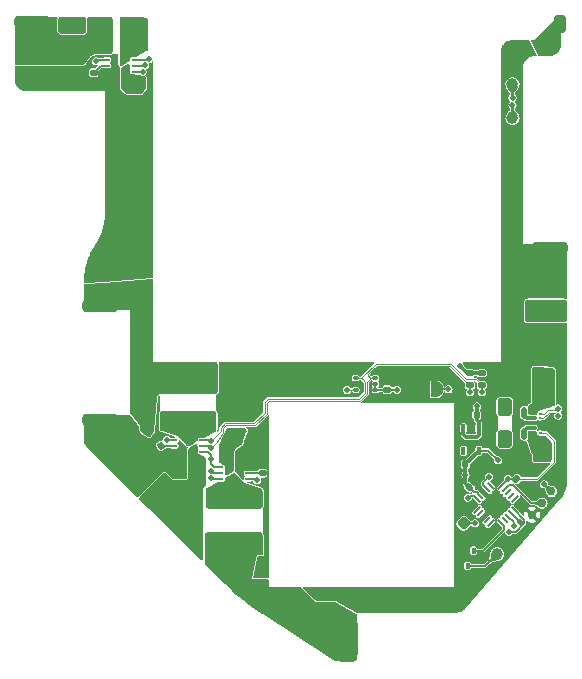
<source format=gbr>
%TF.GenerationSoftware,KiCad,Pcbnew,8.99.0-2194-gb3b7cbcab2*%
%TF.CreationDate,2024-09-04T21:17:35-04:00*%
%TF.ProjectId,thundervolt_lite,7468756e-6465-4727-966f-6c745f6c6974,rev?*%
%TF.SameCoordinates,PX85b368ePY7384544*%
%TF.FileFunction,Copper,L1,Top*%
%TF.FilePolarity,Positive*%
%FSLAX46Y46*%
G04 Gerber Fmt 4.6, Leading zero omitted, Abs format (unit mm)*
G04 Created by KiCad (PCBNEW 8.99.0-2194-gb3b7cbcab2) date 2024-09-04 21:17:35*
%MOMM*%
%LPD*%
G01*
G04 APERTURE LIST*
G04 Aperture macros list*
%AMRoundRect*
0 Rectangle with rounded corners*
0 $1 Rounding radius*
0 $2 $3 $4 $5 $6 $7 $8 $9 X,Y pos of 4 corners*
0 Add a 4 corners polygon primitive as box body*
4,1,4,$2,$3,$4,$5,$6,$7,$8,$9,$2,$3,0*
0 Add four circle primitives for the rounded corners*
1,1,$1+$1,$2,$3*
1,1,$1+$1,$4,$5*
1,1,$1+$1,$6,$7*
1,1,$1+$1,$8,$9*
0 Add four rect primitives between the rounded corners*
20,1,$1+$1,$2,$3,$4,$5,0*
20,1,$1+$1,$4,$5,$6,$7,0*
20,1,$1+$1,$6,$7,$8,$9,0*
20,1,$1+$1,$8,$9,$2,$3,0*%
%AMRotRect*
0 Rectangle, with rotation*
0 The origin of the aperture is its center*
0 $1 length*
0 $2 width*
0 $3 Rotation angle, in degrees counterclockwise*
0 Add horizontal line*
21,1,$1,$2,0,0,$3*%
%AMFreePoly0*
4,1,19,0.500000,-0.650000,0.000000,-0.650000,0.000000,-0.644911,-0.071157,-0.644911,-0.207708,-0.604816,-0.327430,-0.527875,-0.420627,-0.420320,-0.479746,-0.290866,-0.500000,-0.150000,-0.500000,0.150000,-0.479746,0.290866,-0.420627,0.420320,-0.327430,0.527875,-0.207708,0.604816,-0.071157,0.644911,0.000000,0.644911,0.000000,0.650000,0.500000,0.650000,0.500000,-0.650000,0.500000,-0.650000,
$1*%
%AMFreePoly1*
4,1,19,0.000000,0.644911,0.071157,0.644911,0.207708,0.604816,0.327430,0.527875,0.420627,0.420320,0.479746,0.290866,0.500000,0.150000,0.500000,-0.150000,0.479746,-0.290866,0.420627,-0.420320,0.327430,-0.527875,0.207708,-0.604816,0.071157,-0.644911,0.000000,-0.644911,0.000000,-0.650000,-0.500000,-0.650000,-0.500000,0.650000,0.000000,0.650000,0.000000,0.644911,0.000000,0.644911,
$1*%
%AMFreePoly2*
4,1,14,0.334644,0.085355,0.385355,0.034644,0.400000,-0.000711,0.400000,-0.050000,0.385355,-0.085355,0.350000,-0.100000,-0.350000,-0.100000,-0.385355,-0.085355,-0.400000,-0.050000,-0.400000,0.050000,-0.385355,0.085355,-0.350000,0.100000,0.299289,0.100000,0.334644,0.085355,0.334644,0.085355,$1*%
%AMFreePoly3*
4,1,14,0.385355,0.085355,0.400000,0.050000,0.400000,0.000711,0.385355,-0.034644,0.334644,-0.085355,0.299289,-0.100000,-0.350000,-0.100000,-0.385355,-0.085355,-0.400000,-0.050000,-0.400000,0.050000,-0.385355,0.085355,-0.350000,0.100000,0.350000,0.100000,0.385355,0.085355,0.385355,0.085355,$1*%
%AMFreePoly4*
4,1,14,0.085355,0.385355,0.100000,0.350000,0.100000,-0.350000,0.085355,-0.385355,0.050000,-0.400000,-0.050000,-0.400000,-0.085355,-0.385355,-0.100000,-0.350000,-0.100000,0.299289,-0.085355,0.334644,-0.034644,0.385355,0.000711,0.400000,0.050000,0.400000,0.085355,0.385355,0.085355,0.385355,$1*%
%AMFreePoly5*
4,1,14,0.034644,0.385355,0.085355,0.334644,0.100000,0.299289,0.100000,-0.350000,0.085355,-0.385355,0.050000,-0.400000,-0.050000,-0.400000,-0.085355,-0.385355,-0.100000,-0.350000,-0.100000,0.350000,-0.085355,0.385355,-0.050000,0.400000,-0.000711,0.400000,0.034644,0.385355,0.034644,0.385355,$1*%
%AMFreePoly6*
4,1,14,0.385355,0.085355,0.400000,0.050000,0.400000,-0.050000,0.385355,-0.085355,0.350000,-0.100000,-0.299289,-0.100000,-0.334644,-0.085355,-0.385355,-0.034644,-0.400000,0.000711,-0.400000,0.050000,-0.385355,0.085355,-0.350000,0.100000,0.350000,0.100000,0.385355,0.085355,0.385355,0.085355,$1*%
%AMFreePoly7*
4,1,14,0.385355,0.085355,0.400000,0.050000,0.400000,-0.050000,0.385355,-0.085355,0.350000,-0.100000,-0.350000,-0.100000,-0.385355,-0.085355,-0.400000,-0.050000,-0.400000,-0.000711,-0.385355,0.034644,-0.334644,0.085355,-0.299289,0.100000,0.350000,0.100000,0.385355,0.085355,0.385355,0.085355,$1*%
%AMFreePoly8*
4,1,14,0.085355,0.385355,0.100000,0.350000,0.100000,-0.299289,0.085355,-0.334644,0.034644,-0.385355,-0.000711,-0.400000,-0.050000,-0.400000,-0.085355,-0.385355,-0.100000,-0.350000,-0.100000,0.350000,-0.085355,0.385355,-0.050000,0.400000,0.050000,0.400000,0.085355,0.385355,0.085355,0.385355,$1*%
%AMFreePoly9*
4,1,14,0.085355,0.385355,0.100000,0.350000,0.100000,-0.350000,0.085355,-0.385355,0.050000,-0.400000,0.000711,-0.400000,-0.034644,-0.385355,-0.085355,-0.334644,-0.100000,-0.299289,-0.100000,0.350000,-0.085355,0.385355,-0.050000,0.400000,0.050000,0.400000,0.085355,0.385355,0.085355,0.385355,$1*%
G04 Aperture macros list end*
%TA.AperFunction,SMDPad,CuDef*%
%ADD10RoundRect,0.250000X-1.250000X-0.250000X1.250000X-0.250000X1.250000X0.250000X-1.250000X0.250000X0*%
%TD*%
%TA.AperFunction,SMDPad,CuDef*%
%ADD11RoundRect,0.225000X0.178170X0.285273X-0.264994X0.207131X-0.178170X-0.285273X0.264994X-0.207131X0*%
%TD*%
%TA.AperFunction,SMDPad,CuDef*%
%ADD12RoundRect,0.140000X-0.140000X-0.170000X0.140000X-0.170000X0.140000X0.170000X-0.140000X0.170000X0*%
%TD*%
%TA.AperFunction,SMDPad,CuDef*%
%ADD13RoundRect,0.140000X0.207631X-0.073414X0.111865X0.189700X-0.207631X0.073414X-0.111865X-0.189700X0*%
%TD*%
%TA.AperFunction,SMDPad,CuDef*%
%ADD14RoundRect,0.225000X0.225000X0.250000X-0.225000X0.250000X-0.225000X-0.250000X0.225000X-0.250000X0*%
%TD*%
%TA.AperFunction,SMDPad,CuDef*%
%ADD15RoundRect,0.250000X0.250000X-1.250000X0.250000X1.250000X-0.250000X1.250000X-0.250000X-1.250000X0*%
%TD*%
%TA.AperFunction,SMDPad,CuDef*%
%ADD16RoundRect,0.225000X0.250000X-0.225000X0.250000X0.225000X-0.250000X0.225000X-0.250000X-0.225000X0*%
%TD*%
%TA.AperFunction,SMDPad,CuDef*%
%ADD17RoundRect,0.150000X-1.100000X0.600000X-1.100000X-0.600000X1.100000X-0.600000X1.100000X0.600000X0*%
%TD*%
%TA.AperFunction,SMDPad,CuDef*%
%ADD18RoundRect,0.135000X-0.185000X0.135000X-0.185000X-0.135000X0.185000X-0.135000X0.185000X0.135000X0*%
%TD*%
%TA.AperFunction,SMDPad,CuDef*%
%ADD19RoundRect,0.135000X0.226274X0.035355X0.035355X0.226274X-0.226274X-0.035355X-0.035355X-0.226274X0*%
%TD*%
%TA.AperFunction,SMDPad,CuDef*%
%ADD20RoundRect,0.250000X0.925000X-0.412500X0.925000X0.412500X-0.925000X0.412500X-0.925000X-0.412500X0*%
%TD*%
%TA.AperFunction,SMDPad,CuDef*%
%ADD21RoundRect,0.225000X0.335876X0.017678X0.017678X0.335876X-0.335876X-0.017678X-0.017678X-0.335876X0*%
%TD*%
%TA.AperFunction,SMDPad,CuDef*%
%ADD22RoundRect,0.140000X0.021213X-0.219203X0.219203X-0.021213X-0.021213X0.219203X-0.219203X0.021213X0*%
%TD*%
%TA.AperFunction,SMDPad,CuDef*%
%ADD23C,0.750000*%
%TD*%
%TA.AperFunction,SMDPad,CuDef*%
%ADD24RoundRect,0.140000X0.140000X0.170000X-0.140000X0.170000X-0.140000X-0.170000X0.140000X-0.170000X0*%
%TD*%
%TA.AperFunction,SMDPad,CuDef*%
%ADD25C,1.000000*%
%TD*%
%TA.AperFunction,SMDPad,CuDef*%
%ADD26RoundRect,0.250000X-0.925000X0.412500X-0.925000X-0.412500X0.925000X-0.412500X0.925000X0.412500X0*%
%TD*%
%TA.AperFunction,SMDPad,CuDef*%
%ADD27RoundRect,0.135000X0.185000X-0.135000X0.185000X0.135000X-0.185000X0.135000X-0.185000X-0.135000X0*%
%TD*%
%TA.AperFunction,SMDPad,CuDef*%
%ADD28FreePoly0,0.000000*%
%TD*%
%TA.AperFunction,SMDPad,CuDef*%
%ADD29FreePoly1,0.000000*%
%TD*%
%TA.AperFunction,SMDPad,CuDef*%
%ADD30RoundRect,0.140000X-0.058955X0.212189X-0.219557X-0.017173X0.058955X-0.212189X0.219557X0.017173X0*%
%TD*%
%TA.AperFunction,SMDPad,CuDef*%
%ADD31RoundRect,0.225000X-0.250000X0.225000X-0.250000X-0.225000X0.250000X-0.225000X0.250000X0.225000X0*%
%TD*%
%TA.AperFunction,SMDPad,CuDef*%
%ADD32RoundRect,0.150000X1.100000X-0.600000X1.100000X0.600000X-1.100000X0.600000X-1.100000X-0.600000X0*%
%TD*%
%TA.AperFunction,SMDPad,CuDef*%
%ADD33RoundRect,0.225000X-0.225000X-0.250000X0.225000X-0.250000X0.225000X0.250000X-0.225000X0.250000X0*%
%TD*%
%TA.AperFunction,SMDPad,CuDef*%
%ADD34RoundRect,0.062500X-0.212500X0.062500X-0.212500X-0.062500X0.212500X-0.062500X0.212500X0.062500X0*%
%TD*%
%TA.AperFunction,SMDPad,CuDef*%
%ADD35RoundRect,0.050000X-0.050000X-0.425000X0.050000X-0.425000X0.050000X0.425000X-0.050000X0.425000X0*%
%TD*%
%TA.AperFunction,SMDPad,CuDef*%
%ADD36RoundRect,0.135000X0.024413X0.227715X-0.209413X0.092715X-0.024413X-0.227715X0.209413X-0.092715X0*%
%TD*%
%TA.AperFunction,SMDPad,CuDef*%
%ADD37RoundRect,0.218750X0.335876X0.026517X0.026517X0.335876X-0.335876X-0.026517X-0.026517X-0.335876X0*%
%TD*%
%TA.AperFunction,SMDPad,CuDef*%
%ADD38RoundRect,0.062500X0.212500X-0.062500X0.212500X0.062500X-0.212500X0.062500X-0.212500X-0.062500X0*%
%TD*%
%TA.AperFunction,SMDPad,CuDef*%
%ADD39RoundRect,0.050000X0.050000X0.425000X-0.050000X0.425000X-0.050000X-0.425000X0.050000X-0.425000X0*%
%TD*%
%TA.AperFunction,SMDPad,CuDef*%
%ADD40RoundRect,0.250000X0.250000X-0.500000X0.250000X0.500000X-0.250000X0.500000X-0.250000X-0.500000X0*%
%TD*%
%TA.AperFunction,SMDPad,CuDef*%
%ADD41RoundRect,0.225000X-0.017678X0.335876X-0.335876X0.017678X0.017678X-0.335876X0.335876X-0.017678X0*%
%TD*%
%TA.AperFunction,SMDPad,CuDef*%
%ADD42C,0.200000*%
%TD*%
%TA.AperFunction,SMDPad,CuDef*%
%ADD43FreePoly2,315.000000*%
%TD*%
%TA.AperFunction,SMDPad,CuDef*%
%ADD44RoundRect,0.050000X-0.282843X0.212132X0.212132X-0.282843X0.282843X-0.212132X-0.212132X0.282843X0*%
%TD*%
%TA.AperFunction,SMDPad,CuDef*%
%ADD45FreePoly3,315.000000*%
%TD*%
%TA.AperFunction,SMDPad,CuDef*%
%ADD46FreePoly4,315.000000*%
%TD*%
%TA.AperFunction,SMDPad,CuDef*%
%ADD47RoundRect,0.050000X-0.282843X-0.212132X-0.212132X-0.282843X0.282843X0.212132X0.212132X0.282843X0*%
%TD*%
%TA.AperFunction,SMDPad,CuDef*%
%ADD48FreePoly5,315.000000*%
%TD*%
%TA.AperFunction,SMDPad,CuDef*%
%ADD49FreePoly6,315.000000*%
%TD*%
%TA.AperFunction,SMDPad,CuDef*%
%ADD50FreePoly7,315.000000*%
%TD*%
%TA.AperFunction,SMDPad,CuDef*%
%ADD51FreePoly8,315.000000*%
%TD*%
%TA.AperFunction,SMDPad,CuDef*%
%ADD52FreePoly9,315.000000*%
%TD*%
%TA.AperFunction,HeatsinkPad*%
%ADD53RotRect,1.700000X1.700000X315.000000*%
%TD*%
%TA.AperFunction,SMDPad,CuDef*%
%ADD54RoundRect,0.075000X0.162500X-0.075000X0.162500X0.075000X-0.162500X0.075000X-0.162500X-0.075000X0*%
%TD*%
%TA.AperFunction,SMDPad,CuDef*%
%ADD55RoundRect,0.325000X0.325000X1.025000X-0.325000X1.025000X-0.325000X-1.025000X0.325000X-1.025000X0*%
%TD*%
%TA.AperFunction,SMDPad,CuDef*%
%ADD56RoundRect,0.100000X0.100000X-0.155000X0.100000X0.155000X-0.100000X0.155000X-0.100000X-0.155000X0*%
%TD*%
%TA.AperFunction,SMDPad,CuDef*%
%ADD57RoundRect,0.140000X0.170000X-0.140000X0.170000X0.140000X-0.170000X0.140000X-0.170000X-0.140000X0*%
%TD*%
%TA.AperFunction,SMDPad,CuDef*%
%ADD58RoundRect,0.218750X0.381250X-0.218750X0.381250X0.218750X-0.381250X0.218750X-0.381250X-0.218750X0*%
%TD*%
%TA.AperFunction,SMDPad,CuDef*%
%ADD59RoundRect,0.100000X-0.100000X0.225000X-0.100000X-0.225000X0.100000X-0.225000X0.100000X0.225000X0*%
%TD*%
%TA.AperFunction,ViaPad*%
%ADD60C,0.508000*%
%TD*%
%TA.AperFunction,Conductor*%
%ADD61C,0.127000*%
%TD*%
%TA.AperFunction,Conductor*%
%ADD62C,0.300000*%
%TD*%
%TA.AperFunction,Conductor*%
%ADD63C,0.200000*%
%TD*%
%TA.AperFunction,Conductor*%
%ADD64C,0.088900*%
%TD*%
%TA.AperFunction,Conductor*%
%ADD65C,0.508000*%
%TD*%
G04 APERTURE END LIST*
D10*
%TO.P,TP5,1,1*%
%TO.N,GND*%
X23744777Y28576232D03*
%TD*%
D11*
%TO.P,C23,1*%
%TO.N,+3V3*%
X23047991Y45611648D03*
%TO.P,C23,2*%
%TO.N,GND*%
X21521539Y45342494D03*
%TD*%
D12*
%TO.P,C8,1*%
%TO.N,+1V15*%
X-1595668Y2141502D03*
%TO.P,C8,2*%
%TO.N,GND*%
X-635668Y2141502D03*
%TD*%
D13*
%TO.P,C17,1*%
%TO.N,+1V8*%
X-15676320Y46264655D03*
%TO.P,C17,2*%
%TO.N,GND*%
X-16004660Y47166759D03*
%TD*%
D14*
%TO.P,C1,1*%
%TO.N,VBAT*%
X-6140668Y10141502D03*
%TO.P,C1,2*%
%TO.N,GND*%
X-7690668Y10141502D03*
%TD*%
D15*
%TO.P,TP3,1,1*%
%TO.N,+1V15*%
X6974469Y-4473101D03*
%TD*%
D16*
%TO.P,C11,1*%
%TO.N,+1V15*%
X4284332Y-2333498D03*
%TO.P,C11,2*%
%TO.N,GND*%
X4284332Y-783498D03*
%TD*%
%TO.P,C10,1*%
%TO.N,+1V15*%
X5584332Y-2333498D03*
%TO.P,C10,2*%
%TO.N,GND*%
X5584332Y-783498D03*
%TD*%
D17*
%TO.P,L2,1*%
%TO.N,Net-(U2-SW)*%
X-3015668Y7391502D03*
%TO.P,L2,2*%
%TO.N,+1V15*%
X-3015668Y3691502D03*
%TD*%
D18*
%TO.P,R4,1*%
%TO.N,+1V8*%
X16947510Y18005707D03*
%TO.P,R4,2*%
%TO.N,SDA*%
X16947510Y16985707D03*
%TD*%
D19*
%TO.P,R7,1*%
%TO.N,GND*%
X21608134Y8335083D03*
%TO.P,R7,2*%
%TO.N,EN*%
X20886886Y9056331D03*
%TD*%
D16*
%TO.P,C20,1*%
%TO.N,+1V8*%
X-17315668Y45940707D03*
%TO.P,C20,2*%
%TO.N,GND*%
X-17315668Y47490707D03*
%TD*%
D20*
%TO.P,C189,1*%
%TO.N,+3V3*%
X23347510Y23178207D03*
%TO.P,C189,2*%
%TO.N,GND*%
X23347510Y26253207D03*
%TD*%
D18*
%TO.P,R3,1*%
%TO.N,Net-(U3-VSET)*%
X-14915668Y43451502D03*
%TO.P,R3,2*%
%TO.N,GND*%
X-14915668Y42431502D03*
%TD*%
D21*
%TO.P,C24,1*%
%TO.N,VBAT*%
X-8867660Y8693494D03*
%TO.P,C24,2*%
%TO.N,GND*%
X-9963676Y9789510D03*
%TD*%
D22*
%TO.P,C27,1*%
%TO.N,+1V8_ALW*%
X16908100Y8356296D03*
%TO.P,C27,2*%
%TO.N,GND*%
X17586920Y9035118D03*
%TD*%
D12*
%TO.P,C25,1*%
%TO.N,+1V8_ALW*%
X16567510Y10295707D03*
%TO.P,C25,2*%
%TO.N,GND*%
X17527510Y10295707D03*
%TD*%
D16*
%TO.P,C4,1*%
%TO.N,+1V0*%
X-12815668Y25066502D03*
%TO.P,C4,2*%
%TO.N,GND*%
X-12815668Y26616502D03*
%TD*%
D23*
%TO.P,TP11,1,1*%
%TO.N,GND*%
X22215191Y6038386D03*
%TD*%
D24*
%TO.P,C22,1*%
%TO.N,VBAT*%
X17527510Y14495707D03*
%TO.P,C22,2*%
%TO.N,GND*%
X16567510Y14495707D03*
%TD*%
D25*
%TO.P,TP9,1,1*%
%TO.N,SCL*%
X20547510Y39585707D03*
%TD*%
D26*
%TO.P,C5,1*%
%TO.N,+1V8*%
X-19715668Y45853207D03*
%TO.P,C5,2*%
%TO.N,GND*%
X-19715668Y42778207D03*
%TD*%
D27*
%TO.P,R2,1*%
%TO.N,Net-(U2-VSET)*%
X-615668Y9531502D03*
%TO.P,R2,2*%
%TO.N,GND*%
X-615668Y10551502D03*
%TD*%
D28*
%TO.P,JP1,1,A*%
%TO.N,GND*%
X12826184Y16641502D03*
D29*
%TO.P,JP1,2,B*%
%TO.N,SAFEMODE*%
X14126184Y16641502D03*
%TD*%
D30*
%TO.P,C2,1*%
%TO.N,+1V0*%
X-10340351Y13134695D03*
%TO.P,C2,2*%
%TO.N,GND*%
X-10890985Y12348309D03*
%TD*%
D14*
%TO.P,C15,1*%
%TO.N,VBAT*%
X22930510Y11584707D03*
%TO.P,C15,2*%
%TO.N,GND*%
X21380510Y11584707D03*
%TD*%
%TO.P,C16,1*%
%TO.N,VBAT*%
X-11640668Y42341502D03*
%TO.P,C16,2*%
%TO.N,GND*%
X-13190668Y42341502D03*
%TD*%
D31*
%TO.P,C18,1*%
%TO.N,+1V8*%
X-16215668Y44690707D03*
%TO.P,C18,2*%
%TO.N,GND*%
X-16215668Y43140707D03*
%TD*%
D32*
%TO.P,L1,1*%
%TO.N,Net-(U1-SW)*%
X-6915668Y13991502D03*
%TO.P,L1,2*%
%TO.N,+1V0*%
X-6915668Y17691502D03*
%TD*%
D33*
%TO.P,C9,1*%
%TO.N,+1V15*%
X-2290668Y1141502D03*
%TO.P,C9,2*%
%TO.N,GND*%
X-740668Y1141502D03*
%TD*%
D34*
%TO.P,U2,1,AGND*%
%TO.N,GND*%
X-1840668Y10041502D03*
D35*
%TO.P,U2,2,PGND*%
X-2615668Y10016502D03*
%TO.P,U2,3,VIN*%
%TO.N,VBAT*%
X-3415668Y10016502D03*
D34*
%TO.P,U2,4,EN*%
%TO.N,EN*%
X-4190668Y10041502D03*
%TO.P,U2,5,SDA*%
%TO.N,SDA*%
X-4190668Y9541502D03*
%TO.P,U2,6,SCL*%
%TO.N,SCL*%
X-4190668Y9041502D03*
D35*
%TO.P,U2,7,SW*%
%TO.N,Net-(U2-SW)*%
X-3015668Y9066502D03*
D34*
%TO.P,U2,8,VOS*%
%TO.N,+1V15*%
X-1840668Y9041502D03*
%TO.P,U2,9,VSET*%
%TO.N,Net-(U2-VSET)*%
X-1840668Y9541502D03*
%TD*%
D23*
%TO.P,TP10,1,1*%
%TO.N,+1V8_ALW*%
X23847510Y7995707D03*
%TD*%
D36*
%TO.P,R1,1*%
%TO.N,Net-(U1-VSET)*%
X-9210817Y11850707D03*
%TO.P,R1,2*%
%TO.N,GND*%
X-10094163Y11340707D03*
%TD*%
D33*
%TO.P,C7,1*%
%TO.N,VBAT*%
X-3790668Y11241502D03*
%TO.P,C7,2*%
%TO.N,GND*%
X-2240668Y11241502D03*
%TD*%
D37*
%TO.P,D1,1,K*%
%TO.N,GND*%
X17551090Y4197052D03*
%TO.P,D1,2,A*%
%TO.N,Net-(D1-A)*%
X16437396Y5310746D03*
%TD*%
D31*
%TO.P,C19,1*%
%TO.N,+1V8*%
X-17315668Y44690707D03*
%TO.P,C19,2*%
%TO.N,GND*%
X-17315668Y43140707D03*
%TD*%
D25*
%TO.P,TP8,1,1*%
%TO.N,SDA*%
X20547510Y42485707D03*
%TD*%
D10*
%TO.P,TP7,1,1*%
%TO.N,GND*%
X-14341747Y14085424D03*
%TD*%
D38*
%TO.P,U1,1,AGND*%
%TO.N,GND*%
X-8090668Y11341502D03*
D39*
%TO.P,U1,2,PGND*%
X-7315668Y11366502D03*
%TO.P,U1,3,VIN*%
%TO.N,VBAT*%
X-6515668Y11366502D03*
D38*
%TO.P,U1,4,EN*%
%TO.N,EN*%
X-5740668Y11341502D03*
%TO.P,U1,5,SDA*%
%TO.N,SDA*%
X-5740668Y11841502D03*
%TO.P,U1,6,SCL*%
%TO.N,SCL*%
X-5740668Y12341502D03*
D39*
%TO.P,U1,7,SW*%
%TO.N,Net-(U1-SW)*%
X-6915668Y12316502D03*
D38*
%TO.P,U1,8,VOS*%
%TO.N,+1V0*%
X-8090668Y12341502D03*
%TO.P,U1,9,VSET*%
%TO.N,Net-(U1-VSET)*%
X-8090668Y11841502D03*
%TD*%
D18*
%TO.P,R5,1*%
%TO.N,+1V8*%
X17947510Y18005707D03*
%TO.P,R5,2*%
%TO.N,SCL*%
X17947510Y16985707D03*
%TD*%
D24*
%TO.P,C14,1*%
%TO.N,+3V3*%
X22635510Y15784707D03*
%TO.P,C14,2*%
%TO.N,GND*%
X21675510Y15784707D03*
%TD*%
D40*
%TO.P,TP1,1,1*%
%TO.N,+3V3*%
X24584332Y47535042D03*
%TD*%
D41*
%TO.P,C3,1*%
%TO.N,+1V0*%
X-10667660Y14389510D03*
%TO.P,C3,2*%
%TO.N,GND*%
X-11763676Y13293494D03*
%TD*%
D42*
%TO.P,U4,A1,EN*%
%TO.N,EN*%
X22855510Y12984707D03*
%TO.P,U4,A2,VIN*%
%TO.N,VBAT*%
X22455510Y12984707D03*
%TO.P,U4,A3,VIN_2*%
X22055510Y12984707D03*
%TO.P,U4,B1,VSEL*%
%TO.N,GND*%
X22855510Y13384707D03*
%TO.P,U4,B2,LX1*%
%TO.N,Net-(U4-LX1)*%
X22455510Y13384707D03*
%TO.P,U4,B3,LX1_2*%
X22055510Y13384707D03*
%TO.P,U4,C1,AGND*%
%TO.N,GND*%
X22855510Y13784707D03*
%TO.P,U4,C2,GND*%
X22455510Y13784707D03*
%TO.P,U4,C3,GND_2*%
X22055510Y13784707D03*
%TO.P,U4,D1,SCL*%
%TO.N,SCL*%
X22855510Y14184707D03*
%TO.P,U4,D2,LX2*%
%TO.N,Net-(U4-LX2)*%
X22455510Y14184707D03*
%TO.P,U4,D3,LX2_2*%
X22055510Y14184707D03*
%TO.P,U4,E1,SDA*%
%TO.N,SDA*%
X22855510Y14584707D03*
%TO.P,U4,E2,VOUT*%
%TO.N,+3V3*%
X22455510Y14584707D03*
%TO.P,U4,E3,VOUT_2*%
X22055510Y14584707D03*
%TD*%
D38*
%TO.P,U3,1,AGND*%
%TO.N,GND*%
X-13790668Y43541502D03*
D39*
%TO.P,U3,2,PGND*%
X-13015668Y43566502D03*
%TO.P,U3,3,VIN*%
%TO.N,VBAT*%
X-12215668Y43566502D03*
D38*
%TO.P,U3,4,EN*%
%TO.N,EN*%
X-11440668Y43541502D03*
%TO.P,U3,5,SDA*%
%TO.N,SDA*%
X-11440668Y44041502D03*
%TO.P,U3,6,SCL*%
%TO.N,SCL*%
X-11440668Y44541502D03*
D39*
%TO.P,U3,7,SW*%
%TO.N,Net-(U3-SW)*%
X-12615668Y44516502D03*
D38*
%TO.P,U3,8,VOS*%
%TO.N,+1V8*%
X-13790668Y44541502D03*
%TO.P,U3,9,VSET*%
%TO.N,Net-(U3-VSET)*%
X-13790668Y44041502D03*
%TD*%
D10*
%TO.P,TP4,1,1*%
%TO.N,+1V0*%
X-14341747Y23737080D03*
%TD*%
D25*
%TO.P,TP6,1,1*%
%TO.N,U10*%
X19247510Y2695707D03*
%TD*%
D16*
%TO.P,C6,1*%
%TO.N,+1V0*%
X-14115668Y25066502D03*
%TO.P,C6,2*%
%TO.N,GND*%
X-14115668Y26616502D03*
%TD*%
D23*
%TO.P,TP12,1,1*%
%TO.N,UPDI*%
X23053255Y6999838D03*
%TD*%
D43*
%TO.P,U5,1,PA2*%
%TO.N,unconnected-(U5-PA2-Pad1)*%
X18687890Y8486697D03*
D44*
%TO.P,U5,2,PA3*%
%TO.N,SAFEMODE*%
X18405048Y8203856D03*
%TO.P,U5,3,GND*%
%TO.N,GND*%
X18122205Y7921010D03*
%TO.P,U5,4,VCC*%
%TO.N,+1V8_ALW*%
X17839362Y7638169D03*
D45*
%TO.P,U5,5,PA4*%
%TO.N,ALERT*%
X17556520Y7355326D03*
D46*
%TO.P,U5,6,PA5*%
%TO.N,unconnected-(U5-PA5-Pad6)*%
X17556520Y6436087D03*
D47*
%TO.P,U5,7,PA6*%
%TO.N,unconnected-(U5-PA6-Pad7)*%
X17839361Y6153245D03*
%TO.P,U5,8,PA7*%
%TO.N,GND*%
X18122207Y5870402D03*
%TO.P,U5,9,PB5*%
%TO.N,unconnected-(U5-PB5-Pad9)*%
X18405048Y5587559D03*
D48*
%TO.P,U5,10,PB4*%
%TO.N,unconnected-(U5-PB4-Pad10)*%
X18687891Y5304717D03*
D49*
%TO.P,U5,11,PB3*%
%TO.N,Net-(Q1-G)*%
X19607130Y5304717D03*
D44*
%TO.P,U5,12,PB2*%
%TO.N,unconnected-(U5-PB2-Pad12)*%
X19889972Y5587558D03*
%TO.P,U5,13,PB1*%
%TO.N,SDA*%
X20172815Y5870404D03*
%TO.P,U5,14,PB0*%
%TO.N,SCL*%
X20455658Y6153245D03*
D50*
%TO.P,U5,15,PC0*%
%TO.N,Net-(D1-A)*%
X20738500Y6436088D03*
D51*
%TO.P,U5,16,PC1*%
%TO.N,unconnected-(U5-PC1-Pad16)*%
X20738500Y7355327D03*
D47*
%TO.P,U5,17,PC2*%
%TO.N,unconnected-(U5-PC2-Pad17)*%
X20455659Y7638169D03*
%TO.P,U5,18,PC3*%
%TO.N,unconnected-(U5-PC3-Pad18)*%
X20172813Y7921012D03*
%TO.P,U5,19,~{RESET}/PA0*%
%TO.N,UPDI*%
X19889972Y8203855D03*
D52*
%TO.P,U5,20,PA1*%
%TO.N,EN*%
X19607129Y8486697D03*
D53*
%TO.P,U5,21,GND*%
%TO.N,GND*%
X19147510Y6895707D03*
%TD*%
D54*
%TO.P,U7,1,SCL*%
%TO.N,SCL*%
X7271510Y17595707D03*
%TO.P,U7,2,GND*%
%TO.N,GND*%
X7271510Y17095707D03*
%TO.P,U7,3,ALERT*%
%TO.N,ALERT*%
X7271510Y16595707D03*
%TO.P,U7,4,A0*%
%TO.N,+1V8_ALW*%
X8947510Y16595707D03*
%TO.P,U7,5,V+*%
X8947510Y17095707D03*
%TO.P,U7,6,SDA*%
%TO.N,SDA*%
X8947510Y17595707D03*
%TD*%
D14*
%TO.P,C12,1*%
%TO.N,+3V3*%
X22930510Y16884707D03*
%TO.P,C12,2*%
%TO.N,GND*%
X21380510Y16884707D03*
%TD*%
D10*
%TO.P,TP2,1,1*%
%TO.N,+1V8*%
X-20168970Y47731639D03*
%TD*%
D55*
%TO.P,L3,1*%
%TO.N,Net-(U3-SW)*%
X-11215668Y46641502D03*
%TO.P,L3,2*%
%TO.N,+1V8*%
X-14015668Y46641502D03*
%TD*%
D56*
%TO.P,Q1,1,G*%
%TO.N,Net-(Q1-G)*%
X17247510Y2995707D03*
%TO.P,Q1,2,S*%
%TO.N,GND*%
X16247510Y2995707D03*
%TO.P,Q1,3,D*%
%TO.N,U10*%
X16747510Y1705708D03*
%TD*%
D57*
%TO.P,C26,1*%
%TO.N,+1V8_ALW*%
X9959510Y16615707D03*
%TO.P,C26,2*%
%TO.N,GND*%
X9959510Y17575707D03*
%TD*%
D14*
%TO.P,C13,1*%
%TO.N,+3V3*%
X22930510Y17984707D03*
%TO.P,C13,2*%
%TO.N,GND*%
X21380510Y17984707D03*
%TD*%
D58*
%TO.P,L4,1*%
%TO.N,Net-(U4-LX1)*%
X19882510Y12732207D03*
%TO.P,L4,2*%
%TO.N,Net-(U4-LX2)*%
X19882510Y14857207D03*
%TD*%
D59*
%TO.P,U8,1,VIN*%
%TO.N,VBAT*%
X17697510Y13345707D03*
%TO.P,U8,2,GND*%
%TO.N,GND*%
X17047510Y13345707D03*
%TO.P,U8,3,EN*%
%TO.N,VBAT*%
X16397510Y13345707D03*
%TO.P,U8,4,NC*%
%TO.N,unconnected-(U8-NC-Pad4)*%
X16397510Y11445707D03*
%TO.P,U8,5,VOUT*%
%TO.N,+1V8_ALW*%
X17697510Y11445707D03*
%TD*%
D60*
%TO.N,GND*%
X22382959Y8515768D03*
X-10752490Y11095707D03*
X20655510Y17559707D03*
X-11647205Y12353114D03*
X-12352490Y12395707D03*
X-21151976Y43631203D03*
X-13152490Y13195707D03*
X21832312Y4749794D03*
X16447510Y3885707D03*
X20655510Y18159707D03*
X6347510Y-904293D03*
X16047510Y1195707D03*
X15947510Y14085707D03*
X-15623653Y42252940D03*
X20555510Y10559707D03*
X-10552490Y10395707D03*
X-558043Y13117480D03*
X23821078Y14272199D03*
X17894886Y9656411D03*
X-1352490Y12295707D03*
X21659510Y27215707D03*
X-1234061Y10062371D03*
X19147510Y6895707D03*
X21859510Y25815707D03*
X-8381790Y9682595D03*
X-15448029Y42821808D03*
X-12752490Y12795707D03*
X18496981Y18582194D03*
X15947510Y6485707D03*
X-11417599Y11041712D03*
X7781569Y18383105D03*
X-12352490Y9195707D03*
X-8959291Y10612641D03*
X-14887631Y26822522D03*
X24059510Y27215707D03*
X21155510Y10159707D03*
X21859510Y26515707D03*
X21420510Y13784707D03*
X6808165Y-664608D03*
X10647510Y18085707D03*
X-13455943Y41526339D03*
X21755510Y10759707D03*
X23595586Y13297691D03*
X-15615408Y43760221D03*
X6347510Y-404293D03*
X-19269750Y43738105D03*
X-18139651Y42791265D03*
X-1452490Y11095707D03*
X-8992867Y9978061D03*
X16047510Y-1814293D03*
X-13153469Y41035029D03*
X24554120Y16771575D03*
X-8385073Y10794598D03*
X10847510Y-1914293D03*
X20055510Y17859707D03*
X-17849490Y42222397D03*
X20655510Y16359707D03*
X-9945845Y12281977D03*
X20259510Y45815707D03*
X11747510Y15985707D03*
X-12841535Y41519512D03*
X-11168457Y11698201D03*
X21755510Y10159707D03*
X-14874890Y26281017D03*
X-1483155Y14350540D03*
X-11152490Y10295707D03*
X20912510Y13276707D03*
X20859510Y45815707D03*
X16947510Y13985707D03*
X-13988429Y42499150D03*
X-15278935Y13224715D03*
X-14556357Y27364027D03*
X-16042527Y47776818D03*
X-2183589Y10458375D03*
X20555510Y11159707D03*
X19955510Y11159707D03*
X-21251242Y43027975D03*
X-1607368Y10509595D03*
X6800249Y-1175896D03*
X-14648441Y13258150D03*
X-16715573Y42214761D03*
X20655510Y16959707D03*
X-13981602Y43076011D03*
X-13212150Y27389510D03*
X24459510Y27715707D03*
X-13435463Y43130625D03*
X-16597737Y47095198D03*
X-16567994Y47615707D03*
X-17276805Y42390385D03*
X21155510Y10759707D03*
X3547510Y-404293D03*
X-11852490Y8695707D03*
X-19907340Y43730469D03*
X24554120Y15663023D03*
X-1952490Y12095707D03*
X-10414163Y11908507D03*
X-8463744Y10224235D03*
X23295586Y13764391D03*
X-18616889Y43741923D03*
X-13982999Y27383139D03*
X4947510Y-404293D03*
X20912510Y14292707D03*
X24138390Y12826867D03*
X-16177249Y42371295D03*
X-13135086Y44332132D03*
X-921997Y1748827D03*
X-8756615Y11219713D03*
X-852490Y11795707D03*
X8947510Y15885707D03*
X13747510Y-1914293D03*
X-20522022Y43741923D03*
X17047510Y11885707D03*
X-10397055Y8992642D03*
X-9453814Y12655446D03*
X19955510Y10559707D03*
X-16762034Y43753869D03*
X-11782621Y10528677D03*
X21247510Y6885707D03*
X6447510Y17785707D03*
X-7795043Y10912604D03*
X23795586Y13764391D03*
X22859510Y27715707D03*
X-9652490Y10695707D03*
X24859510Y27215707D03*
X-18174012Y43394493D03*
X-12652490Y13395707D03*
X22059510Y27715707D03*
X-11198036Y8343486D03*
X-1452490Y11695707D03*
X20055510Y17259707D03*
X23259510Y27215707D03*
X-12626051Y27389510D03*
X23659510Y27715707D03*
X-10952490Y9695707D03*
X24099292Y13354850D03*
X-12352490Y13895707D03*
X22459510Y27215707D03*
X15947510Y8585707D03*
X20912510Y13784707D03*
X-852490Y11195707D03*
X-3842453Y17486056D03*
X-15352490Y12595707D03*
X18947510Y16285707D03*
X20047510Y3795707D03*
%TO.N,+3V3*%
X21947510Y23285707D03*
X24847510Y22685707D03*
X24012044Y45299043D03*
X24847510Y23885707D03*
X23719736Y47120672D03*
X23967637Y46640744D03*
X24350952Y46252221D03*
X23696350Y16118007D03*
X23696350Y15518007D03*
X23675114Y46172003D03*
X21947510Y22685707D03*
X22982612Y46362366D03*
X22508002Y15108968D03*
X23696350Y16718007D03*
X23696350Y17318007D03*
X24847510Y23285707D03*
X23093356Y15304086D03*
X21947510Y23885707D03*
X23355410Y46726692D03*
X24346716Y45718441D03*
X23696350Y17918007D03*
%TO.N,+1V8*%
X-20052490Y46885707D03*
X16111722Y18594815D03*
X-14740490Y44415707D03*
X-16452490Y46185707D03*
%TO.N,+1V0*%
X-8729990Y12350469D03*
X-12452490Y23785707D03*
%TO.N,+1V15*%
X-1084343Y8952015D03*
X6197510Y-4164293D03*
%TO.N,SDA*%
X20553362Y41323876D03*
X20655658Y5053245D03*
X-5012197Y9771433D03*
X-4974828Y11708802D03*
X16947510Y16385707D03*
X-10552490Y44085707D03*
X24392037Y15016657D03*
%TO.N,SCL*%
X24404994Y14419895D03*
X-10224319Y44584302D03*
X-4974828Y12305705D03*
X20548203Y40682902D03*
X-4974828Y9108802D03*
X17947510Y16385707D03*
X21155658Y5453245D03*
%TO.N,EN*%
X-10774174Y43531497D03*
X20176763Y9056331D03*
X-4974828Y10708802D03*
%TO.N,VBAT*%
X22555510Y10759707D03*
X23555510Y10759707D03*
X-7665711Y8494501D03*
X-6452254Y3364329D03*
X22555510Y12359707D03*
X-5973853Y3728130D03*
X-5938849Y7275196D03*
X-5956351Y2794691D03*
X-6026359Y6598453D03*
X-12331076Y42793442D03*
X-2837313Y13083599D03*
X-6049695Y8010279D03*
X-10533059Y7367146D03*
X-5852490Y8595707D03*
X-5979687Y5945046D03*
X-11836425Y43095263D03*
X-6038027Y4854090D03*
X17547510Y15195707D03*
X-6452490Y8595707D03*
X-5852490Y9295707D03*
X-3852490Y12185707D03*
X-8722144Y7721876D03*
X-6732272Y7957773D03*
X-2852490Y12185707D03*
X-6656430Y6680129D03*
X-6306391Y4247355D03*
X23055510Y10759707D03*
X-8242906Y8139498D03*
X-3352490Y12185707D03*
X-3774828Y10508802D03*
X-6595884Y7316918D03*
X-7052490Y8595707D03*
X-3604193Y12632394D03*
X-6913126Y3885648D03*
X-3098987Y12632394D03*
X23055510Y12359707D03*
X-9818006Y6678382D03*
X-2326219Y13073168D03*
X-10852490Y42115707D03*
X-3348408Y13076645D03*
X-6452490Y9195707D03*
X-2598987Y12632394D03*
X-10859828Y42701881D03*
%TO.N,Net-(U4-LX2)*%
X21547510Y14927707D03*
X20136510Y15582707D03*
X19628510Y15582707D03*
X21547510Y14419707D03*
%TO.N,Net-(U4-LX1)*%
X19628510Y12026707D03*
X21547510Y12641707D03*
X20136510Y12026707D03*
X21547510Y13149707D03*
%TO.N,Net-(D1-A)*%
X17347510Y5310746D03*
X20247510Y4585707D03*
%TO.N,+1V8_ALW*%
X19312660Y10647378D03*
X23247510Y8595707D03*
X16567510Y9395707D03*
X10759510Y16615707D03*
%TO.N,ALERT*%
X16755658Y7453245D03*
X6547510Y16585707D03*
%TO.N,SAFEMODE*%
X15126184Y16641502D03*
X18555658Y9253245D03*
%TD*%
D61*
%TO.N,+1V8*%
X-14614695Y44541502D02*
X-14740490Y44415707D01*
X-13790668Y44541502D02*
X-14614695Y44541502D01*
D62*
X17947510Y18005707D02*
X16947510Y18005707D01*
X16700830Y18005707D02*
X16111722Y18594815D01*
X16947510Y18005707D02*
X16700830Y18005707D01*
D63*
%TO.N,+1V0*%
X-8090668Y12341502D02*
X-8721023Y12341502D01*
X-8721023Y12341502D02*
X-8729990Y12350469D01*
%TO.N,+1V15*%
X-1840668Y9041502D02*
X-1173830Y9041502D01*
X-1173830Y9041502D02*
X-1084343Y8952015D01*
D64*
%TO.N,SDA*%
X-252490Y14585707D02*
X-252490Y15485707D01*
D61*
X-5107528Y11841502D02*
X-4974828Y11708802D01*
D64*
X-252490Y15485707D02*
X-89709Y15648488D01*
X-3952490Y12985707D02*
X-3952490Y13334259D01*
X-4974828Y11708802D02*
X-4552490Y12131140D01*
X-89709Y15648488D02*
X7610291Y15648488D01*
D61*
X-4782266Y9541502D02*
X-5012197Y9771433D01*
D64*
X24392037Y15016657D02*
X24251389Y15016657D01*
D61*
X-10596695Y44041502D02*
X-11440668Y44041502D01*
X-10552490Y44085707D02*
X-10596695Y44041502D01*
D64*
X8557510Y17595707D02*
X8947510Y17595707D01*
X24251389Y15016657D02*
X24162439Y14927707D01*
D61*
X16947510Y16985707D02*
X16947510Y16385707D01*
D64*
X8347510Y17805707D02*
X8347510Y17934259D01*
X8347510Y17934259D02*
X9058711Y18645460D01*
X23236510Y14584707D02*
X22855510Y14584707D01*
X8457510Y17695707D02*
X8347510Y17805707D01*
X9058711Y18645460D02*
X15236309Y18645460D01*
D61*
X20172815Y5870404D02*
X20655658Y5387561D01*
X-5740668Y11841502D02*
X-5107528Y11841502D01*
D64*
X8447510Y17485707D02*
X8557510Y17595707D01*
D61*
X20655658Y5387561D02*
X20655658Y5053245D01*
D63*
X20547510Y41329728D02*
X20553362Y41323876D01*
D64*
X15236309Y18645460D02*
X16896062Y16985707D01*
X23579510Y14927707D02*
X23236510Y14584707D01*
X24162439Y14927707D02*
X23579510Y14927707D01*
X8457510Y17495707D02*
X8457510Y17695707D01*
D61*
X-4190668Y9541502D02*
X-4782266Y9541502D01*
D64*
X8447510Y17485707D02*
X8457510Y17495707D01*
X-3952490Y13334259D02*
X-3678842Y13607907D01*
X-1230290Y13607907D02*
X-252490Y14585707D01*
X-4552490Y12131140D02*
X-3952490Y12985707D01*
X16896062Y16985707D02*
X16947510Y16985707D01*
X8247510Y17285707D02*
X8447510Y17485707D01*
X8247510Y16285707D02*
X8247510Y17285707D01*
D63*
X20547510Y42485707D02*
X20547510Y41329728D01*
D64*
X8557510Y17595707D02*
X8457510Y17695707D01*
X-3678842Y13607907D02*
X-1230290Y13607907D01*
X7610291Y15648488D02*
X8247510Y16285707D01*
%TO.N,SCL*%
X-4152490Y13385707D02*
X-4152490Y13128043D01*
X24144832Y14680057D02*
X23661588Y14680057D01*
X7761763Y17595707D02*
X7761763Y17599960D01*
D61*
X20455658Y6153245D02*
X21155658Y5453245D01*
D64*
X7536643Y15826288D02*
X-163357Y15826288D01*
X24404994Y14419895D02*
X24144832Y14680057D01*
X8069710Y17287760D02*
X8069710Y16359355D01*
X8985063Y18823260D02*
X15309957Y18823260D01*
X16647510Y17485707D02*
X17447510Y17485707D01*
D61*
X-4907528Y9041502D02*
X-4974828Y9108802D01*
D64*
X7859637Y17497834D02*
X8069710Y17287760D01*
X8069710Y16359355D02*
X7536643Y15826288D01*
D63*
X20547510Y40682209D02*
X20548203Y40682902D01*
D64*
X7761763Y17599960D02*
X7847510Y17685707D01*
X-430290Y14659355D02*
X-1303938Y13785707D01*
D61*
X-5010625Y12341502D02*
X-4974828Y12305705D01*
X17947510Y16985707D02*
X17947510Y16385707D01*
D64*
X-430290Y15559355D02*
X-430290Y14659355D01*
X7271510Y17595707D02*
X7761763Y17595707D01*
D61*
X-5740668Y12341502D02*
X-5010625Y12341502D01*
D64*
X7847510Y17685707D02*
X8985063Y18823260D01*
D61*
X-10224319Y44584302D02*
X-10267119Y44541502D01*
D64*
X-3752490Y13785707D02*
X-4152490Y13385707D01*
X7847510Y17509961D02*
X7847510Y17685707D01*
X23166238Y14184707D02*
X22855510Y14184707D01*
X-163357Y15826288D02*
X-430290Y15559355D01*
X23661588Y14680057D02*
X23166238Y14184707D01*
X7761763Y17595707D02*
X7859637Y17497834D01*
X15309957Y18823260D02*
X16647510Y17485707D01*
D61*
X-10267119Y44541502D02*
X-11440668Y44541502D01*
D64*
X17447510Y17485707D02*
X17947510Y16985707D01*
X-4152490Y13128043D02*
X-4974828Y12305705D01*
X-1303938Y13785707D02*
X-3752490Y13785707D01*
D61*
X-4190668Y9041502D02*
X-4907528Y9041502D01*
D64*
X7859637Y17497834D02*
X7847510Y17509961D01*
D63*
X20547510Y39585707D02*
X20547510Y40682209D01*
D61*
%TO.N,EN*%
X-10774174Y43531497D02*
X-10784179Y43541502D01*
X-4974828Y10308802D02*
X-4974828Y10708802D01*
D64*
X23363510Y12984707D02*
X24096350Y12251867D01*
X22855510Y12984707D02*
X23363510Y12984707D01*
D61*
X-4707528Y10041502D02*
X-4974828Y10308802D01*
D64*
X24096350Y10518007D02*
X22634674Y9056331D01*
D61*
X-5740668Y11341502D02*
X-5207528Y11341502D01*
X-5207528Y11341502D02*
X-4974828Y11108802D01*
X-4974828Y11108802D02*
X-4974828Y10708802D01*
D64*
X24096350Y12251867D02*
X24096350Y10518007D01*
D61*
X19607129Y8486697D02*
X20176763Y9056331D01*
X20176763Y9056331D02*
X20886886Y9056331D01*
D64*
X22634674Y9056331D02*
X20886886Y9056331D01*
D61*
X-4190668Y10041502D02*
X-4707528Y10041502D01*
X-10784179Y43541502D02*
X-11440668Y43541502D01*
D62*
%TO.N,VBAT*%
X16397510Y12845707D02*
X16647510Y12595707D01*
X17697510Y13845707D02*
X17527510Y14015707D01*
X17697510Y13345707D02*
X17697510Y13845707D01*
X16397510Y13345707D02*
X16397510Y12845707D01*
X17547510Y12595707D02*
X17697510Y12745707D01*
X17527510Y14015707D02*
X17527510Y14495707D01*
X17527510Y15175707D02*
X17547510Y15195707D01*
X17527510Y14495707D02*
X17527510Y15175707D01*
X17697510Y12745707D02*
X17697510Y13345707D01*
X16647510Y12595707D02*
X17547510Y12595707D01*
%TO.N,Net-(U4-LX2)*%
X21782510Y14184707D02*
X21547510Y14419707D01*
X22455510Y14184707D02*
X22055510Y14184707D01*
X22055510Y14184707D02*
X21782510Y14184707D01*
D65*
X21547510Y14419707D02*
X21547510Y14927707D01*
%TO.N,Net-(U4-LX1)*%
X21547510Y13149707D02*
X21547510Y12641707D01*
D62*
X21782510Y13384707D02*
X21547510Y13149707D01*
X22055510Y13384707D02*
X21782510Y13384707D01*
X22455510Y13384707D02*
X22055510Y13384707D01*
D61*
%TO.N,Net-(D1-A)*%
X20862857Y4585707D02*
X20247510Y4585707D01*
X21562058Y5284908D02*
X20862857Y4585707D01*
X20738500Y6436088D02*
X20747552Y6436088D01*
X20747552Y6436088D02*
X21562058Y5621582D01*
X17347510Y5310746D02*
X16437396Y5310746D01*
X21562058Y5621582D02*
X21562058Y5284908D01*
D63*
%TO.N,Net-(U1-VSET)*%
X-9201612Y11841502D02*
X-9210817Y11850707D01*
X-8090668Y11841502D02*
X-9201612Y11841502D01*
%TO.N,Net-(U2-VSET)*%
X-1840668Y9541502D02*
X-625668Y9541502D01*
X-625668Y9541502D02*
X-615668Y9531502D01*
D61*
%TO.N,Net-(U3-VSET)*%
X-14325668Y44041502D02*
X-14915668Y43451502D01*
X-13790668Y44041502D02*
X-14325668Y44041502D01*
%TO.N,UPDI*%
X22109065Y6999838D02*
X23053255Y6999838D01*
X20555658Y8553245D02*
X22109065Y6999838D01*
X20239362Y8553245D02*
X20555658Y8553245D01*
X19889972Y8203855D02*
X20239362Y8553245D01*
D62*
%TO.N,+1V8_ALW*%
X17697510Y11425707D02*
X16567510Y10295707D01*
X16567510Y10295707D02*
X16567510Y8696886D01*
D63*
X23847510Y7995707D02*
X23247510Y8595707D01*
X8947510Y16595707D02*
X9939510Y16595707D01*
D62*
X16567510Y8696886D02*
X16908100Y8356296D01*
D63*
X17524286Y7953245D02*
X17311151Y7953245D01*
D62*
X17697510Y11445707D02*
X17697510Y11425707D01*
D63*
X9939510Y16595707D02*
X9959510Y16615707D01*
X17311151Y7953245D02*
X16908100Y8356296D01*
X17697510Y11445707D02*
X18514331Y11445707D01*
X17839362Y7638169D02*
X17524286Y7953245D01*
X9959510Y16615707D02*
X10759510Y16615707D01*
X18514331Y11445707D02*
X19312660Y10647378D01*
X8947510Y17095707D02*
X8947510Y16595707D01*
D64*
%TO.N,ALERT*%
X7271510Y16595707D02*
X6557510Y16595707D01*
D61*
X17258601Y7653245D02*
X17155658Y7653245D01*
X16955658Y7653245D02*
X16755658Y7453245D01*
X17155658Y7653245D02*
X16955658Y7653245D01*
D64*
X6557510Y16595707D02*
X6547510Y16585707D01*
D61*
X17556520Y7355326D02*
X17258601Y7653245D01*
%TO.N,SAFEMODE*%
X14126184Y16641502D02*
X15126184Y16641502D01*
X18405048Y8203856D02*
X18193028Y8415876D01*
X18055658Y8753245D02*
X18155658Y8853245D01*
X18155658Y8853245D02*
X18555658Y9253245D01*
X18055658Y8553246D02*
X18055658Y8753245D01*
X18193028Y8415876D02*
X18155658Y8453245D01*
X18155658Y8453245D02*
X18405048Y8203856D01*
X18405048Y8203856D02*
X18055658Y8553246D01*
%TO.N,U10*%
X16747510Y1705708D02*
X18257511Y1705708D01*
X18257511Y1705708D02*
X19247510Y2695707D01*
%TO.N,Net-(Q1-G)*%
X17247510Y2995707D02*
X18047510Y2995707D01*
X18047510Y2995707D02*
X19826098Y4774295D01*
X19826098Y5085749D02*
X19607130Y5304717D01*
X19826098Y4774295D02*
X19826098Y5085749D01*
%TD*%
%TA.AperFunction,Conductor*%
%TO.N,+3V3*%
G36*
X24913529Y24239873D02*
G01*
X24996529Y24223363D01*
X25012187Y24216877D01*
X25078924Y24172285D01*
X25090910Y24160298D01*
X25135499Y24093565D01*
X25141987Y24077903D01*
X25149253Y24041374D01*
X25150088Y24032891D01*
X25149880Y22522467D01*
X25149045Y22513997D01*
X25141987Y22478513D01*
X25135499Y22462850D01*
X25090910Y22396117D01*
X25078923Y22384129D01*
X25012191Y22339540D01*
X24996528Y22333052D01*
X24913530Y22316542D01*
X24905053Y22315707D01*
X21863611Y22315707D01*
X21855134Y22316542D01*
X21772135Y22333052D01*
X21756474Y22339540D01*
X21689739Y22384130D01*
X21677753Y22396116D01*
X21633162Y22462852D01*
X21626676Y22478512D01*
X21610167Y22561511D01*
X21609332Y22569987D01*
X21609332Y23986428D01*
X21610167Y23994904D01*
X21626676Y24077903D01*
X21633161Y24093562D01*
X21677756Y24160303D01*
X21689736Y24172283D01*
X21756477Y24216878D01*
X21772134Y24223363D01*
X21819770Y24232838D01*
X21855135Y24239872D01*
X21863611Y24240707D01*
X24905053Y24240707D01*
X24913529Y24239873D01*
G37*
%TD.AperFunction*%
%TD*%
%TA.AperFunction,Conductor*%
%TO.N,UPDI*%
G36*
X22914228Y7335428D02*
G01*
X22914681Y7334467D01*
X23052376Y7004342D01*
X23052398Y6995387D01*
X23052376Y6995334D01*
X22914673Y6665190D01*
X22908326Y6658874D01*
X22899371Y6658896D01*
X22898428Y6659339D01*
X22759926Y6732202D01*
X22758308Y6733231D01*
X22657606Y6809512D01*
X22657597Y6809519D01*
X22574557Y6872177D01*
X22469911Y6917961D01*
X22469907Y6917962D01*
X22469903Y6917963D01*
X22396184Y6931542D01*
X22314352Y6935766D01*
X22306266Y6939614D01*
X22303255Y6947450D01*
X22303255Y7052499D01*
X22306682Y7060772D01*
X22314062Y7064165D01*
X22430552Y7073074D01*
X22522506Y7099868D01*
X22593420Y7140102D01*
X22657597Y7190157D01*
X22755864Y7264821D01*
X22757468Y7265845D01*
X22898420Y7340309D01*
X22907334Y7341143D01*
X22914228Y7335428D01*
G37*
%TD.AperFunction*%
%TD*%
%TA.AperFunction,Conductor*%
%TO.N,U10*%
G36*
X18797314Y2882210D02*
G01*
X19243713Y2698270D01*
X19250056Y2691950D01*
X19250073Y2691910D01*
X19434163Y2245146D01*
X19434146Y2236192D01*
X19427802Y2229871D01*
X19427250Y2229660D01*
X19319843Y2191633D01*
X19318618Y2191273D01*
X19216011Y2167131D01*
X19214575Y2166886D01*
X19041624Y2148395D01*
X19041192Y2148357D01*
X18987931Y2144650D01*
X18857200Y2122667D01*
X18797248Y2100448D01*
X18734342Y2066455D01*
X18663306Y2014881D01*
X18593561Y1951235D01*
X18585140Y1948189D01*
X18577401Y1951604D01*
X18503128Y2025877D01*
X18499701Y2034150D01*
X18502482Y2041721D01*
X18605260Y2162749D01*
X18607437Y2166886D01*
X18664573Y2275492D01*
X18664578Y2275501D01*
X18690526Y2381281D01*
X18700174Y2489609D01*
X18702447Y2524085D01*
X18702525Y2524856D01*
X18725504Y2697215D01*
X18725949Y2699204D01*
X18781722Y2874927D01*
X18787490Y2881774D01*
X18796412Y2882538D01*
X18797314Y2882210D01*
G37*
%TD.AperFunction*%
%TD*%
%TA.AperFunction,Conductor*%
%TO.N,VBAT*%
G36*
X-6267667Y12010041D02*
G01*
X-6208440Y11993994D01*
X-6189031Y11982729D01*
X-6145717Y11939270D01*
X-6134516Y11919822D01*
X-6117142Y11854838D01*
X-6115668Y11843615D01*
X-6115668Y11370498D01*
X-6105975Y11323796D01*
X-6105068Y11314966D01*
X-6105068Y11264040D01*
X-6096255Y11219734D01*
X-6062682Y11169488D01*
X-6012436Y11135915D01*
X-5968132Y11127102D01*
X-5942875Y11127102D01*
X-5928262Y11124572D01*
X-5588436Y11003205D01*
X-5580438Y10999388D01*
X-5503803Y10952650D01*
X-5490914Y10940587D01*
X-5441839Y10870949D01*
X-5434813Y10854749D01*
X-5416575Y10766869D01*
X-5415668Y10758040D01*
X-5415668Y9141502D01*
X-6915668Y9141502D01*
X-6915668Y11527225D01*
X-6914980Y11534927D01*
X-6901094Y11612027D01*
X-6895719Y11626463D01*
X-6857815Y11690477D01*
X-6847747Y11702126D01*
X-6786806Y11751387D01*
X-6780409Y11755677D01*
X-6607621Y11850431D01*
X-6605673Y11851511D01*
X-6603734Y11852607D01*
X-6603647Y11852656D01*
X-6452072Y11939271D01*
X-6365622Y11988672D01*
X-6355154Y11992957D01*
X-6290106Y12010115D01*
X-6267667Y12010041D01*
G37*
%TD.AperFunction*%
%TD*%
%TA.AperFunction,Conductor*%
%TO.N,Net-(U2-SW)*%
G36*
X-3011128Y9540520D02*
G01*
X-2989191Y9535776D01*
X-2933790Y9523795D01*
X-2917062Y9516204D01*
X-2853546Y9469014D01*
X-2846760Y9462749D01*
X-2262780Y8795343D01*
X-2219718Y8757978D01*
X-2210273Y8749782D01*
X-2147385Y8720163D01*
X-798296Y8298573D01*
X-789904Y8294940D01*
X-709247Y8249379D01*
X-695612Y8237285D01*
X-643538Y8166456D01*
X-636062Y8149832D01*
X-616635Y8059271D01*
X-615668Y8050158D01*
X-615668Y6799782D01*
X-616503Y6791305D01*
X-633317Y6706777D01*
X-639805Y6691114D01*
X-685262Y6623083D01*
X-697249Y6611096D01*
X-765280Y6565639D01*
X-780943Y6559151D01*
X-865470Y6542337D01*
X-873947Y6541502D01*
X-5157389Y6541502D01*
X-5165866Y6542337D01*
X-5250394Y6559151D01*
X-5266057Y6565639D01*
X-5334088Y6611096D01*
X-5346075Y6623083D01*
X-5391533Y6691117D01*
X-5398019Y6706776D01*
X-5414833Y6791306D01*
X-5415668Y6799782D01*
X-5415668Y8089470D01*
X-5414996Y8097080D01*
X-5401438Y8173297D01*
X-5396192Y8187573D01*
X-5359138Y8251082D01*
X-5349291Y8262673D01*
X-5289596Y8311992D01*
X-5283321Y8316308D01*
X-4389557Y8821479D01*
X-4368177Y8827102D01*
X-3963204Y8827102D01*
X-3933669Y8832978D01*
X-3918900Y8835915D01*
X-3868654Y8869488D01*
X-3835081Y8919734D01*
X-3826268Y8964040D01*
X-3826268Y9114508D01*
X-3813542Y9145232D01*
X-3804204Y9152330D01*
X-3534711Y9304653D01*
X-3530588Y9306649D01*
X-3530591Y9306657D01*
X-3530579Y9306664D01*
X-3530588Y9306685D01*
X-3529970Y9306963D01*
X-3529949Y9306971D01*
X-3518876Y9312373D01*
X-3320997Y9425448D01*
X-3264357Y9457461D01*
X-3264080Y9457616D01*
X-3165331Y9511768D01*
X-3160818Y9513913D01*
X-3118670Y9531033D01*
X-3107901Y9533866D01*
X-3051629Y9541144D01*
X-3046056Y9541502D01*
X-3020312Y9541502D01*
X-3011128Y9540520D01*
G37*
%TD.AperFunction*%
%TD*%
%TA.AperFunction,Conductor*%
%TO.N,+1V0*%
G36*
X-10016365Y25955930D02*
G01*
X-9927274Y25943750D01*
X-9910606Y25937836D01*
X-9870632Y25913556D01*
X-9850979Y25886730D01*
X-9849738Y25876420D01*
X-9849738Y19023134D01*
X-9834438Y18986196D01*
X-9806167Y18957925D01*
X-9769229Y18942625D01*
X-9769228Y18942625D01*
X-4495844Y18942625D01*
X-4491732Y18940922D01*
X-4487367Y18941790D01*
X-4476831Y18934750D01*
X-4465120Y18929899D01*
X-4459717Y18923314D01*
X-4439806Y18893515D01*
X-4433318Y18877853D01*
X-4416503Y18793323D01*
X-4415668Y18784846D01*
X-4415668Y16499782D01*
X-4416503Y16491305D01*
X-4433317Y16406777D01*
X-4439805Y16391114D01*
X-4485262Y16323083D01*
X-4497249Y16311096D01*
X-4565280Y16265639D01*
X-4580943Y16259151D01*
X-4665470Y16242337D01*
X-4673947Y16241502D01*
X-9284371Y16241502D01*
X-9376055Y16224377D01*
X-9376058Y16224376D01*
X-9455383Y16175303D01*
X-9455386Y16175300D01*
X-9511647Y16100904D01*
X-9537257Y16011216D01*
X-9537260Y16011202D01*
X-9809450Y13107834D01*
X-9810277Y13102545D01*
X-9821980Y13049407D01*
X-9825545Y13039330D01*
X-9849870Y12990649D01*
X-9852554Y12986017D01*
X-10016452Y12739470D01*
X-10021924Y12732788D01*
X-10083732Y12671029D01*
X-10098054Y12661525D01*
X-10174870Y12630238D01*
X-10191756Y12627031D01*
X-10274694Y12627978D01*
X-10291503Y12631570D01*
X-10371645Y12666368D01*
X-10379186Y12670578D01*
X-10831727Y12986017D01*
X-10847849Y12997254D01*
X-10855163Y13003683D01*
X-10887543Y13039330D01*
X-10921283Y13076475D01*
X-10930778Y13093340D01*
X-10958720Y13187622D01*
X-10960423Y13197211D01*
X-10974462Y13418144D01*
X-10974462Y13418147D01*
X-10989666Y13489994D01*
X-11024789Y13554489D01*
X-11187864Y13771809D01*
X-11788974Y14572874D01*
X-11797670Y14598953D01*
X-11797670Y23261630D01*
X-11812970Y23298568D01*
X-11841241Y23326839D01*
X-11878179Y23342139D01*
X-11878180Y23342139D01*
X-14813532Y23342139D01*
X-14817790Y23342348D01*
X-14986883Y23359000D01*
X-14995237Y23360662D01*
X-15155771Y23409355D01*
X-15163639Y23412613D01*
X-15311601Y23491690D01*
X-15318683Y23496422D01*
X-15448369Y23602838D01*
X-15454390Y23608857D01*
X-15560839Y23738541D01*
X-15565561Y23745608D01*
X-15644661Y23893557D01*
X-15647921Y23901425D01*
X-15696640Y24061954D01*
X-15698303Y24070307D01*
X-15714958Y24239157D01*
X-15715168Y24243422D01*
X-15715168Y25493179D01*
X-15713830Y25496411D01*
X-15714659Y25499807D01*
X-15707628Y25511383D01*
X-15702442Y25523903D01*
X-15697403Y25528224D01*
X-15677554Y25542765D01*
X-15662923Y25549735D01*
X-15614852Y25562360D01*
X-15583165Y25570681D01*
X-15575131Y25572002D01*
X-14050345Y25677564D01*
X-10998526Y25888843D01*
X-10025235Y25956225D01*
X-10016365Y25955930D01*
G37*
%TD.AperFunction*%
%TD*%
%TA.AperFunction,Conductor*%
%TO.N,SCL*%
G36*
X22904415Y14272210D02*
G01*
X22904707Y14272081D01*
X22943874Y14254110D01*
X22944023Y14254040D01*
X22953454Y14249421D01*
X22994395Y14234190D01*
X23044771Y14230042D01*
X23052734Y14225947D01*
X23055510Y14218381D01*
X23055510Y14150911D01*
X23052083Y14142638D01*
X23044903Y14139262D01*
X22989608Y14134075D01*
X22989604Y14134074D01*
X22943963Y14115347D01*
X22904717Y14097339D01*
X22895769Y14097003D01*
X22889204Y14103094D01*
X22889070Y14103396D01*
X22856455Y14180130D01*
X22856373Y14189085D01*
X22856455Y14189284D01*
X22868823Y14218381D01*
X22889070Y14266020D01*
X22895460Y14272292D01*
X22904415Y14272210D01*
G37*
%TD.AperFunction*%
%TD*%
%TA.AperFunction,Conductor*%
%TO.N,+3V3*%
G36*
X23919149Y18438240D02*
G01*
X23927062Y18436815D01*
X24005674Y18414968D01*
X24020061Y18407898D01*
X24082083Y18361485D01*
X24092930Y18349671D01*
X24121048Y18304524D01*
X24133883Y18283917D01*
X24139704Y18268967D01*
X24154763Y18188797D01*
X24155510Y18180776D01*
X24155510Y15446371D01*
X24154579Y15437425D01*
X24135858Y15348446D01*
X24128649Y15332072D01*
X24078354Y15261934D01*
X24065157Y15249852D01*
X23986885Y15203575D01*
X23978711Y15199824D01*
X23635739Y15083656D01*
X23577277Y15063854D01*
X23563340Y15061557D01*
X23552886Y15061557D01*
X23527946Y15051227D01*
X23510369Y15043946D01*
X23510363Y15043943D01*
X23508765Y15043281D01*
X23503690Y15041179D01*
X23502358Y15039848D01*
X23497278Y15037248D01*
X23496282Y15037169D01*
X23491428Y15034777D01*
X22747590Y14782832D01*
X22747579Y14782827D01*
X22673438Y14738993D01*
X22673436Y14738991D01*
X22623245Y14668998D01*
X22623244Y14668996D01*
X22605755Y14585876D01*
X22605206Y14583578D01*
X22588427Y14520954D01*
X22577181Y14501475D01*
X22538742Y14463036D01*
X22519264Y14451791D01*
X22461033Y14436188D01*
X22449787Y14434707D01*
X22140789Y14434707D01*
X22132312Y14435542D01*
X22129064Y14436188D01*
X22047784Y14452356D01*
X22032121Y14458844D01*
X22025847Y14463036D01*
X21964089Y14504302D01*
X21952103Y14516288D01*
X21906645Y14584322D01*
X21900159Y14599981D01*
X21895752Y14622135D01*
X21891745Y14642283D01*
X21890910Y14650759D01*
X21890910Y14972916D01*
X21890909Y14972918D01*
X21883990Y14998743D01*
X21882510Y15009988D01*
X21882510Y15117254D01*
X21883457Y15126274D01*
X21899066Y15199824D01*
X21902490Y15215958D01*
X21909814Y15232438D01*
X21963643Y15306673D01*
X21969691Y15313405D01*
X22112547Y15442359D01*
X22174456Y15527738D01*
X22196350Y15630903D01*
X22196350Y18304524D01*
X22197278Y18313455D01*
X22206339Y18356596D01*
X22215937Y18402295D01*
X22223122Y18418645D01*
X22273264Y18488724D01*
X22286419Y18500802D01*
X22360521Y18544785D01*
X22377422Y18550549D01*
X22467539Y18561565D01*
X22476500Y18561727D01*
X23919149Y18438240D01*
G37*
%TD.AperFunction*%
%TD*%
%TA.AperFunction,Conductor*%
%TO.N,+3V3*%
G36*
X24839700Y48160842D02*
G01*
X24852426Y48130118D01*
X24852426Y46918018D01*
X24839700Y46887294D01*
X24808976Y46874568D01*
X24759696Y46874568D01*
X24719714Y46874568D01*
X24701245Y46866918D01*
X24682775Y46859268D01*
X24654505Y46830998D01*
X24639205Y46794059D01*
X24639205Y45784236D01*
X24638996Y45779974D01*
X24622330Y45610868D01*
X24620667Y45602515D01*
X24571959Y45441975D01*
X24568700Y45434107D01*
X24489608Y45286145D01*
X24484876Y45279063D01*
X24378441Y45149373D01*
X24372419Y45143351D01*
X24242729Y45036916D01*
X24235647Y45032184D01*
X24087685Y44953091D01*
X24079817Y44949832D01*
X23919272Y44901123D01*
X23910919Y44899461D01*
X23741858Y44882798D01*
X23737596Y44882588D01*
X22777063Y44882588D01*
X22746339Y44895314D01*
X22734256Y44918591D01*
X22733899Y44920638D01*
X22732843Y44926713D01*
X22720619Y44949832D01*
X22103057Y46117829D01*
X22099946Y46150938D01*
X22121159Y46176549D01*
X22141468Y46181588D01*
X22328022Y46181588D01*
X22348012Y46181585D01*
X22348019Y46181588D01*
X22348027Y46181588D01*
X22368376Y46190017D01*
X22383596Y46196319D01*
X22384805Y46196770D01*
X22384950Y46196880D01*
X22384952Y46196880D01*
X22384953Y46196882D01*
X22384959Y46196887D01*
X22384965Y46196888D01*
X22384974Y46196898D01*
X22385503Y46197295D01*
X22386626Y46198550D01*
X22402106Y46214030D01*
X24349490Y48160847D01*
X24380209Y48173568D01*
X24808976Y48173568D01*
X24839700Y48160842D01*
G37*
%TD.AperFunction*%
%TD*%
%TA.AperFunction,Conductor*%
%TO.N,SDA*%
G36*
X20873996Y42350766D02*
G01*
X20998193Y42299052D01*
X21004514Y42292708D01*
X21004497Y42283754D01*
X21004303Y42283312D01*
X20958787Y42185557D01*
X20958306Y42184635D01*
X20907898Y42097540D01*
X20907255Y42096548D01*
X20810540Y41962729D01*
X20810307Y41962418D01*
X20791046Y41937551D01*
X20791038Y41937541D01*
X20712988Y41820152D01*
X20686455Y41759675D01*
X20686452Y41759666D01*
X20666123Y41688567D01*
X20666118Y41688544D01*
X20652335Y41597501D01*
X20647993Y41496902D01*
X20644213Y41488785D01*
X20636304Y41485707D01*
X20458390Y41485707D01*
X20450117Y41489134D01*
X20446721Y41496558D01*
X20444979Y41520506D01*
X20435110Y41656207D01*
X20400867Y41779611D01*
X20378979Y41820152D01*
X20349224Y41875267D01*
X20349221Y41875270D01*
X20349218Y41875277D01*
X20284600Y41962561D01*
X20206518Y42071615D01*
X20181234Y42106929D01*
X20180323Y42108428D01*
X20091306Y42283109D01*
X20090602Y42292036D01*
X20096418Y42298845D01*
X20097216Y42299215D01*
X20543014Y42484836D01*
X20551965Y42484852D01*
X20873996Y42350766D01*
G37*
%TD.AperFunction*%
%TD*%
%TA.AperFunction,Conductor*%
%TO.N,GND*%
G36*
X-15590120Y48118139D02*
G01*
X-15584717Y48111554D01*
X-15564806Y48081755D01*
X-15558318Y48066093D01*
X-15541503Y47981563D01*
X-15540668Y47973086D01*
X-15540668Y47024782D01*
X-15541503Y47016305D01*
X-15558317Y46931777D01*
X-15564805Y46916114D01*
X-15610262Y46848083D01*
X-15622249Y46836096D01*
X-15690280Y46790639D01*
X-15705943Y46784151D01*
X-15790470Y46767337D01*
X-15798947Y46766502D01*
X-17632389Y46766502D01*
X-17640866Y46767337D01*
X-17725394Y46784151D01*
X-17741057Y46790639D01*
X-17809088Y46836096D01*
X-17821075Y46848083D01*
X-17866533Y46916117D01*
X-17873019Y46931776D01*
X-17889833Y47016306D01*
X-17890668Y47024782D01*
X-17890668Y47973086D01*
X-17889833Y47981563D01*
X-17873019Y48066093D01*
X-17866534Y48081750D01*
X-17846618Y48111556D01*
X-17818968Y48130030D01*
X-17810492Y48130865D01*
X-15620844Y48130865D01*
X-15590120Y48118139D01*
G37*
%TD.AperFunction*%
%TD*%
%TA.AperFunction,Conductor*%
%TO.N,Net-(U4-LX2)*%
G36*
X20232707Y15928872D02*
G01*
X20249859Y15925461D01*
X20317236Y15912058D01*
X20332895Y15905572D01*
X20400930Y15860113D01*
X20412916Y15848127D01*
X20458373Y15780096D01*
X20464861Y15764433D01*
X20481675Y15679905D01*
X20482510Y15671428D01*
X20482510Y14677987D01*
X20481675Y14669510D01*
X20464861Y14584982D01*
X20458373Y14569319D01*
X20412916Y14501288D01*
X20400929Y14489301D01*
X20332898Y14443844D01*
X20317235Y14437356D01*
X20232708Y14420542D01*
X20224231Y14419707D01*
X19540789Y14419707D01*
X19532312Y14420542D01*
X19447784Y14437356D01*
X19432121Y14443844D01*
X19364090Y14489301D01*
X19352103Y14501288D01*
X19306645Y14569322D01*
X19300159Y14584981D01*
X19283345Y14669511D01*
X19282510Y14677987D01*
X19282510Y15671428D01*
X19283345Y15679904D01*
X19286036Y15693439D01*
X19300159Y15764436D01*
X19306644Y15780092D01*
X19352106Y15848131D01*
X19364086Y15860111D01*
X19432125Y15905573D01*
X19447781Y15912058D01*
X19518778Y15926181D01*
X19532313Y15928872D01*
X19540789Y15929707D01*
X20224231Y15929707D01*
X20232707Y15928872D01*
G37*
%TD.AperFunction*%
%TD*%
%TA.AperFunction,Conductor*%
%TO.N,VBAT*%
G36*
X22409707Y13133872D02*
G01*
X22423347Y13131159D01*
X22473571Y13121169D01*
X22489230Y13114684D01*
X22539746Y13080929D01*
X22551732Y13068943D01*
X22585484Y13018431D01*
X22591972Y13002768D01*
X22605510Y12934707D01*
X22620734Y12858171D01*
X22620735Y12858167D01*
X22664087Y12793288D01*
X22664090Y12793285D01*
X22728969Y12749933D01*
X22728970Y12749933D01*
X22728973Y12749931D01*
X22783726Y12739041D01*
X22805508Y12734707D01*
X22805510Y12734707D01*
X23238609Y12734707D01*
X23247591Y12733769D01*
X23336923Y12714892D01*
X23353351Y12707625D01*
X23427409Y12654223D01*
X23434144Y12648210D01*
X23722447Y12331076D01*
X23786756Y12260336D01*
X23791566Y12253951D01*
X23834160Y12184997D01*
X23839907Y12170132D01*
X23854773Y12090461D01*
X23855510Y12082491D01*
X23855510Y10717987D01*
X23854675Y10709510D01*
X23837861Y10624982D01*
X23831373Y10609319D01*
X23785916Y10541288D01*
X23773929Y10529301D01*
X23705898Y10483844D01*
X23690235Y10477356D01*
X23605708Y10460542D01*
X23597231Y10459707D01*
X22513789Y10459707D01*
X22505312Y10460542D01*
X22420784Y10477356D01*
X22405121Y10483844D01*
X22337090Y10529301D01*
X22325103Y10541288D01*
X22279645Y10609322D01*
X22273159Y10624981D01*
X22256345Y10709511D01*
X22255510Y10717987D01*
X22255510Y11114955D01*
X22251658Y11159027D01*
X22240218Y11201761D01*
X22240217Y11201763D01*
X21960501Y11970981D01*
X21955125Y11984541D01*
X21948978Y11997770D01*
X21783447Y12328831D01*
X21781472Y12333430D01*
X21775832Y12348990D01*
X21777328Y12382209D01*
X21785956Y12394514D01*
X21822298Y12430855D01*
X21867508Y12509160D01*
X21890909Y12596492D01*
X21890910Y12596499D01*
X21890910Y13075458D01*
X21895760Y13087169D01*
X21898233Y13099598D01*
X21901932Y13102071D01*
X21903636Y13106182D01*
X21925882Y13118073D01*
X21987467Y13130323D01*
X22005313Y13133872D01*
X22013789Y13134707D01*
X22401231Y13134707D01*
X22409707Y13133872D01*
G37*
%TD.AperFunction*%
%TD*%
%TA.AperFunction,Conductor*%
%TO.N,VBAT*%
G36*
X-11967667Y44210041D02*
G01*
X-11908440Y44193994D01*
X-11889031Y44182729D01*
X-11845717Y44139270D01*
X-11834516Y44119822D01*
X-11817142Y44054838D01*
X-11815668Y44043615D01*
X-11815668Y43602782D01*
X-11806225Y43562685D01*
X-11805068Y43552725D01*
X-11805068Y43464040D01*
X-11796255Y43419734D01*
X-11762682Y43369488D01*
X-11712436Y43335915D01*
X-11668132Y43327102D01*
X-11471900Y43327102D01*
X-11463988Y43326376D01*
X-11295889Y43295247D01*
X-10959442Y43232942D01*
X-10952282Y43230304D01*
X-10952095Y43230817D01*
X-10834728Y43188098D01*
X-10834727Y43188097D01*
X-10721273Y43188097D01*
X-10713362Y43187371D01*
X-10702201Y43185305D01*
X-10678374Y43180892D01*
X-10668798Y43177943D01*
X-10576194Y43137210D01*
X-10560285Y43125224D01*
X-10498904Y43051433D01*
X-10490015Y43033607D01*
X-10466825Y42935134D01*
X-10465668Y42925174D01*
X-10465668Y42270149D01*
X-10466185Y42263463D01*
X-10476655Y42196232D01*
X-10480721Y42183494D01*
X-10511137Y42122631D01*
X-10514589Y42116882D01*
X-10773533Y41752584D01*
X-10780473Y41744938D01*
X-10859119Y41676703D01*
X-10877341Y41667299D01*
X-10978521Y41642729D01*
X-10988774Y41641502D01*
X-11994281Y41641502D01*
X-12002609Y41642308D01*
X-12028414Y41647349D01*
X-12085731Y41658544D01*
X-12101164Y41664812D01*
X-12137271Y41688399D01*
X-12172071Y41711133D01*
X-12178596Y41716357D01*
X-12535652Y42063669D01*
X-12541230Y42070301D01*
X-12590694Y42142692D01*
X-12597402Y42158576D01*
X-12614804Y42244511D01*
X-12615668Y42253134D01*
X-12615668Y43727225D01*
X-12614980Y43734927D01*
X-12601094Y43812027D01*
X-12595719Y43826463D01*
X-12557815Y43890477D01*
X-12547747Y43902126D01*
X-12486806Y43951387D01*
X-12480409Y43955677D01*
X-12307621Y44050431D01*
X-12305673Y44051511D01*
X-12303734Y44052607D01*
X-12303647Y44052656D01*
X-12152072Y44139271D01*
X-12065622Y44188672D01*
X-12055154Y44192957D01*
X-11990106Y44210115D01*
X-11967667Y44210041D01*
G37*
%TD.AperFunction*%
%TD*%
%TA.AperFunction,Conductor*%
%TO.N,Net-(U4-LX1)*%
G36*
X20232707Y13168872D02*
G01*
X20249859Y13165461D01*
X20317236Y13152058D01*
X20332895Y13145572D01*
X20400930Y13100113D01*
X20412916Y13088127D01*
X20458373Y13020096D01*
X20464861Y13004433D01*
X20481675Y12919905D01*
X20482510Y12911428D01*
X20482510Y11974487D01*
X20481675Y11966010D01*
X20464861Y11881482D01*
X20458373Y11865819D01*
X20412916Y11797788D01*
X20400929Y11785801D01*
X20332898Y11740344D01*
X20317235Y11733856D01*
X20232708Y11717042D01*
X20224231Y11716207D01*
X19540789Y11716207D01*
X19532312Y11717042D01*
X19447784Y11733856D01*
X19432121Y11740344D01*
X19364090Y11785801D01*
X19352103Y11797788D01*
X19306645Y11865822D01*
X19300159Y11881481D01*
X19283345Y11966011D01*
X19282510Y11974487D01*
X19282510Y12911428D01*
X19283345Y12919904D01*
X19286036Y12933439D01*
X19300159Y13004436D01*
X19306644Y13020092D01*
X19352106Y13088131D01*
X19364086Y13100111D01*
X19432125Y13145573D01*
X19447781Y13152058D01*
X19518778Y13166181D01*
X19532313Y13168872D01*
X19540789Y13169707D01*
X20224231Y13169707D01*
X20232707Y13168872D01*
G37*
%TD.AperFunction*%
%TD*%
%TA.AperFunction,Conductor*%
%TO.N,Net-(U3-SW)*%
G36*
X-10776160Y48130863D02*
G01*
X-10751360Y48130865D01*
X-10747109Y48130657D01*
X-10577995Y48114011D01*
X-10569649Y48112352D01*
X-10417125Y48066093D01*
X-10409083Y48063654D01*
X-10401215Y48060396D01*
X-10338636Y48026951D01*
X-10317540Y48001248D01*
X-10315668Y47988632D01*
X-10315668Y45490210D01*
X-10316316Y45482737D01*
X-10329392Y45407845D01*
X-10334456Y45393783D01*
X-10370238Y45331077D01*
X-10379768Y45319564D01*
X-10437588Y45270212D01*
X-10443692Y45265853D01*
X-11296457Y44761945D01*
X-11318561Y44755902D01*
X-11668132Y44755902D01*
X-11712436Y44747090D01*
X-11712436Y44747089D01*
X-11762682Y44713517D01*
X-11762683Y44713516D01*
X-11796255Y44663270D01*
X-11796256Y44663270D01*
X-11805068Y44618967D01*
X-11805068Y44486197D01*
X-11817794Y44455473D01*
X-11826414Y44448790D01*
X-12453388Y44078305D01*
X-12458560Y44075697D01*
X-12512754Y44052766D01*
X-12523905Y44049717D01*
X-12571232Y44043365D01*
X-12582231Y44041888D01*
X-12588009Y44041502D01*
X-12607025Y44041502D01*
X-12623651Y44044809D01*
X-12669752Y44063904D01*
X-12693267Y44087420D01*
X-12712361Y44133519D01*
X-12715668Y44150146D01*
X-12715668Y47973086D01*
X-12714833Y47981563D01*
X-12698019Y48066093D01*
X-12691534Y48081750D01*
X-12671618Y48111556D01*
X-12643968Y48130030D01*
X-12635492Y48130865D01*
X-10776163Y48130865D01*
X-10776160Y48130863D01*
G37*
%TD.AperFunction*%
%TD*%
%TA.AperFunction,Conductor*%
%TO.N,VBAT*%
G36*
X-2208825Y13384914D02*
G01*
X-2186089Y13380509D01*
X-2126316Y13368929D01*
X-2110986Y13362756D01*
X-2110603Y13362509D01*
X-2043985Y13319417D01*
X-2032068Y13307964D01*
X-1986104Y13242742D01*
X-1979325Y13227665D01*
X-1961047Y13149992D01*
X-1960391Y13133476D01*
X-1973085Y13050405D01*
X-1975117Y13042354D01*
X-2253808Y12262022D01*
X-2257098Y12254911D01*
X-2280158Y12214969D01*
X-2288831Y12165785D01*
X-2290702Y12158717D01*
X-2324756Y12063364D01*
X-2327422Y12057372D01*
X-2358984Y11998779D01*
X-2366849Y11988329D01*
X-2414418Y11941784D01*
X-2419438Y11937564D01*
X-2909962Y11584818D01*
X-2909966Y11584813D01*
X-2987701Y11494470D01*
X-2987702Y11494467D01*
X-3015668Y11378601D01*
X-3015668Y9855780D01*
X-3016356Y9848078D01*
X-3030243Y9770978D01*
X-3035618Y9756542D01*
X-3073522Y9692528D01*
X-3083594Y9680875D01*
X-3144520Y9631626D01*
X-3150943Y9627320D01*
X-3323639Y9532616D01*
X-3323715Y9532573D01*
X-3324541Y9532116D01*
X-3325679Y9531485D01*
X-3326766Y9530871D01*
X-3327579Y9530411D01*
X-3565712Y9394335D01*
X-3576187Y9390047D01*
X-3641228Y9372890D01*
X-3663673Y9372965D01*
X-3722896Y9389011D01*
X-3742308Y9400277D01*
X-3785621Y9443736D01*
X-3796820Y9463182D01*
X-3814194Y9528168D01*
X-3815668Y9539390D01*
X-3815668Y10034516D01*
X-3815669Y10034526D01*
X-3825530Y10087359D01*
X-3826268Y10095331D01*
X-3826268Y10118967D01*
X-3829562Y10135525D01*
X-3835081Y10163270D01*
X-3868654Y10213516D01*
X-3868975Y10213731D01*
X-3918901Y10247090D01*
X-3933352Y10249964D01*
X-3951105Y10257941D01*
X-3956076Y10261706D01*
X-4171664Y10369500D01*
X-4178465Y10373725D01*
X-4243099Y10422674D01*
X-4253828Y10434469D01*
X-4294305Y10499963D01*
X-4300054Y10514828D01*
X-4314930Y10594530D01*
X-4315668Y10602502D01*
X-4315668Y11829798D01*
X-4315433Y11834311D01*
X-4314915Y11839276D01*
X-4310657Y11880046D01*
X-4308794Y11888862D01*
X-4294666Y11932636D01*
X-4293070Y11936821D01*
X-3899747Y12826455D01*
X-3895586Y12833820D01*
X-3849625Y12899281D01*
X-3839018Y12909887D01*
X-3834472Y12920862D01*
X-3827646Y12930584D01*
X-3827645Y12930587D01*
X-3825203Y12941538D01*
X-3822936Y12948713D01*
X-3818640Y12959083D01*
X-3818640Y12966238D01*
X-3818634Y12970995D01*
X-3816055Y12982556D01*
X-3818599Y12997089D01*
X-3818593Y13000893D01*
X-3816368Y13006246D01*
X-3814883Y13018403D01*
X-3721073Y13230584D01*
X-3716985Y13237851D01*
X-3668668Y13307173D01*
X-3656739Y13318732D01*
X-3589518Y13362511D01*
X-3574119Y13368748D01*
X-3491187Y13384905D01*
X-3482878Y13385707D01*
X-2217089Y13385707D01*
X-2208825Y13384914D01*
G37*
%TD.AperFunction*%
%TD*%
%TA.AperFunction,Conductor*%
%TO.N,+1V8*%
G36*
X-17978604Y48118139D02*
G01*
X-17965878Y48087415D01*
X-17966713Y48078938D01*
X-17982422Y47999969D01*
X-17982422Y47999966D01*
X-17983775Y47990845D01*
X-17983777Y47990831D01*
X-17983778Y47990817D01*
X-17984595Y47982531D01*
X-17984614Y47982330D01*
X-17985068Y47973104D01*
X-17985068Y47024765D01*
X-17984613Y47015520D01*
X-17983778Y47007048D01*
X-17983778Y47007043D01*
X-17982421Y46997901D01*
X-17982416Y46997873D01*
X-17965606Y46913363D01*
X-17965605Y46913360D01*
X-17960234Y46895651D01*
X-17953748Y46879992D01*
X-17953745Y46879988D01*
X-17945022Y46863669D01*
X-17945013Y46863654D01*
X-17899573Y46795647D01*
X-17899559Y46795628D01*
X-17887837Y46781345D01*
X-17887826Y46781332D01*
X-17875844Y46769350D01*
X-17875840Y46769346D01*
X-17861527Y46757599D01*
X-17861526Y46757598D01*
X-17793514Y46712154D01*
X-17793508Y46712151D01*
X-17793506Y46712150D01*
X-17793503Y46712148D01*
X-17777183Y46703425D01*
X-17761520Y46696937D01*
X-17743811Y46691565D01*
X-17659283Y46674751D01*
X-17650120Y46673392D01*
X-17641643Y46672557D01*
X-17632406Y46672103D01*
X-17632399Y46672102D01*
X-17632389Y46672102D01*
X-15798937Y46672102D01*
X-15798932Y46672103D01*
X-15789693Y46672557D01*
X-15781216Y46673392D01*
X-15772053Y46674751D01*
X-15687526Y46691565D01*
X-15669817Y46696937D01*
X-15654154Y46703425D01*
X-15637834Y46712148D01*
X-15637829Y46712152D01*
X-15637824Y46712154D01*
X-15569812Y46757598D01*
X-15569811Y46757599D01*
X-15569807Y46757603D01*
X-15569803Y46757605D01*
X-15555498Y46769345D01*
X-15543511Y46781332D01*
X-15531771Y46795637D01*
X-15531769Y46795641D01*
X-15531765Y46795645D01*
X-15531764Y46795646D01*
X-15486320Y46863658D01*
X-15486317Y46863664D01*
X-15486314Y46863668D01*
X-15477591Y46879988D01*
X-15471103Y46895651D01*
X-15465731Y46913360D01*
X-15448917Y46997888D01*
X-15447558Y47007051D01*
X-15446723Y47015528D01*
X-15446268Y47024782D01*
X-15446268Y47973086D01*
X-15446723Y47982340D01*
X-15447558Y47990817D01*
X-15448917Y47999981D01*
X-15464623Y48078938D01*
X-15458135Y48111554D01*
X-15430485Y48130030D01*
X-15422008Y48130865D01*
X-13395844Y48130865D01*
X-13391732Y48129162D01*
X-13387367Y48130030D01*
X-13376831Y48122990D01*
X-13365120Y48118139D01*
X-13359717Y48111554D01*
X-13339806Y48081755D01*
X-13333318Y48066093D01*
X-13316503Y47981563D01*
X-13315668Y47973086D01*
X-13315668Y45299782D01*
X-13316503Y45291305D01*
X-13333317Y45206777D01*
X-13339805Y45191114D01*
X-13385262Y45123083D01*
X-13397249Y45111096D01*
X-13465280Y45065639D01*
X-13480943Y45059151D01*
X-13565470Y45042337D01*
X-13573947Y45041502D01*
X-14666752Y45041502D01*
X-14690769Y45039211D01*
X-14714787Y45036919D01*
X-14714789Y45036918D01*
X-14761085Y45023336D01*
X-15147314Y44868845D01*
X-15147315Y44868844D01*
X-15209238Y44833261D01*
X-15258804Y44781849D01*
X-15258808Y44781844D01*
X-15661424Y44225052D01*
X-15668359Y44217520D01*
X-15746762Y44150328D01*
X-15764868Y44141076D01*
X-15837573Y44123577D01*
X-15865262Y44116913D01*
X-15875427Y44115707D01*
X-21419891Y44115707D01*
X-21428367Y44116542D01*
X-21512887Y44133353D01*
X-21528547Y44139838D01*
X-21558337Y44159741D01*
X-21576812Y44187389D01*
X-21577646Y44195844D01*
X-21578061Y47229100D01*
X-21577852Y47233357D01*
X-21576094Y47251211D01*
X-21561202Y47402473D01*
X-21559544Y47410815D01*
X-21510840Y47571394D01*
X-21507583Y47579254D01*
X-21428497Y47727231D01*
X-21423766Y47734313D01*
X-21317330Y47864021D01*
X-21311313Y47870040D01*
X-21181608Y47976500D01*
X-21174542Y47981222D01*
X-21026562Y48060333D01*
X-21018701Y48063589D01*
X-20858137Y48112310D01*
X-20849788Y48113971D01*
X-20756624Y48123155D01*
X-20680539Y48130655D01*
X-20676276Y48130865D01*
X-18009328Y48130865D01*
X-17978604Y48118139D01*
G37*
%TD.AperFunction*%
%TD*%
%TA.AperFunction,Conductor*%
%TO.N,SDA*%
G36*
X22904415Y14672210D02*
G01*
X22904707Y14672081D01*
X22943874Y14654110D01*
X22944023Y14654040D01*
X22953454Y14649421D01*
X22994395Y14634190D01*
X23044771Y14630042D01*
X23052734Y14625947D01*
X23055510Y14618381D01*
X23055510Y14550911D01*
X23052083Y14542638D01*
X23044903Y14539262D01*
X22989608Y14534075D01*
X22989604Y14534074D01*
X22943963Y14515347D01*
X22904717Y14497339D01*
X22895769Y14497003D01*
X22889204Y14503094D01*
X22889070Y14503396D01*
X22856455Y14580130D01*
X22856373Y14589085D01*
X22856455Y14589284D01*
X22868823Y14618381D01*
X22889070Y14666020D01*
X22895460Y14672292D01*
X22904415Y14672210D01*
G37*
%TD.AperFunction*%
%TD*%
%TA.AperFunction,Conductor*%
%TO.N,VBAT*%
G36*
X-8826940Y9518643D02*
G01*
X-8811283Y9512157D01*
X-8739623Y9464276D01*
X-8733039Y9458873D01*
X-8290063Y9015897D01*
X-8207659Y8960837D01*
X-8110460Y8941502D01*
X-7220878Y8941502D01*
X-7220876Y8941502D01*
X-7156078Y8954392D01*
X-7123677Y8960837D01*
X-7041273Y9015897D01*
X-6990063Y9067107D01*
X-6915668Y9141502D01*
X-5415668Y9141502D01*
X-5415668Y8650992D01*
X-5416503Y8642515D01*
X-5433318Y8557986D01*
X-5439806Y8542324D01*
X-5487684Y8470669D01*
X-5493087Y8464085D01*
X-5541270Y8415901D01*
X-5541276Y8415894D01*
X-5596333Y8333493D01*
X-5596334Y8333493D01*
X-5615668Y8236295D01*
X-5615668Y2437236D01*
X-5616501Y2428770D01*
X-5633273Y2344344D01*
X-5639745Y2328697D01*
X-5685093Y2260719D01*
X-5697053Y2248735D01*
X-5764944Y2203249D01*
X-5780578Y2196746D01*
X-5815406Y2189755D01*
X-5848033Y2196186D01*
X-5854584Y2201536D01*
X-10220686Y6541502D01*
X-11063657Y7379427D01*
X-11065389Y7383572D01*
X-11069126Y7386063D01*
X-11071606Y7398454D01*
X-11076476Y7410113D01*
X-11075653Y7418661D01*
X-11068603Y7454310D01*
X-11062119Y7469998D01*
X-11014170Y7541819D01*
X-11008767Y7548405D01*
X-9098293Y9458878D01*
X-9091721Y9464271D01*
X-9020053Y9512158D01*
X-9004397Y9518643D01*
X-8924144Y9534606D01*
X-8907192Y9534606D01*
X-8826940Y9518643D01*
G37*
%TD.AperFunction*%
%TD*%
%TA.AperFunction,Conductor*%
%TO.N,EN*%
G36*
X22904415Y13072210D02*
G01*
X22904707Y13072081D01*
X22943874Y13054110D01*
X22944023Y13054040D01*
X22953454Y13049421D01*
X22994395Y13034190D01*
X23044771Y13030042D01*
X23052734Y13025947D01*
X23055510Y13018381D01*
X23055510Y12950911D01*
X23052083Y12942638D01*
X23044903Y12939262D01*
X22989608Y12934075D01*
X22989604Y12934074D01*
X22943963Y12915347D01*
X22904717Y12897339D01*
X22895769Y12897003D01*
X22889204Y12903094D01*
X22889070Y12903396D01*
X22856455Y12980130D01*
X22856373Y12989085D01*
X22856455Y12989284D01*
X22868823Y13018381D01*
X22889070Y13066020D01*
X22895460Y13072292D01*
X22904415Y13072210D01*
G37*
%TD.AperFunction*%
%TD*%
%TA.AperFunction,Conductor*%
%TO.N,GND*%
G36*
X-100500Y641502D02*
G01*
X-269668Y641502D01*
X-1102627Y641502D01*
X-1415668Y641502D01*
X-1069142Y2287502D01*
X-1058126Y2339829D01*
X-1058126Y2339832D01*
X-1015668Y2541502D01*
X-100500Y2541502D01*
X-100500Y641502D01*
G37*
%TD.AperFunction*%
%TD*%
%TA.AperFunction,Conductor*%
%TO.N,+1V15*%
G36*
X-862060Y4573922D02*
G01*
X-778109Y4557993D01*
X-762513Y4551725D01*
X-694512Y4507483D01*
X-682462Y4495765D01*
X-636341Y4429025D01*
X-629640Y4413610D01*
X-611377Y4330135D01*
X-610382Y4321750D01*
X-576311Y2680254D01*
X-588397Y2649272D01*
X-618850Y2635911D01*
X-619752Y2635902D01*
X-1015671Y2635902D01*
X-1025715Y2635367D01*
X-1025722Y2635365D01*
X-1078970Y2611533D01*
X-1108043Y2560952D01*
X-1108043Y2560951D01*
X-1150966Y2357072D01*
X-1150968Y2357063D01*
X-1161517Y2306950D01*
X-1161517Y2306949D01*
X-1508043Y660950D01*
X-1508043Y660947D01*
X-1505449Y612333D01*
X-1505449Y612332D01*
X-1505448Y612331D01*
X-1471155Y565131D01*
X-1415668Y547102D01*
X-143950Y547102D01*
X-113226Y534376D01*
X-100500Y503652D01*
X-100500Y19991D01*
X-100500Y-19991D01*
X-85200Y-56929D01*
X-56929Y-85200D01*
X-19991Y-100500D01*
X2608336Y-100500D01*
X2639060Y-113226D01*
X3809937Y-1284103D01*
X3892341Y-1339163D01*
X3989540Y-1358498D01*
X3989542Y-1358498D01*
X5416847Y-1358498D01*
X5422257Y-1358836D01*
X5476916Y-1365695D01*
X5487398Y-1368368D01*
X5510697Y-1377526D01*
X5538660Y-1388518D01*
X5543571Y-1390811D01*
X7335528Y-2368241D01*
X7341971Y-2372542D01*
X7354614Y-2382723D01*
X7370563Y-2411903D01*
X7370814Y-2416565D01*
X7370814Y-6021090D01*
X7370813Y-6021092D01*
X7370813Y-6032658D01*
X7370813Y-6045179D01*
X7370813Y-6045180D01*
X7370444Y-6050833D01*
X7358025Y-6145472D01*
X7355106Y-6156399D01*
X7319778Y-6241973D01*
X7314138Y-6251777D01*
X7257920Y-6325335D01*
X7249941Y-6333351D01*
X7176641Y-6389908D01*
X7166863Y-6395593D01*
X7081452Y-6431315D01*
X7070538Y-6434284D01*
X6976144Y-6447111D01*
X6970278Y-6447507D01*
X6430573Y-6447317D01*
X6430177Y-6447317D01*
X6430175Y-6447316D01*
X6426940Y-6447316D01*
X6424843Y-6447265D01*
X6148823Y-6433846D01*
X6144655Y-6433441D01*
X5872259Y-6393664D01*
X5868148Y-6392860D01*
X5600837Y-6327039D01*
X5596824Y-6325843D01*
X5337087Y-6234590D01*
X5333207Y-6233012D01*
X5083481Y-6117183D01*
X5079771Y-6115240D01*
X4841183Y-5975216D01*
X4839402Y-5974112D01*
X4819869Y-5961344D01*
X4819866Y-5961342D01*
X4819866Y-5961343D01*
X-599218Y-2419261D01*
X-599706Y-2418842D01*
X-610383Y-2411903D01*
X-626473Y-2401445D01*
X-627029Y-2401077D01*
X-1192749Y-2019434D01*
X-1193971Y-2018578D01*
X-1745876Y-1618007D01*
X-1747055Y-1617120D01*
X-2284935Y-1197787D01*
X-2286094Y-1196851D01*
X-2612837Y-923573D01*
X-2809224Y-759320D01*
X-2810348Y-758347D01*
X-2837753Y-733779D01*
X-3164926Y-440470D01*
X-3318139Y-303115D01*
X-3319233Y-302100D01*
X-3811590Y170781D01*
X-3812123Y171302D01*
X-3830646Y189714D01*
X-3830739Y189806D01*
X-3830786Y189853D01*
X-3830786Y189854D01*
X-5502849Y1851907D01*
X-5515668Y1882593D01*
X-5515668Y4285050D01*
X-5514841Y4293488D01*
X-5498178Y4377655D01*
X-5491748Y4393256D01*
X-5446671Y4461111D01*
X-5434786Y4473081D01*
X-5367253Y4518643D01*
X-5351703Y4525182D01*
X-5267651Y4542447D01*
X-5259230Y4543334D01*
X-870465Y4574682D01*
X-862060Y4573922D01*
G37*
%TD.AperFunction*%
%TD*%
%TA.AperFunction,Conductor*%
%TO.N,+1V8_ALW*%
G36*
X23396129Y8589505D02*
G01*
X23451578Y8540759D01*
X23485585Y8510863D01*
X23485595Y8510856D01*
X23564530Y8463218D01*
X23568674Y8460717D01*
X23646066Y8433660D01*
X23726685Y8417032D01*
X23810756Y8400188D01*
X23812022Y8399859D01*
X23978971Y8346045D01*
X23985793Y8340245D01*
X23986517Y8331319D01*
X23986201Y8330458D01*
X23850073Y7999513D01*
X23843757Y7993166D01*
X23843704Y7993144D01*
X23512592Y7856947D01*
X23503637Y7856969D01*
X23497321Y7863316D01*
X23497058Y7864019D01*
X23450833Y8000697D01*
X23450472Y8002015D01*
X23426185Y8116532D01*
X23426180Y8116555D01*
X23408001Y8203128D01*
X23408001Y8203130D01*
X23361513Y8314136D01*
X23361511Y8314139D01*
X23343077Y8340245D01*
X23315040Y8379952D01*
X23253979Y8447072D01*
X23250947Y8455498D01*
X23254360Y8463217D01*
X23380134Y8588991D01*
X23388406Y8592417D01*
X23396129Y8589505D01*
G37*
%TD.AperFunction*%
%TD*%
%TA.AperFunction,Conductor*%
%TO.N,SCL*%
G36*
X20644903Y40582280D02*
G01*
X20648299Y40574856D01*
X20659910Y40415207D01*
X20688620Y40311741D01*
X20694153Y40291804D01*
X20694157Y40291794D01*
X20745795Y40196145D01*
X20745798Y40196142D01*
X20745801Y40196137D01*
X20791897Y40133873D01*
X20810362Y40108932D01*
X20810472Y40108781D01*
X20913784Y39964487D01*
X20914695Y39962988D01*
X21003713Y39788306D01*
X21004417Y39779379D01*
X20998601Y39772570D01*
X20997786Y39772193D01*
X20552007Y39586580D01*
X20543053Y39586563D01*
X20543013Y39586580D01*
X20096826Y39772363D01*
X20090505Y39778707D01*
X20090522Y39787661D01*
X20090702Y39788072D01*
X20136236Y39885867D01*
X20136713Y39886780D01*
X20187131Y39973892D01*
X20187753Y39974853D01*
X20284488Y40108700D01*
X20284712Y40108999D01*
X20303980Y40133873D01*
X20382034Y40251267D01*
X20408565Y40311742D01*
X20428899Y40382858D01*
X20442684Y40473911D01*
X20447027Y40574512D01*
X20450807Y40582629D01*
X20458716Y40585707D01*
X20636630Y40585707D01*
X20644903Y40582280D01*
G37*
%TD.AperFunction*%
%TD*%
%TA.AperFunction,Conductor*%
%TO.N,GND*%
G36*
X22649390Y44882588D02*
G01*
X22565187Y44882588D01*
X22565172Y44882590D01*
X22558749Y44882590D01*
X22554389Y44882590D01*
X22531868Y44882589D01*
X22531820Y44882588D01*
X22511839Y44882588D01*
X22511778Y44882564D01*
X22507617Y44882559D01*
X22507608Y44882563D01*
X22507570Y44882559D01*
X22435542Y44882552D01*
X22245925Y44849103D01*
X22245920Y44849102D01*
X22103666Y44797317D01*
X22064983Y44783235D01*
X22064981Y44783235D01*
X22064981Y44783234D01*
X22064978Y44783233D01*
X21898233Y44686958D01*
X21750725Y44563183D01*
X21750722Y44563181D01*
X21626952Y44415686D01*
X21530667Y44248933D01*
X21464795Y44067995D01*
X21464794Y44067992D01*
X21431340Y43878379D01*
X21431332Y43805592D01*
X21431332Y43802085D01*
X21431330Y43802079D01*
X21431330Y43782105D01*
X21431330Y43782096D01*
X21431326Y43749284D01*
X21431330Y43749255D01*
X21431330Y42641502D01*
X21120939Y42641502D01*
X21062350Y42782950D01*
X20967875Y42906072D01*
X20967873Y42906074D01*
X20844752Y43000548D01*
X20785361Y43025148D01*
X20701374Y43059936D01*
X20701370Y43059937D01*
X20701364Y43059939D01*
X20547513Y43080193D01*
X20547507Y43080193D01*
X20393655Y43059939D01*
X20393647Y43059937D01*
X20393646Y43059936D01*
X20351652Y43042542D01*
X20250267Y43000548D01*
X20127146Y42906074D01*
X20127143Y42906071D01*
X20032669Y42782950D01*
X19974081Y42641502D01*
X19551262Y42641502D01*
X19551262Y45279941D01*
X19551472Y45284205D01*
X19560758Y45378379D01*
X19568145Y45453301D01*
X19569807Y45461651D01*
X19618524Y45622208D01*
X19621774Y45630054D01*
X19700880Y45778039D01*
X19705604Y45785107D01*
X19812042Y45914803D01*
X19818058Y45920820D01*
X19947757Y46027269D01*
X19954825Y46031992D01*
X20102793Y46111097D01*
X20110650Y46114353D01*
X20271213Y46163079D01*
X20279552Y46164738D01*
X20448244Y46181379D01*
X20452509Y46181588D01*
X21962562Y46181588D01*
X22649390Y44882588D01*
G37*
%TD.AperFunction*%
%TD*%
%TA.AperFunction,Conductor*%
%TO.N,Net-(U1-SW)*%
G36*
X-4765471Y14840667D02*
G01*
X-4748319Y14837256D01*
X-4680942Y14823853D01*
X-4665283Y14817367D01*
X-4597248Y14771908D01*
X-4585262Y14759922D01*
X-4539805Y14691891D01*
X-4533317Y14676228D01*
X-4516503Y14591700D01*
X-4515668Y14583223D01*
X-4515668Y13293535D01*
X-4516340Y13285925D01*
X-4529898Y13209714D01*
X-4535147Y13195427D01*
X-4572196Y13131928D01*
X-4582050Y13120328D01*
X-4641731Y13071020D01*
X-4648026Y13066691D01*
X-5541779Y12561526D01*
X-5563159Y12555902D01*
X-5968132Y12555902D01*
X-6012436Y12547090D01*
X-6012436Y12547089D01*
X-6062682Y12513517D01*
X-6062683Y12513516D01*
X-6096255Y12463270D01*
X-6096256Y12463270D01*
X-6105068Y12418967D01*
X-6105068Y12268498D01*
X-6117794Y12237774D01*
X-6127138Y12230672D01*
X-6396605Y12078365D01*
X-6400743Y12076355D01*
X-6400731Y12076329D01*
X-6401370Y12076043D01*
X-6412467Y12070630D01*
X-6498908Y12021233D01*
X-6498909Y12021233D01*
X-6610249Y11957610D01*
X-6610427Y11957509D01*
X-6666793Y11925651D01*
X-6667280Y11925380D01*
X-6765998Y11871244D01*
X-6770538Y11869085D01*
X-6812662Y11851974D01*
X-6823440Y11849139D01*
X-6871474Y11842926D01*
X-6879709Y11841861D01*
X-6885280Y11841502D01*
X-6911024Y11841502D01*
X-6920209Y11842484D01*
X-6997547Y11859210D01*
X-7014275Y11866801D01*
X-7077791Y11913991D01*
X-7084577Y11920256D01*
X-7668557Y12587662D01*
X-7721063Y12633222D01*
X-7783948Y12662840D01*
X-7783951Y12662841D01*
X-9133037Y13084430D01*
X-9141438Y13088067D01*
X-9222089Y13133626D01*
X-9235725Y13145720D01*
X-9277177Y13202102D01*
X-9287800Y13216552D01*
X-9295273Y13233166D01*
X-9314703Y13323740D01*
X-9315668Y13332847D01*
X-9315668Y14583223D01*
X-9314833Y14591699D01*
X-9312142Y14605234D01*
X-9298019Y14676231D01*
X-9291534Y14691887D01*
X-9246072Y14759926D01*
X-9234092Y14771906D01*
X-9166053Y14817368D01*
X-9150397Y14823853D01*
X-9079400Y14837976D01*
X-9065865Y14840667D01*
X-9057389Y14841502D01*
X-4773947Y14841502D01*
X-4765471Y14840667D01*
G37*
%TD.AperFunction*%
%TD*%
%TA.AperFunction,Conductor*%
%TO.N,GND*%
G36*
X19973281Y42639570D02*
G01*
X19973278Y42639562D01*
X19953024Y42485710D01*
X19953024Y42485705D01*
X19973278Y42331853D01*
X19973281Y42331842D01*
X19997620Y42273079D01*
X19997621Y42273079D01*
X19998600Y42270716D01*
X20007197Y42240247D01*
X20028694Y42198062D01*
X20029347Y42196486D01*
X20029347Y42196485D01*
X20032667Y42188470D01*
X20032670Y42188464D01*
X20032968Y42188076D01*
X20037206Y42181358D01*
X20091903Y42074024D01*
X20096214Y42065566D01*
X20099652Y42059401D01*
X20100563Y42057902D01*
X20104479Y42051974D01*
X20124937Y42023400D01*
X20130801Y42015210D01*
X20130804Y42015206D01*
X20207863Y41907580D01*
X20208685Y41906451D01*
X20267504Y41827000D01*
X20270816Y41821789D01*
X20294533Y41777858D01*
X20295912Y41775305D01*
X20310422Y41748429D01*
X20314055Y41739406D01*
X20339228Y41648690D01*
X20340484Y41644166D01*
X20341952Y41635697D01*
X20343146Y41619267D01*
X20332680Y41587702D01*
X20327740Y41582834D01*
X20286245Y41548015D01*
X20225693Y41443136D01*
X20204665Y41323876D01*
X20225693Y41204617D01*
X20225693Y41204616D01*
X20225694Y41204615D01*
X20286245Y41099738D01*
X20358822Y41038838D01*
X20374178Y41009341D01*
X20364178Y40977625D01*
X20358822Y40972270D01*
X20281087Y40907042D01*
X20220534Y40802162D01*
X20199506Y40682902D01*
X20220534Y40563643D01*
X20220534Y40563642D01*
X20220535Y40563641D01*
X20281086Y40458764D01*
X20317018Y40428613D01*
X20320749Y40421447D01*
X20327075Y40416422D01*
X20328123Y40407281D01*
X20332374Y40399116D01*
X20330865Y40383384D01*
X20320360Y40346645D01*
X20318373Y40341134D01*
X20300398Y40300161D01*
X20296791Y40293560D01*
X20228132Y40190296D01*
X20226301Y40187747D01*
X20210099Y40166830D01*
X20209165Y40165604D01*
X20208936Y40165299D01*
X20207984Y40164005D01*
X20111227Y40030127D01*
X20108528Y40026184D01*
X20107879Y40025181D01*
X20105428Y40021179D01*
X20055010Y39934066D01*
X20053040Y39930487D01*
X20052560Y39929567D01*
X20050671Y39925741D01*
X20050658Y39925713D01*
X20005124Y39827918D01*
X20005101Y39827869D01*
X20005100Y39827865D01*
X20004246Y39825977D01*
X20004051Y39825534D01*
X20004051Y39825532D01*
X19999891Y39805761D01*
X19997515Y39798082D01*
X19973279Y39739570D01*
X19953024Y39585710D01*
X19953024Y39585705D01*
X19973278Y39431853D01*
X19973280Y39431847D01*
X19973281Y39431843D01*
X20008069Y39347856D01*
X20032669Y39288465D01*
X20032670Y39288464D01*
X20127145Y39165342D01*
X20250267Y39070867D01*
X20393646Y39011478D01*
X20393651Y39011478D01*
X20393655Y39011476D01*
X20547507Y38991221D01*
X20547510Y38991221D01*
X20547513Y38991221D01*
X20701364Y39011476D01*
X20701366Y39011478D01*
X20701374Y39011478D01*
X20844753Y39070867D01*
X20967875Y39165342D01*
X21062350Y39288464D01*
X21121739Y39431843D01*
X21121739Y39431851D01*
X21121741Y39431853D01*
X21141996Y39585705D01*
X21141996Y39585710D01*
X21121740Y39739567D01*
X21121740Y39739568D01*
X21097393Y39798347D01*
X21096416Y39800706D01*
X21087821Y39831168D01*
X21066332Y39873336D01*
X21062350Y39882950D01*
X21062349Y39882951D01*
X21062349Y39882952D01*
X21062050Y39883341D01*
X21057805Y39890068D01*
X20998803Y40005850D01*
X20995366Y40012015D01*
X20994455Y40013514D01*
X20990539Y40019442D01*
X20887227Y40163736D01*
X20886773Y40164364D01*
X20886663Y40164515D01*
X20886232Y40165102D01*
X20867767Y40190043D01*
X20827509Y40244421D01*
X20824199Y40249629D01*
X20796918Y40300161D01*
X20784596Y40322986D01*
X20780963Y40332006D01*
X20779582Y40336985D01*
X20766395Y40384507D01*
X20770443Y40417514D01*
X20780332Y40429407D01*
X20815320Y40458764D01*
X20875871Y40563641D01*
X20896900Y40682902D01*
X20875871Y40802163D01*
X20815320Y40907040D01*
X20742741Y40967941D01*
X20727386Y40997438D01*
X20737386Y41029154D01*
X20742733Y41034502D01*
X20820479Y41099738D01*
X20881030Y41204615D01*
X20902059Y41323876D01*
X20881030Y41443137D01*
X20820479Y41548014D01*
X20768032Y41592023D01*
X20765563Y41596766D01*
X20760985Y41599528D01*
X20758143Y41611018D01*
X20752677Y41621519D01*
X20753001Y41631803D01*
X20758130Y41665679D01*
X20759312Y41671105D01*
X20774659Y41724781D01*
X20776636Y41730266D01*
X20794623Y41771266D01*
X20798227Y41777858D01*
X20866894Y41881135D01*
X20868708Y41883661D01*
X20884938Y41904612D01*
X20885856Y41905817D01*
X20886089Y41906128D01*
X20887050Y41907433D01*
X20983765Y42041252D01*
X20986470Y42045202D01*
X20987113Y42046194D01*
X20989601Y42050253D01*
X21040009Y42137348D01*
X21042001Y42140972D01*
X21042482Y42141894D01*
X21044365Y42145711D01*
X21089881Y42243466D01*
X21090743Y42245372D01*
X21090937Y42245814D01*
X21095114Y42265633D01*
X21097487Y42273296D01*
X21118511Y42324051D01*
X21121739Y42331843D01*
X21121741Y42331853D01*
X21141996Y42485705D01*
X21141996Y42485710D01*
X21121741Y42639562D01*
X21121739Y42639566D01*
X21121739Y42639571D01*
X21120939Y42641502D01*
X21431330Y42641502D01*
X21431330Y29099972D01*
X21431330Y29059990D01*
X21446630Y29023052D01*
X21474901Y28994781D01*
X21511839Y28979481D01*
X24249008Y28979481D01*
X24253266Y28979273D01*
X24422374Y28962615D01*
X24430721Y28960954D01*
X24591278Y28912247D01*
X24599141Y28908990D01*
X24747104Y28829901D01*
X24754186Y28825169D01*
X24883877Y28718734D01*
X24889900Y28712712D01*
X24996334Y28583023D01*
X25001066Y28575941D01*
X25080157Y28427976D01*
X25083417Y28420106D01*
X25132121Y28259559D01*
X25133783Y28251206D01*
X25150437Y28082143D01*
X25150646Y28077877D01*
X25150128Y24319525D01*
X25137398Y24288803D01*
X25106672Y24276081D01*
X25082539Y24283404D01*
X25064643Y24295362D01*
X25064627Y24295372D01*
X25054880Y24300581D01*
X25048313Y24304091D01*
X25032655Y24310577D01*
X25022892Y24313539D01*
X25014944Y24315950D01*
X24931947Y24332459D01*
X24930351Y24332696D01*
X24922773Y24333819D01*
X24922758Y24333821D01*
X24922748Y24333822D01*
X24914295Y24334654D01*
X24905529Y24335084D01*
X24905053Y24335107D01*
X21863611Y24335107D01*
X21863593Y24335107D01*
X21854366Y24334653D01*
X21854356Y24334652D01*
X21845880Y24333817D01*
X21845869Y24333816D01*
X21845865Y24333815D01*
X21845850Y24333813D01*
X21836718Y24332458D01*
X21803456Y24325842D01*
X21803442Y24325840D01*
X21753720Y24315950D01*
X21736006Y24310577D01*
X21720352Y24304094D01*
X21704028Y24295368D01*
X21637290Y24250775D01*
X21637288Y24250774D01*
X21622984Y24239034D01*
X21611005Y24227055D01*
X21599265Y24212751D01*
X21599258Y24212740D01*
X21554675Y24146018D01*
X21554672Y24146013D01*
X21545942Y24129679D01*
X21539460Y24114029D01*
X21534089Y24096318D01*
X21534088Y24096314D01*
X21517585Y24013346D01*
X21517579Y24013310D01*
X21516222Y24004168D01*
X21516222Y24004163D01*
X21515387Y23995691D01*
X21514932Y23986446D01*
X21514932Y22569970D01*
X21515387Y22560725D01*
X21516222Y22552253D01*
X21516222Y22552248D01*
X21517579Y22543106D01*
X21517585Y22543070D01*
X21534090Y22460093D01*
X21534091Y22460090D01*
X21539456Y22442404D01*
X21539461Y22442387D01*
X21545947Y22426729D01*
X21554671Y22410407D01*
X21599262Y22343671D01*
X21599265Y22343667D01*
X21599266Y22343666D01*
X21599269Y22343661D01*
X21610991Y22329378D01*
X21611002Y22329365D01*
X21622988Y22317379D01*
X21622998Y22317371D01*
X21623000Y22317369D01*
X21637283Y22305647D01*
X21637302Y22305633D01*
X21704011Y22261060D01*
X21704023Y22261053D01*
X21704029Y22261049D01*
X21720344Y22252328D01*
X21736005Y22245840D01*
X21753718Y22240466D01*
X21836717Y22223956D01*
X21845880Y22222597D01*
X21854357Y22221762D01*
X21863594Y22221308D01*
X21863601Y22221307D01*
X21863611Y22221307D01*
X24905063Y22221307D01*
X24905068Y22221308D01*
X24914307Y22221762D01*
X24922784Y22222597D01*
X24931947Y22223956D01*
X25014945Y22240466D01*
X25032654Y22245838D01*
X25048317Y22252326D01*
X25064637Y22261049D01*
X25082250Y22272819D01*
X25114866Y22279307D01*
X25142517Y22260833D01*
X25149841Y22236686D01*
X25147973Y8680744D01*
X25147973Y8679584D01*
X25147895Y8676987D01*
X25134593Y8454796D01*
X25133976Y8449653D01*
X25094552Y8231892D01*
X25093327Y8226858D01*
X25028264Y8015331D01*
X25026448Y8010479D01*
X24936677Y7808213D01*
X24934297Y7803611D01*
X24821084Y7613460D01*
X24818173Y7609175D01*
X24682382Y7432875D01*
X24680740Y7430869D01*
X16537662Y-1929134D01*
X16537657Y-1929141D01*
X16526363Y-1942123D01*
X16523817Y-1944810D01*
X16417481Y-2047782D01*
X16411730Y-2052469D01*
X16290975Y-2134792D01*
X16284510Y-2138433D01*
X16151505Y-2199014D01*
X16144515Y-2201501D01*
X16003151Y-2238567D01*
X15995840Y-2239829D01*
X15848288Y-2252472D01*
X15844579Y-2252631D01*
X7491305Y-2252631D01*
X7451323Y-2252631D01*
X7432854Y-2260281D01*
X7414384Y-2267931D01*
X7414208Y-2268108D01*
X7413977Y-2268203D01*
X7410828Y-2270308D01*
X7410408Y-2269680D01*
X7383482Y-2280829D01*
X7362686Y-2275524D01*
X6070356Y-1570618D01*
X5588763Y-1307931D01*
X5583525Y-1305282D01*
X5580388Y-1303818D01*
X5578598Y-1302982D01*
X5578590Y-1302978D01*
X5578576Y-1302972D01*
X5573207Y-1300667D01*
X5573202Y-1300665D01*
X5573195Y-1300662D01*
X5545232Y-1289670D01*
X5545232Y-1289669D01*
X5521924Y-1280508D01*
X5510743Y-1276900D01*
X5510710Y-1276891D01*
X5500246Y-1274223D01*
X5500245Y-1274222D01*
X5500242Y-1274222D01*
X5500234Y-1274220D01*
X5500208Y-1274215D01*
X5488666Y-1272029D01*
X5434022Y-1265172D01*
X5433013Y-1265077D01*
X5428143Y-1264620D01*
X5428137Y-1264619D01*
X5428120Y-1264618D01*
X5422745Y-1264282D01*
X5418024Y-1264134D01*
X5416847Y-1264098D01*
X5416844Y-1264098D01*
X4003117Y-1264098D01*
X3994640Y-1263263D01*
X3937649Y-1251926D01*
X3921986Y-1245438D01*
X3873673Y-1213156D01*
X3867089Y-1207753D01*
X2834010Y-174674D01*
X2821284Y-143950D01*
X2834010Y-113226D01*
X2864734Y-100500D01*
X15517235Y-100500D01*
X15517236Y-100500D01*
X15554174Y-85200D01*
X15582445Y-56929D01*
X15597745Y-19991D01*
X15597745Y1879367D01*
X16458110Y1879367D01*
X16458110Y1879364D01*
X16458110Y1532052D01*
X16469099Y1476808D01*
X16510960Y1414158D01*
X16573610Y1372297D01*
X16628852Y1361308D01*
X16628854Y1361308D01*
X16866168Y1361308D01*
X16902995Y1368634D01*
X16921410Y1372297D01*
X16984060Y1414158D01*
X17025921Y1476808D01*
X17034082Y1517835D01*
X17052558Y1545486D01*
X17076697Y1552808D01*
X18287926Y1552808D01*
X18287926Y1552809D01*
X18296154Y1556217D01*
X18304383Y1559625D01*
X18304384Y1559626D01*
X18344122Y1576085D01*
X18634137Y1866102D01*
X18642385Y1872561D01*
X18657193Y1881505D01*
X18721253Y1939965D01*
X18725003Y1943020D01*
X18782403Y1984694D01*
X18787259Y1987750D01*
X18833600Y2012792D01*
X18839142Y2015301D01*
X18877806Y2029631D01*
X18885682Y2031732D01*
X18996992Y2050449D01*
X19001155Y2050943D01*
X19047746Y2054185D01*
X19049464Y2054320D01*
X19049896Y2054358D01*
X19051660Y2054530D01*
X19224611Y2073021D01*
X19230451Y2073831D01*
X19231887Y2074076D01*
X19237632Y2075240D01*
X19340239Y2099382D01*
X19345234Y2100703D01*
X19346459Y2101063D01*
X19351349Y2102646D01*
X19458756Y2140673D01*
X19460956Y2141482D01*
X19461508Y2141693D01*
X19478335Y2152584D01*
X19485306Y2156245D01*
X19544753Y2180867D01*
X19667875Y2275342D01*
X19762350Y2398464D01*
X19821739Y2541843D01*
X19821739Y2541851D01*
X19821741Y2541853D01*
X19841996Y2695705D01*
X19841996Y2695710D01*
X19821741Y2849562D01*
X19821739Y2849566D01*
X19821739Y2849571D01*
X19762350Y2992950D01*
X19667875Y3116072D01*
X19667873Y3116074D01*
X19544752Y3210548D01*
X19485361Y3235148D01*
X19401374Y3269936D01*
X19401370Y3269937D01*
X19401364Y3269939D01*
X19247513Y3290193D01*
X19247507Y3290193D01*
X19093655Y3269939D01*
X19093647Y3269937D01*
X19093646Y3269936D01*
X19051652Y3252542D01*
X18950267Y3210548D01*
X18827146Y3116074D01*
X18827143Y3116071D01*
X18732668Y2992948D01*
X18732667Y2992947D01*
X18708235Y2933964D01*
X18708236Y2933963D01*
X18707310Y2931729D01*
X18691745Y2903485D01*
X18679065Y2863537D01*
X18678353Y2861817D01*
X18673280Y2849571D01*
X18672822Y2846093D01*
X18671159Y2838630D01*
X18635975Y2727776D01*
X18633824Y2719810D01*
X18633378Y2717815D01*
X18631934Y2709705D01*
X18608951Y2537320D01*
X18608603Y2534356D01*
X18608525Y2533582D01*
X18608254Y2530324D01*
X18606085Y2497438D01*
X18606008Y2496443D01*
X18597426Y2400090D01*
X18596346Y2393594D01*
X18576917Y2314388D01*
X18573171Y2304509D01*
X18528797Y2220162D01*
X18523464Y2212268D01*
X18463535Y2141695D01*
X18430524Y2102822D01*
X18422348Y2088804D01*
X18415540Y2079972D01*
X18206903Y1871334D01*
X18176179Y1858608D01*
X17076697Y1858608D01*
X17045973Y1871334D01*
X17034082Y1893581D01*
X17033997Y1894008D01*
X17025921Y1934608D01*
X16984060Y1997258D01*
X16921410Y2039119D01*
X16921409Y2039120D01*
X16866168Y2050108D01*
X16866166Y2050108D01*
X16628854Y2050108D01*
X16628852Y2050108D01*
X16573610Y2039120D01*
X16573610Y2039119D01*
X16510960Y1997259D01*
X16510959Y1997258D01*
X16469099Y1934608D01*
X16469098Y1934608D01*
X16458110Y1879367D01*
X15597745Y1879367D01*
X15597745Y3169366D01*
X16958110Y3169366D01*
X16958110Y3169363D01*
X16958110Y2822051D01*
X16969099Y2766807D01*
X17010960Y2704157D01*
X17073610Y2662296D01*
X17128852Y2651307D01*
X17128854Y2651307D01*
X17366168Y2651307D01*
X17402995Y2658633D01*
X17421410Y2662296D01*
X17484060Y2704157D01*
X17525921Y2766807D01*
X17534082Y2807834D01*
X17552558Y2835485D01*
X17576697Y2842807D01*
X18077923Y2842807D01*
X18077924Y2842807D01*
X18100364Y2852102D01*
X18134121Y2866084D01*
X19833037Y4565003D01*
X19863761Y4577728D01*
X19894485Y4565002D01*
X19906551Y4541823D01*
X19919841Y4466448D01*
X19919841Y4466447D01*
X19919842Y4466446D01*
X19980393Y4361569D01*
X20073161Y4283727D01*
X20164009Y4250661D01*
X20186956Y4242308D01*
X20186957Y4242307D01*
X20186959Y4242307D01*
X20308063Y4242307D01*
X20308063Y4242308D01*
X20421859Y4283727D01*
X20514627Y4361569D01*
X20543213Y4411083D01*
X20569596Y4431326D01*
X20580842Y4432807D01*
X20893272Y4432807D01*
X20893272Y4432808D01*
X20901500Y4436216D01*
X20909729Y4439624D01*
X20909730Y4439625D01*
X20949468Y4456084D01*
X21691681Y5198298D01*
X21714958Y5254495D01*
X21714958Y5315322D01*
X21714958Y5483222D01*
X21727684Y5513946D01*
X21758408Y5526672D01*
X21787221Y5515745D01*
X21828933Y5478791D01*
X21828932Y5478791D01*
X21974076Y5402614D01*
X22133227Y5363387D01*
X22133235Y5363386D01*
X22297147Y5363386D01*
X22297154Y5363387D01*
X22456305Y5402614D01*
X22576005Y5465439D01*
X22109125Y5932320D01*
X22015785Y6025660D01*
X22003058Y6038387D01*
X22427323Y6038387D01*
X22787065Y5678646D01*
X22817261Y5722391D01*
X22817265Y5722398D01*
X22875390Y5875661D01*
X22895149Y6038385D01*
X22895149Y6038388D01*
X22875390Y6201112D01*
X22817263Y6354379D01*
X22817260Y6354384D01*
X22787065Y6398128D01*
X22427323Y6038387D01*
X22003058Y6038387D01*
X21643315Y6398128D01*
X21613118Y6354379D01*
X21554991Y6201112D01*
X21535233Y6038388D01*
X21535233Y6038385D01*
X21544067Y5965624D01*
X21535137Y5933590D01*
X21506171Y5917254D01*
X21474137Y5926184D01*
X21470210Y5929663D01*
X21406199Y5993674D01*
X21176921Y6222953D01*
X21164329Y6250270D01*
X21163557Y6260078D01*
X21163557Y6260080D01*
X21162958Y6261526D01*
X21147448Y6298972D01*
X21126985Y6329598D01*
X20845247Y6611335D01*
X21854375Y6611335D01*
X22215190Y6250520D01*
X22576005Y6611335D01*
X22456305Y6674159D01*
X22297154Y6713386D01*
X22133227Y6713386D01*
X21974072Y6674158D01*
X21854375Y6611335D01*
X20845247Y6611335D01*
X20667868Y6788714D01*
X20637244Y6809177D01*
X20598353Y6825287D01*
X20598346Y6825289D01*
X20598344Y6825289D01*
X20562228Y6832473D01*
X20562226Y6832473D01*
X20490510Y6832473D01*
X20490508Y6832473D01*
X20454391Y6825289D01*
X20454386Y6825288D01*
X20454383Y6825287D01*
X20454379Y6825285D01*
X20415490Y6809176D01*
X20401418Y6799773D01*
X20384871Y6788716D01*
X20384867Y6788713D01*
X20350016Y6753864D01*
X20350015Y6753863D01*
X20329551Y6723235D01*
X20313443Y6684346D01*
X20313437Y6684330D01*
X20308865Y6670261D01*
X20308864Y6670258D01*
X20312759Y6620774D01*
X20302482Y6589146D01*
X20272852Y6574049D01*
X20260966Y6574750D01*
X20243526Y6578219D01*
X20189135Y6567400D01*
X20189134Y6567400D01*
X20154900Y6544525D01*
X20154664Y6544367D01*
X20064536Y6454239D01*
X20064534Y6454236D01*
X20041503Y6419769D01*
X20041503Y6419768D01*
X20030684Y6365377D01*
X20030684Y6365376D01*
X20035378Y6341774D01*
X20028890Y6309158D01*
X20001239Y6290683D01*
X19984286Y6290683D01*
X19960683Y6295378D01*
X19906292Y6284559D01*
X19906291Y6284559D01*
X19872057Y6261684D01*
X19871821Y6261526D01*
X19781693Y6171398D01*
X19781691Y6171395D01*
X19758660Y6136928D01*
X19758660Y6136927D01*
X19747841Y6082536D01*
X19747841Y6082535D01*
X19752536Y6058928D01*
X19746048Y6026312D01*
X19718397Y6007837D01*
X19701445Y6007837D01*
X19677841Y6012532D01*
X19677840Y6012532D01*
X19623449Y6001713D01*
X19623448Y6001713D01*
X19589214Y5978838D01*
X19588978Y5978680D01*
X19498850Y5888552D01*
X19498849Y5888550D01*
X19498848Y5888549D01*
X19475817Y5854082D01*
X19475817Y5854081D01*
X19464998Y5799691D01*
X19467797Y5785619D01*
X19461309Y5753003D01*
X19433659Y5734527D01*
X19420078Y5733993D01*
X19417039Y5734353D01*
X19358876Y5729775D01*
X19358874Y5729775D01*
X19319984Y5713667D01*
X19289355Y5693202D01*
X19289354Y5693201D01*
X19254505Y5658350D01*
X19254501Y5658345D01*
X19234042Y5627727D01*
X19217932Y5588836D01*
X19217929Y5588826D01*
X19210745Y5552710D01*
X19210745Y5480989D01*
X19217139Y5448845D01*
X19217931Y5444864D01*
X19234041Y5405973D01*
X19254452Y5375427D01*
X19254502Y5375352D01*
X19254506Y5375347D01*
X19660472Y4969381D01*
X19673198Y4938657D01*
X19673198Y4855627D01*
X19660472Y4824903D01*
X17996902Y3161333D01*
X17966178Y3148607D01*
X17576697Y3148607D01*
X17545973Y3161333D01*
X17534082Y3183580D01*
X17533997Y3184007D01*
X17525921Y3224607D01*
X17484060Y3287257D01*
X17421410Y3329118D01*
X17421409Y3329119D01*
X17366168Y3340107D01*
X17366166Y3340107D01*
X17128854Y3340107D01*
X17128852Y3340107D01*
X17073610Y3329119D01*
X17073610Y3329118D01*
X17010960Y3287258D01*
X17010959Y3287257D01*
X16969099Y3224607D01*
X16969098Y3224607D01*
X16958110Y3169366D01*
X15597745Y3169366D01*
X15597745Y5341833D01*
X15793370Y5341833D01*
X15793370Y5226626D01*
X15834667Y5120029D01*
X15834988Y5119200D01*
X15834989Y5119197D01*
X15842397Y5109845D01*
X15851091Y5098869D01*
X16225519Y4724441D01*
X16245849Y4708338D01*
X16353276Y4666720D01*
X16353277Y4666720D01*
X16468482Y4666720D01*
X16468483Y4666720D01*
X16575910Y4708338D01*
X16596240Y4724441D01*
X16995705Y5123907D01*
X17026426Y5136631D01*
X17057150Y5123905D01*
X17064055Y5114906D01*
X17066977Y5109845D01*
X17080393Y5086608D01*
X17173161Y5008766D01*
X17251913Y4980102D01*
X17286956Y4967347D01*
X17286957Y4967346D01*
X17286959Y4967346D01*
X17408063Y4967346D01*
X17408063Y4967347D01*
X17521859Y5008766D01*
X17614627Y5086608D01*
X17675178Y5191485D01*
X17696207Y5310746D01*
X17684802Y5375427D01*
X17980074Y5375427D01*
X17990893Y5321036D01*
X18013926Y5286565D01*
X18104054Y5196437D01*
X18138525Y5173404D01*
X18192916Y5162585D01*
X18206990Y5165385D01*
X18239604Y5158898D01*
X18258081Y5131248D01*
X18258615Y5117667D01*
X18258255Y5114628D01*
X18262833Y5056464D01*
X18262833Y5056462D01*
X18262834Y5056460D01*
X18278943Y5017569D01*
X18299406Y4986943D01*
X18370117Y4916232D01*
X18400743Y4895769D01*
X18439634Y4879660D01*
X18453721Y4875082D01*
X18511884Y4879660D01*
X18550775Y4895769D01*
X18581401Y4916232D01*
X19040517Y5375349D01*
X19060980Y5405973D01*
X19077090Y5444864D01*
X19082920Y5474172D01*
X19084276Y5480989D01*
X19084276Y5552710D01*
X19080667Y5570851D01*
X19077090Y5588834D01*
X19060980Y5627725D01*
X19040518Y5658348D01*
X19005666Y5693201D01*
X18997238Y5698832D01*
X18986484Y5706018D01*
X18975039Y5713665D01*
X18975034Y5713667D01*
X18936148Y5729774D01*
X18936132Y5729780D01*
X18922063Y5734352D01*
X18922060Y5734353D01*
X18872576Y5730458D01*
X18840948Y5740735D01*
X18825851Y5770365D01*
X18826551Y5782244D01*
X18830022Y5799691D01*
X18819203Y5854082D01*
X18796170Y5888553D01*
X18706042Y5978681D01*
X18671571Y6001714D01*
X18617180Y6012533D01*
X18562789Y6001714D01*
X18562788Y6001714D01*
X18550756Y5993674D01*
X18528318Y5978681D01*
X18013926Y5464289D01*
X18013924Y5464286D01*
X17990893Y5429819D01*
X17990893Y5429818D01*
X17980074Y5375427D01*
X17684802Y5375427D01*
X17675178Y5430007D01*
X17614627Y5534884D01*
X17521859Y5612726D01*
X17521857Y5612727D01*
X17408063Y5654146D01*
X17408061Y5654146D01*
X17286959Y5654146D01*
X17286957Y5654146D01*
X17173163Y5612727D01*
X17080387Y5534879D01*
X17079401Y5533704D01*
X17078312Y5533139D01*
X17077481Y5532440D01*
X17077325Y5532625D01*
X17049898Y5518359D01*
X17018185Y5528370D01*
X17015413Y5530911D01*
X16649273Y5897051D01*
X16649268Y5897055D01*
X16649266Y5897057D01*
X16628945Y5913153D01*
X16628943Y5913154D01*
X16521516Y5954772D01*
X16406309Y5954772D01*
X16341496Y5929663D01*
X16298882Y5913154D01*
X16298879Y5913153D01*
X16278558Y5897057D01*
X15851085Y5469584D01*
X15834989Y5449263D01*
X15834988Y5449260D01*
X15793370Y5341833D01*
X15597745Y5341833D01*
X15597745Y6245993D01*
X17126884Y6245993D01*
X17131462Y6187834D01*
X17131462Y6187832D01*
X17147572Y6148939D01*
X17168035Y6118313D01*
X17238746Y6047602D01*
X17269372Y6027139D01*
X17308263Y6011030D01*
X17308275Y6011026D01*
X17308278Y6011025D01*
X17322347Y6006453D01*
X17322349Y6006452D01*
X17322349Y6006453D01*
X17322350Y6006452D01*
X17371831Y6010347D01*
X17403459Y6000071D01*
X17418557Y5970441D01*
X17417856Y5958555D01*
X17414387Y5941113D01*
X17425206Y5886722D01*
X17448239Y5852251D01*
X17538367Y5762123D01*
X17572838Y5739090D01*
X17627229Y5728271D01*
X17681620Y5739090D01*
X17716091Y5762123D01*
X18230483Y6276515D01*
X18253516Y6310986D01*
X18264335Y6365377D01*
X18253516Y6419768D01*
X18230483Y6454239D01*
X18140355Y6544367D01*
X18105884Y6567400D01*
X18051493Y6578219D01*
X18051492Y6578219D01*
X18037420Y6575420D01*
X18004804Y6581908D01*
X17986329Y6609559D01*
X17985795Y6623144D01*
X17986152Y6626175D01*
X17986155Y6626181D01*
X17981577Y6684344D01*
X17965468Y6723235D01*
X17945004Y6753862D01*
X17910151Y6788714D01*
X17879528Y6809176D01*
X17840637Y6825286D01*
X17840630Y6825288D01*
X17840628Y6825288D01*
X17804512Y6832472D01*
X17804510Y6832472D01*
X17732794Y6832472D01*
X17732792Y6832472D01*
X17696675Y6825288D01*
X17696670Y6825287D01*
X17696667Y6825286D01*
X17657779Y6809177D01*
X17657774Y6809175D01*
X17627154Y6788715D01*
X17627150Y6788711D01*
X17168033Y6329595D01*
X17168032Y6329594D01*
X17147573Y6298974D01*
X17131463Y6260081D01*
X17131457Y6260065D01*
X17126885Y6245996D01*
X17126884Y6245993D01*
X15597745Y6245993D01*
X15597745Y10488303D01*
X16198110Y10488303D01*
X16198110Y10103112D01*
X16211419Y10036203D01*
X16211422Y10036195D01*
X16262118Y9960323D01*
X16262122Y9960319D01*
X16308799Y9929131D01*
X16327275Y9901480D01*
X16328110Y9893003D01*
X16328110Y9663364D01*
X16315384Y9632640D01*
X16312590Y9630080D01*
X16300393Y9619846D01*
X16239841Y9514967D01*
X16218813Y9395707D01*
X16239841Y9276448D01*
X16239841Y9276447D01*
X16239842Y9276446D01*
X16300393Y9171569D01*
X16312589Y9161336D01*
X16327945Y9131838D01*
X16328110Y9128051D01*
X16328110Y8649265D01*
X16340075Y8620381D01*
X16340075Y8620379D01*
X16340076Y8620379D01*
X16364556Y8561277D01*
X16454063Y8471770D01*
X16466789Y8441046D01*
X16465954Y8432570D01*
X16455811Y8381571D01*
X16455003Y8377509D01*
X16472807Y8288002D01*
X16510711Y8231275D01*
X16783079Y7958908D01*
X16783082Y7958906D01*
X16839802Y7921005D01*
X16839803Y7921005D01*
X16839806Y7921003D01*
X16929313Y7903199D01*
X17018821Y7921003D01*
X17023172Y7923911D01*
X17055786Y7930400D01*
X17078036Y7918508D01*
X17116225Y7880319D01*
X17128951Y7849595D01*
X17116225Y7818871D01*
X17085501Y7806145D01*
X16925244Y7806145D01*
X16919127Y7803611D01*
X16914651Y7801757D01*
X16877648Y7786431D01*
X16846161Y7785744D01*
X16816210Y7796645D01*
X16816209Y7796645D01*
X16695107Y7796645D01*
X16695105Y7796645D01*
X16581311Y7755226D01*
X16488541Y7677383D01*
X16427989Y7572505D01*
X16406961Y7453245D01*
X16427989Y7333986D01*
X16427989Y7333985D01*
X16427990Y7333984D01*
X16488541Y7229107D01*
X16581309Y7151265D01*
X16672157Y7118199D01*
X16695104Y7109846D01*
X16695105Y7109845D01*
X16695107Y7109845D01*
X16816211Y7109845D01*
X16816211Y7109846D01*
X16930007Y7151265D01*
X17022775Y7229107D01*
X17083326Y7333984D01*
X17100691Y7432469D01*
X17118559Y7460515D01*
X17151026Y7467713D01*
X17174202Y7455649D01*
X17627152Y7002700D01*
X17657776Y6982237D01*
X17696667Y6966127D01*
X17718265Y6961831D01*
X17732792Y6958941D01*
X17732794Y6958941D01*
X17804512Y6958941D01*
X17816605Y6961347D01*
X17840637Y6966127D01*
X17879528Y6982237D01*
X17910151Y7002699D01*
X17945004Y7037551D01*
X17965468Y7068178D01*
X17981577Y7107069D01*
X17986155Y7121156D01*
X17982260Y7170641D01*
X17992536Y7202268D01*
X18022166Y7217366D01*
X18034046Y7216666D01*
X18051494Y7213195D01*
X18105885Y7224014D01*
X18140356Y7247047D01*
X18230484Y7337175D01*
X18253517Y7371646D01*
X18264336Y7426037D01*
X18253517Y7480428D01*
X18230484Y7514899D01*
X17716092Y8029291D01*
X17684852Y8060531D01*
X17684852Y8060532D01*
X17631573Y8113811D01*
X17631572Y8113812D01*
X17621378Y8118034D01*
X17611183Y8122257D01*
X17608834Y8123230D01*
X17561961Y8142646D01*
X17561960Y8142646D01*
X17486612Y8142646D01*
X17481557Y8142646D01*
X17481549Y8142645D01*
X17407601Y8142645D01*
X17376877Y8155371D01*
X17345887Y8186361D01*
X17333161Y8217085D01*
X17340486Y8241226D01*
X17343393Y8245575D01*
X17361197Y8335083D01*
X17343393Y8424590D01*
X17305489Y8481317D01*
X17033121Y8753684D01*
X17032123Y8754351D01*
X16988263Y8783659D01*
X17902758Y8783659D01*
X17902758Y8522832D01*
X17907995Y8510190D01*
X17926035Y8466635D01*
X17971596Y8421074D01*
X17983487Y8398827D01*
X17990892Y8361598D01*
X17990893Y8361597D01*
X18013926Y8327126D01*
X18528318Y7812734D01*
X18562789Y7789701D01*
X18617180Y7778882D01*
X18671571Y7789701D01*
X18706042Y7812734D01*
X18796170Y7902862D01*
X18819203Y7937333D01*
X18830022Y7991724D01*
X18827222Y8005798D01*
X18833709Y8038411D01*
X18861358Y8056888D01*
X18874946Y8057422D01*
X18877978Y8057064D01*
X18877984Y8057062D01*
X18936147Y8061640D01*
X18975038Y8077749D01*
X19005665Y8098213D01*
X19040517Y8133066D01*
X19060979Y8163689D01*
X19077089Y8202580D01*
X19082798Y8231279D01*
X19084275Y8238705D01*
X19084275Y8310426D01*
X19210744Y8310426D01*
X19210744Y8238705D01*
X19215045Y8217085D01*
X19217930Y8202580D01*
X19234040Y8163689D01*
X19254502Y8133066D01*
X19289354Y8098213D01*
X19319981Y8077749D01*
X19358872Y8061640D01*
X19358884Y8061636D01*
X19358887Y8061635D01*
X19372956Y8057063D01*
X19372958Y8057062D01*
X19372958Y8057063D01*
X19372959Y8057062D01*
X19422442Y8060957D01*
X19454070Y8050681D01*
X19469168Y8021051D01*
X19468467Y8009165D01*
X19465790Y7995707D01*
X19464998Y7991723D01*
X19475817Y7937332D01*
X19498850Y7902861D01*
X19588978Y7812733D01*
X19623449Y7789700D01*
X19677840Y7778881D01*
X19701442Y7783576D01*
X19734058Y7777089D01*
X19752534Y7749438D01*
X19752534Y7732485D01*
X19747839Y7708880D01*
X19758658Y7654489D01*
X19781691Y7620018D01*
X19871819Y7529890D01*
X19906290Y7506857D01*
X19960681Y7496038D01*
X19984288Y7500734D01*
X20016904Y7494247D01*
X20035380Y7466596D01*
X20035380Y7449643D01*
X20030800Y7426617D01*
X20030685Y7426037D01*
X20041504Y7371646D01*
X20064537Y7337175D01*
X20154665Y7247047D01*
X20189136Y7224014D01*
X20243527Y7213195D01*
X20257599Y7215995D01*
X20290212Y7209509D01*
X20308690Y7181859D01*
X20309224Y7168277D01*
X20308864Y7165238D01*
X20313442Y7107074D01*
X20313442Y7107072D01*
X20329550Y7068182D01*
X20329551Y7068180D01*
X20329552Y7068179D01*
X20350016Y7037552D01*
X20384869Y7002700D01*
X20415492Y6982238D01*
X20454383Y6966128D01*
X20475981Y6961832D01*
X20490508Y6958942D01*
X20490510Y6958942D01*
X20562228Y6958942D01*
X20574321Y6961348D01*
X20598353Y6966128D01*
X20637244Y6982238D01*
X20667868Y7002701D01*
X21126985Y7461817D01*
X21147448Y7492443D01*
X21163557Y7531334D01*
X21168135Y7545421D01*
X21163557Y7603584D01*
X21158387Y7616066D01*
X21158388Y7649320D01*
X21181903Y7672835D01*
X21215158Y7672834D01*
X21229252Y7663418D01*
X22022454Y6870216D01*
X22078651Y6846938D01*
X22139478Y6846938D01*
X22282553Y6846938D01*
X22293213Y6845610D01*
X22309481Y6841493D01*
X22309484Y6841493D01*
X22309486Y6841492D01*
X22382318Y6837734D01*
X22387935Y6837074D01*
X22437131Y6828012D01*
X22446669Y6825091D01*
X22483046Y6809175D01*
X22521876Y6792186D01*
X22530631Y6787063D01*
X22574631Y6753863D01*
X22600560Y6734298D01*
X22600606Y6734263D01*
X22701308Y6657982D01*
X22707649Y6653575D01*
X22707659Y6653569D01*
X22707660Y6653568D01*
X22709258Y6652551D01*
X22709267Y6652546D01*
X22715975Y6648658D01*
X22829100Y6589146D01*
X22850709Y6577778D01*
X22853974Y6575874D01*
X22858352Y6573060D01*
X22948861Y6546485D01*
X22986483Y6535438D01*
X22986484Y6535438D01*
X23120027Y6535438D01*
X23228881Y6567400D01*
X23248158Y6573060D01*
X23360500Y6645258D01*
X23447951Y6746182D01*
X23503426Y6867656D01*
X23522431Y6999838D01*
X23503426Y7132020D01*
X23447951Y7253494D01*
X23360500Y7354418D01*
X23360498Y7354419D01*
X23360498Y7354420D01*
X23248161Y7426615D01*
X23248157Y7426617D01*
X23120027Y7464238D01*
X23120026Y7464238D01*
X22986484Y7464238D01*
X22986483Y7464238D01*
X22858355Y7426618D01*
X22858352Y7426616D01*
X22853677Y7423613D01*
X22850500Y7421758D01*
X22713382Y7349320D01*
X22706671Y7345414D01*
X22705059Y7344385D01*
X22698754Y7339988D01*
X22600459Y7265303D01*
X22599639Y7264670D01*
X22543330Y7220754D01*
X22538050Y7217225D01*
X22489920Y7189918D01*
X22480634Y7185994D01*
X22417902Y7167715D01*
X22409061Y7166107D01*
X22306863Y7158290D01*
X22290807Y7154128D01*
X22279905Y7152738D01*
X22190396Y7152738D01*
X22159672Y7165464D01*
X20793461Y8531676D01*
X20780735Y8562400D01*
X20793461Y8593124D01*
X20799697Y8595707D01*
X22898813Y8595707D01*
X22919841Y8476448D01*
X22919841Y8476447D01*
X22919842Y8476446D01*
X22980393Y8371569D01*
X23073161Y8293727D01*
X23164009Y8260661D01*
X23186956Y8252308D01*
X23186957Y8252307D01*
X23186959Y8252307D01*
X23256152Y8252307D01*
X23264061Y8249031D01*
X23272623Y8249064D01*
X23278815Y8242920D01*
X23286876Y8239581D01*
X23296228Y8225644D01*
X23315864Y8178754D01*
X23318308Y8170905D01*
X23333381Y8099126D01*
X23333394Y8099046D01*
X23333795Y8097156D01*
X23333839Y8096948D01*
X23333839Y8096947D01*
X23334781Y8092506D01*
X23358130Y7982407D01*
X23359419Y7977098D01*
X23359785Y7975763D01*
X23361408Y7970454D01*
X23395888Y7868504D01*
X23395887Y7868504D01*
X23397166Y7864721D01*
X23397339Y7863525D01*
X23398238Y7861555D01*
X23407634Y7833775D01*
X23408643Y7830942D01*
X23408906Y7830239D01*
X23419849Y7813184D01*
X23422796Y7807780D01*
X23431052Y7789702D01*
X23452811Y7742056D01*
X23452812Y7742054D01*
X23452814Y7742051D01*
X23540265Y7641127D01*
X23540266Y7641126D01*
X23652603Y7568931D01*
X23652607Y7568929D01*
X23780738Y7531307D01*
X23780739Y7531307D01*
X23914282Y7531307D01*
X23978347Y7550118D01*
X24042413Y7568929D01*
X24154755Y7641127D01*
X24242206Y7742051D01*
X24297681Y7863525D01*
X24316686Y7995707D01*
X24297681Y8127889D01*
X24242206Y8249363D01*
X24154755Y8350287D01*
X24154753Y8350288D01*
X24154753Y8350289D01*
X24042416Y8422484D01*
X24042412Y8422486D01*
X24025056Y8427582D01*
X24016154Y8431313D01*
X24007932Y8435893D01*
X24007931Y8435894D01*
X23882117Y8476448D01*
X23840983Y8489707D01*
X23835765Y8491224D01*
X23835746Y8491229D01*
X23834493Y8491555D01*
X23829300Y8492750D01*
X23745531Y8509534D01*
X23745291Y8509583D01*
X23674126Y8524260D01*
X23668563Y8525798D01*
X23623661Y8541496D01*
X23598858Y8563649D01*
X23595211Y8590060D01*
X23595752Y8593124D01*
X23596207Y8595707D01*
X23575178Y8714968D01*
X23514627Y8819845D01*
X23421859Y8897687D01*
X23421857Y8897688D01*
X23308063Y8939107D01*
X23308061Y8939107D01*
X23186959Y8939107D01*
X23186957Y8939107D01*
X23073163Y8897688D01*
X22980393Y8819845D01*
X22919841Y8714967D01*
X22898813Y8595707D01*
X20799697Y8595707D01*
X20824185Y8605850D01*
X20832653Y8605016D01*
X20851531Y8601261D01*
X20939087Y8618677D01*
X20994578Y8655755D01*
X21248578Y8909755D01*
X21279302Y8922481D01*
X22661296Y8922481D01*
X22661298Y8922481D01*
X22710494Y8942859D01*
X24209822Y10442187D01*
X24230200Y10491383D01*
X24230200Y10544631D01*
X24230200Y12278491D01*
X24209822Y12327687D01*
X24172170Y12365339D01*
X23439330Y13098179D01*
X23390134Y13118557D01*
X23390132Y13118557D01*
X23078073Y13118557D01*
X23071631Y13119037D01*
X23068841Y13119456D01*
X23052518Y13124124D01*
X23019638Y13126833D01*
X23018205Y13127047D01*
X23017393Y13127536D01*
X23009496Y13129294D01*
X22992786Y13135511D01*
X22988837Y13137207D01*
X22985599Y13138792D01*
X22985545Y13138818D01*
X22984163Y13139481D01*
X22984014Y13139551D01*
X22983964Y13139575D01*
X22983332Y13139869D01*
X22983332Y13139868D01*
X22983285Y13139890D01*
X22983241Y13139910D01*
X22944074Y13157881D01*
X22942854Y13158430D01*
X22942695Y13158501D01*
X22942558Y13158561D01*
X22941296Y13158833D01*
X22933615Y13162088D01*
X22933364Y13161480D01*
X22929409Y13163119D01*
X22855511Y13177818D01*
X22855509Y13177818D01*
X22781610Y13163119D01*
X22781610Y13163118D01*
X22718960Y13121258D01*
X22718957Y13121255D01*
X22710761Y13108989D01*
X22705074Y13105190D01*
X22701775Y13099199D01*
X22691771Y13096302D01*
X22683110Y13090514D01*
X22676402Y13091849D01*
X22669834Y13089946D01*
X22661985Y13094718D01*
X22650494Y13097004D01*
X22640704Y13105990D01*
X22639539Y13107447D01*
X22630222Y13121390D01*
X22618483Y13135694D01*
X22610794Y13143383D01*
X22609288Y13145266D01*
X22605280Y13159100D01*
X22599769Y13172406D01*
X22600743Y13174760D01*
X22600035Y13177207D01*
X22606982Y13189821D01*
X22612495Y13203130D01*
X22633474Y13224109D01*
X22658463Y13249098D01*
X22694910Y13337087D01*
X22694910Y13432327D01*
X22658463Y13520316D01*
X22591119Y13587660D01*
X22503130Y13624107D01*
X22103130Y13624107D01*
X21734890Y13624107D01*
X21691920Y13606308D01*
X21646900Y13587661D01*
X21565073Y13505833D01*
X21534349Y13493107D01*
X21486959Y13493107D01*
X21445931Y13478176D01*
X21445932Y13478175D01*
X21444152Y13477527D01*
X21414963Y13469705D01*
X21401830Y13462125D01*
X21398258Y13460824D01*
X21398258Y13460823D01*
X21385680Y13456244D01*
X21373162Y13451687D01*
X21349794Y13432080D01*
X21336658Y13424495D01*
X21315294Y13403133D01*
X21313834Y13401907D01*
X21280394Y13373846D01*
X21280393Y13373846D01*
X21269862Y13355606D01*
X21269859Y13355603D01*
X21240023Y13303924D01*
X21227512Y13282254D01*
X21227511Y13282252D01*
X21219842Y13268968D01*
X21211931Y13224109D01*
X21211340Y13221904D01*
X21211320Y13221834D01*
X21204110Y13194922D01*
X21204110Y13183550D01*
X21203450Y13176005D01*
X21198813Y13149707D01*
X21203450Y13123410D01*
X21204110Y13115865D01*
X21204110Y12671748D01*
X21198813Y12641707D01*
X21204110Y12611667D01*
X21204110Y12596495D01*
X21211439Y12569140D01*
X21212259Y12565442D01*
X21219841Y12522447D01*
X21226412Y12511066D01*
X21226415Y12511060D01*
X21270084Y12435423D01*
X21270085Y12435422D01*
X21272722Y12430855D01*
X21280393Y12417569D01*
X21315291Y12388286D01*
X21316928Y12386649D01*
X21316953Y12386623D01*
X21329045Y12374532D01*
X21336658Y12366919D01*
X21339395Y12365339D01*
X21346500Y12361236D01*
X21352702Y12356893D01*
X21361093Y12349853D01*
X21373161Y12339727D01*
X21401826Y12329294D01*
X21414963Y12321709D01*
X21444151Y12313889D01*
X21445937Y12313239D01*
X21486958Y12298307D01*
X21486959Y12298307D01*
X21608062Y12298307D01*
X21618288Y12302031D01*
X21643744Y12311296D01*
X21676965Y12309847D01*
X21698016Y12288760D01*
X21699006Y12286626D01*
X21863663Y11957313D01*
X21864203Y11956194D01*
X21867842Y11948364D01*
X21868830Y11946066D01*
X21872018Y11938025D01*
X21872458Y11936866D01*
X21900072Y11860930D01*
X22149445Y11175154D01*
X22150583Y11171540D01*
X22157352Y11146253D01*
X22158665Y11138804D01*
X22160945Y11112734D01*
X22161110Y11108948D01*
X22161110Y10717970D01*
X22161565Y10708725D01*
X22162400Y10700253D01*
X22162400Y10700248D01*
X22163757Y10691106D01*
X22163762Y10691078D01*
X22175693Y10631095D01*
X22180573Y10606565D01*
X22185944Y10588856D01*
X22192430Y10573197D01*
X22192433Y10573193D01*
X22201156Y10556874D01*
X22201165Y10556859D01*
X22246605Y10488852D01*
X22246619Y10488833D01*
X22258341Y10474550D01*
X22258352Y10474537D01*
X22266977Y10465912D01*
X22270334Y10462555D01*
X22270338Y10462551D01*
X22284651Y10450804D01*
X22284652Y10450803D01*
X22352664Y10405359D01*
X22352670Y10405356D01*
X22352672Y10405355D01*
X22352675Y10405353D01*
X22368995Y10396630D01*
X22384658Y10390142D01*
X22402367Y10384770D01*
X22486895Y10367956D01*
X22496058Y10366597D01*
X22504535Y10365762D01*
X22513772Y10365308D01*
X22513779Y10365307D01*
X22513789Y10365307D01*
X23597241Y10365307D01*
X23597246Y10365308D01*
X23606485Y10365762D01*
X23614962Y10366597D01*
X23624125Y10367956D01*
X23649519Y10373008D01*
X23682133Y10366521D01*
X23700610Y10338871D01*
X23694123Y10306255D01*
X23688719Y10299669D01*
X22591958Y9202907D01*
X22561234Y9190181D01*
X21340455Y9190181D01*
X21309731Y9202907D01*
X21304327Y9209493D01*
X21303255Y9211097D01*
X21294305Y9224493D01*
X21287467Y9234727D01*
X21287463Y9234732D01*
X21287462Y9234734D01*
X21065289Y9456907D01*
X21009798Y9493985D01*
X20922241Y9511401D01*
X20834685Y9493985D01*
X20834684Y9493985D01*
X20779197Y9456909D01*
X20779192Y9456905D01*
X20544244Y9221957D01*
X20513520Y9209231D01*
X20510095Y9209231D01*
X20479371Y9221957D01*
X20472466Y9230956D01*
X20443880Y9280469D01*
X20351112Y9358311D01*
X20351110Y9358312D01*
X20237316Y9399731D01*
X20237314Y9399731D01*
X20116212Y9399731D01*
X20116210Y9399731D01*
X20002416Y9358312D01*
X19909646Y9280469D01*
X19849094Y9175591D01*
X19828066Y9056331D01*
X19843993Y8965999D01*
X19843133Y8962123D01*
X19844653Y8958454D01*
X19839633Y8946336D01*
X19836795Y8933532D01*
X19831927Y8927730D01*
X19830090Y8925893D01*
X19802777Y8913301D01*
X19783138Y8911755D01*
X19744244Y8895645D01*
X19713622Y8875185D01*
X19713621Y8875184D01*
X19254505Y8416067D01*
X19254501Y8416063D01*
X19234041Y8385443D01*
X19234040Y8385441D01*
X19224164Y8361598D01*
X19217931Y8346552D01*
X19217928Y8346542D01*
X19210744Y8310426D01*
X19084275Y8310426D01*
X19077201Y8345986D01*
X19077089Y8346550D01*
X19060979Y8385441D01*
X19040516Y8416065D01*
X18613500Y8843082D01*
X18600775Y8873804D01*
X18613501Y8904528D01*
X18629360Y8914632D01*
X18730007Y8951265D01*
X18822775Y9029107D01*
X18883326Y9133984D01*
X18904355Y9253245D01*
X18883326Y9372506D01*
X18822775Y9477383D01*
X18730007Y9555225D01*
X18730005Y9555226D01*
X18616211Y9596645D01*
X18616209Y9596645D01*
X18495107Y9596645D01*
X18495105Y9596645D01*
X18381311Y9555226D01*
X18288541Y9477383D01*
X18227989Y9372505D01*
X18206961Y9253245D01*
X18222888Y9162914D01*
X18215690Y9130447D01*
X18210822Y9124645D01*
X18026035Y8939856D01*
X17926035Y8839857D01*
X17912353Y8806822D01*
X17911379Y8804471D01*
X17902758Y8783659D01*
X16988263Y8783659D01*
X16976397Y8791588D01*
X16976394Y8791589D01*
X16911632Y8804471D01*
X16886888Y8809393D01*
X16886886Y8809393D01*
X16858836Y8803814D01*
X16826220Y8810302D01*
X16807745Y8837953D01*
X16806910Y8846429D01*
X16806910Y9128051D01*
X16819636Y9158775D01*
X16822424Y9161330D01*
X16834627Y9171569D01*
X16895178Y9276446D01*
X16916207Y9395707D01*
X16895178Y9514968D01*
X16834627Y9619845D01*
X16825873Y9627191D01*
X16822430Y9630080D01*
X16807075Y9659579D01*
X16806910Y9663364D01*
X16806910Y9893003D01*
X16819636Y9923727D01*
X16826221Y9929131D01*
X16872898Y9960319D01*
X16923600Y10036200D01*
X16936910Y10103114D01*
X16936909Y10308548D01*
X16949634Y10339270D01*
X17628947Y11018581D01*
X17659671Y11031307D01*
X17816168Y11031307D01*
X17855841Y11039199D01*
X17871410Y11042296D01*
X17934060Y11084157D01*
X17975921Y11146807D01*
X17981034Y11172512D01*
X17986910Y11202049D01*
X17986910Y11212857D01*
X17999636Y11243581D01*
X18030360Y11256307D01*
X18417881Y11256307D01*
X18448605Y11243581D01*
X18960087Y10732099D01*
X18972813Y10701375D01*
X18972153Y10693831D01*
X18970031Y10681795D01*
X18963963Y10647378D01*
X18966834Y10631095D01*
X18984991Y10528119D01*
X18984991Y10528118D01*
X18984992Y10528117D01*
X19045543Y10423240D01*
X19138311Y10345398D01*
X19169654Y10333990D01*
X19252106Y10303979D01*
X19252107Y10303978D01*
X19252109Y10303978D01*
X19373213Y10303978D01*
X19373213Y10303979D01*
X19487009Y10345398D01*
X19579777Y10423240D01*
X19640328Y10528117D01*
X19661357Y10647378D01*
X19640328Y10766639D01*
X19579777Y10871516D01*
X19487009Y10949358D01*
X19487007Y10949359D01*
X19373213Y10990778D01*
X19373211Y10990778D01*
X19255110Y10990778D01*
X19224386Y11003504D01*
X18674897Y11552993D01*
X18674897Y11552994D01*
X18621618Y11606273D01*
X18591592Y11618710D01*
X18591591Y11618711D01*
X18591590Y11618711D01*
X18552006Y11635108D01*
X18552005Y11635108D01*
X18476657Y11635108D01*
X18471602Y11635108D01*
X18471594Y11635107D01*
X18030360Y11635107D01*
X17999636Y11647833D01*
X17986910Y11678557D01*
X17986910Y11689366D01*
X17981491Y11716605D01*
X17975921Y11744607D01*
X17934060Y11807257D01*
X17871410Y11849118D01*
X17871409Y11849119D01*
X17816168Y11860107D01*
X17816166Y11860107D01*
X17578854Y11860107D01*
X17578852Y11860107D01*
X17523610Y11849119D01*
X17523610Y11849118D01*
X17460960Y11807258D01*
X17460959Y11807257D01*
X17419099Y11744607D01*
X17419098Y11744607D01*
X17408110Y11689366D01*
X17408110Y11492869D01*
X17395384Y11462145D01*
X16641071Y10707833D01*
X16610347Y10695107D01*
X16404914Y10695107D01*
X16338005Y10681798D01*
X16337997Y10681795D01*
X16262125Y10631099D01*
X16262118Y10631092D01*
X16211421Y10555218D01*
X16211419Y10555214D01*
X16198110Y10488303D01*
X15597745Y10488303D01*
X15597745Y11689366D01*
X16108110Y11689366D01*
X16108110Y11202049D01*
X16113986Y11172512D01*
X16119099Y11146807D01*
X16160960Y11084157D01*
X16223610Y11042296D01*
X16278852Y11031307D01*
X16278854Y11031307D01*
X16516168Y11031307D01*
X16555841Y11039199D01*
X16571410Y11042296D01*
X16634060Y11084157D01*
X16675921Y11146807D01*
X16681034Y11172512D01*
X16686910Y11202049D01*
X16686910Y11689366D01*
X16681491Y11716605D01*
X16675921Y11744607D01*
X16634060Y11807257D01*
X16571410Y11849118D01*
X16571409Y11849119D01*
X16516168Y11860107D01*
X16516166Y11860107D01*
X16278854Y11860107D01*
X16278852Y11860107D01*
X16223610Y11849119D01*
X16223610Y11849118D01*
X16160960Y11807258D01*
X16160959Y11807257D01*
X16119099Y11744607D01*
X16119098Y11744607D01*
X16108110Y11689366D01*
X15597745Y11689366D01*
X15597745Y13589366D01*
X16108110Y13589366D01*
X16108110Y13102049D01*
X16119098Y13046808D01*
X16119099Y13046807D01*
X16149414Y13001437D01*
X16150787Y12999383D01*
X16158110Y12975243D01*
X16158110Y12798086D01*
X16177342Y12751657D01*
X16177342Y12751655D01*
X16177343Y12751655D01*
X16194556Y12710098D01*
X16511901Y12392753D01*
X16555895Y12374531D01*
X16599890Y12356307D01*
X16599891Y12356307D01*
X17595130Y12356307D01*
X17646672Y12377658D01*
X17683119Y12392753D01*
X17900464Y12610098D01*
X17904364Y12619513D01*
X17915558Y12646542D01*
X17915559Y12646545D01*
X17936910Y12698087D01*
X17936910Y12975243D01*
X17944233Y12999383D01*
X17975921Y13046807D01*
X17981548Y13075095D01*
X17986910Y13102049D01*
X17986910Y13589366D01*
X17982802Y13610012D01*
X17975921Y13644607D01*
X17944232Y13692034D01*
X17936910Y13716173D01*
X17936910Y13893326D01*
X17936909Y13893329D01*
X17932013Y13905148D01*
X17905943Y13968087D01*
X17900464Y13981316D01*
X17803533Y14078247D01*
X17790807Y14108971D01*
X17803533Y14139695D01*
X17810119Y14145099D01*
X17832898Y14160319D01*
X17863149Y14205592D01*
X17883598Y14236197D01*
X17883600Y14236201D01*
X17896910Y14303114D01*
X17896909Y14688299D01*
X17896909Y14688300D01*
X17896909Y14688303D01*
X17884310Y14751642D01*
X17883600Y14755214D01*
X17883598Y14755217D01*
X17883597Y14755220D01*
X17832901Y14831092D01*
X17832896Y14831097D01*
X17786220Y14862285D01*
X17783747Y14865985D01*
X17779636Y14867688D01*
X17774785Y14879400D01*
X17767745Y14889936D01*
X17766910Y14898412D01*
X17766910Y14911269D01*
X17779636Y14941993D01*
X17782425Y14944549D01*
X17814627Y14971569D01*
X17875178Y15076446D01*
X17896207Y15195707D01*
X17875178Y15314968D01*
X17814627Y15419845D01*
X17721859Y15497687D01*
X17721857Y15497688D01*
X17608063Y15539107D01*
X17608061Y15539107D01*
X17486959Y15539107D01*
X17486957Y15539107D01*
X17373163Y15497688D01*
X17280393Y15419845D01*
X17219841Y15314967D01*
X17198813Y15195707D01*
X17219841Y15076448D01*
X17219841Y15076447D01*
X17219842Y15076446D01*
X17280393Y14971569D01*
X17280394Y14971569D01*
X17282289Y14968286D01*
X17288110Y14946561D01*
X17288110Y14898412D01*
X17275384Y14867688D01*
X17268800Y14862285D01*
X17222123Y14831097D01*
X17222118Y14831092D01*
X17171421Y14755218D01*
X17171419Y14755214D01*
X17158110Y14688303D01*
X17158110Y14303112D01*
X17171419Y14236203D01*
X17171422Y14236195D01*
X17222118Y14160323D01*
X17222122Y14160319D01*
X17268799Y14129131D01*
X17287275Y14101480D01*
X17288110Y14093003D01*
X17288110Y13968087D01*
X17308212Y13919557D01*
X17324556Y13880098D01*
X17324557Y13880097D01*
X17445384Y13759270D01*
X17458110Y13728546D01*
X17458110Y13716173D01*
X17450788Y13692034D01*
X17419099Y13644607D01*
X17419098Y13644607D01*
X17408110Y13589366D01*
X17408110Y13102049D01*
X17419098Y13046808D01*
X17419099Y13046807D01*
X17449414Y13001437D01*
X17450787Y12999383D01*
X17458110Y12975243D01*
X17458110Y12878557D01*
X17445384Y12847833D01*
X17414660Y12835107D01*
X16764671Y12835107D01*
X16733947Y12847833D01*
X16649636Y12932144D01*
X16636910Y12962868D01*
X16636910Y12975243D01*
X16644233Y12999383D01*
X16675921Y13046807D01*
X16681548Y13075095D01*
X16686910Y13102049D01*
X16686910Y13589366D01*
X16682802Y13610012D01*
X16675921Y13644607D01*
X16634060Y13707257D01*
X16571410Y13749118D01*
X16571409Y13749119D01*
X16516168Y13760107D01*
X16516166Y13760107D01*
X16278854Y13760107D01*
X16278852Y13760107D01*
X16223610Y13749119D01*
X16223610Y13749118D01*
X16160960Y13707258D01*
X16160959Y13707257D01*
X16119099Y13644607D01*
X16119098Y13644607D01*
X16108110Y13589366D01*
X15597745Y13589366D01*
X15597745Y15380111D01*
X15597751Y15380180D01*
X15597749Y15384547D01*
X15597751Y15384549D01*
X15597745Y15406358D01*
X15597745Y15424502D01*
X15597740Y15424515D01*
X15597740Y15424531D01*
X15588889Y15445883D01*
X15582445Y15461440D01*
X15582442Y15461443D01*
X15582440Y15461448D01*
X15582428Y15461467D01*
X15566531Y15477354D01*
X15566522Y15477363D01*
X15554174Y15489711D01*
X15554162Y15489716D01*
X15554150Y15489728D01*
X15534198Y15497985D01*
X15534197Y15497986D01*
X15534198Y15497988D01*
X15534183Y15497991D01*
X15528141Y15500494D01*
X15517233Y15505013D01*
X15517210Y15505017D01*
X15517207Y15505017D01*
X15501748Y15505013D01*
X15496595Y15505011D01*
X15477254Y15505011D01*
X15477242Y15505007D01*
X15473496Y15505006D01*
X15473496Y15505005D01*
X7758764Y15502759D01*
X7728036Y15515476D01*
X7715301Y15546196D01*
X7728017Y15576923D01*
X7822522Y15671428D01*
X19188110Y15671428D01*
X19188110Y15669198D01*
X19188110Y14677970D01*
X19188565Y14668725D01*
X19189400Y14660253D01*
X19189400Y14660248D01*
X19190757Y14651106D01*
X19190762Y14651078D01*
X19192275Y14643474D01*
X19193110Y14634997D01*
X19193110Y14592447D01*
X19194178Y14583241D01*
X19196099Y14566683D01*
X19242632Y14461295D01*
X19269784Y14434143D01*
X19282510Y14403419D01*
X19282510Y13185995D01*
X19269784Y13155271D01*
X19242632Y13128120D01*
X19196099Y13022732D01*
X19195692Y13019223D01*
X19193130Y12997135D01*
X19193110Y12996963D01*
X19193110Y12954426D01*
X19192276Y12945954D01*
X19190759Y12938328D01*
X19190755Y12938300D01*
X19189399Y12929154D01*
X19188564Y12920680D01*
X19188110Y12911446D01*
X19188110Y11974480D01*
X19188565Y11965225D01*
X19189400Y11956753D01*
X19189400Y11956748D01*
X19190757Y11947606D01*
X19190762Y11947578D01*
X19207572Y11863068D01*
X19207573Y11863065D01*
X19212944Y11845356D01*
X19219430Y11829697D01*
X19223096Y11822840D01*
X19228156Y11813374D01*
X19228165Y11813359D01*
X19273605Y11745352D01*
X19273619Y11745333D01*
X19285341Y11731050D01*
X19285352Y11731037D01*
X19296654Y11719735D01*
X19297334Y11719055D01*
X19297338Y11719051D01*
X19311651Y11707304D01*
X19311652Y11707303D01*
X19379664Y11661859D01*
X19379670Y11661856D01*
X19379672Y11661855D01*
X19379675Y11661853D01*
X19395995Y11653130D01*
X19411658Y11646642D01*
X19429367Y11641270D01*
X19513895Y11624456D01*
X19523058Y11623097D01*
X19531535Y11622262D01*
X19540772Y11621808D01*
X19540779Y11621807D01*
X19540789Y11621807D01*
X20224241Y11621807D01*
X20224246Y11621808D01*
X20233485Y11622262D01*
X20241962Y11623097D01*
X20251125Y11624456D01*
X20335652Y11641270D01*
X20353361Y11646642D01*
X20369024Y11653130D01*
X20385344Y11661853D01*
X20385349Y11661857D01*
X20385354Y11661859D01*
X20453366Y11707303D01*
X20453367Y11707304D01*
X20453371Y11707308D01*
X20453375Y11707310D01*
X20467680Y11719050D01*
X20479667Y11731037D01*
X20491407Y11745342D01*
X20491409Y11745346D01*
X20491413Y11745350D01*
X20491414Y11745351D01*
X20536858Y11813363D01*
X20536861Y11813369D01*
X20536864Y11813373D01*
X20545587Y11829693D01*
X20552075Y11845356D01*
X20557447Y11863065D01*
X20574261Y11947593D01*
X20575620Y11956756D01*
X20576455Y11965233D01*
X20576910Y11974487D01*
X20576910Y12911428D01*
X20576455Y12920682D01*
X20575620Y12929159D01*
X20574261Y12938322D01*
X20572745Y12945944D01*
X20571910Y12954420D01*
X20571910Y12996963D01*
X20571910Y12996967D01*
X20568921Y13022730D01*
X20522387Y13128120D01*
X20495236Y13155271D01*
X20482510Y13185995D01*
X20482510Y14403419D01*
X20495236Y14434143D01*
X20506369Y14445276D01*
X20522387Y14461294D01*
X20568921Y14566684D01*
X20571910Y14592447D01*
X20571910Y14634997D01*
X20572745Y14643472D01*
X20572857Y14644035D01*
X20574261Y14651093D01*
X20575620Y14660256D01*
X20576455Y14668733D01*
X20576910Y14677987D01*
X20576910Y14927707D01*
X21198813Y14927707D01*
X21203450Y14901410D01*
X21204110Y14893865D01*
X21204110Y14449748D01*
X21198813Y14419707D01*
X21204110Y14389667D01*
X21204110Y14374495D01*
X21211439Y14347140D01*
X21212259Y14343442D01*
X21219841Y14300447D01*
X21226412Y14289066D01*
X21226415Y14289060D01*
X21271528Y14210923D01*
X21280393Y14195569D01*
X21313836Y14167506D01*
X21315296Y14166281D01*
X21336658Y14144919D01*
X21349785Y14137340D01*
X21352700Y14134894D01*
X21352702Y14134893D01*
X21370758Y14119743D01*
X21373161Y14117727D01*
X21401826Y14107294D01*
X21414963Y14099709D01*
X21444151Y14091889D01*
X21445937Y14091239D01*
X21486958Y14076307D01*
X21486959Y14076307D01*
X21502301Y14076307D01*
X21534349Y14076307D01*
X21565073Y14063581D01*
X21646901Y13981753D01*
X21679895Y13968087D01*
X21734890Y13945307D01*
X21734891Y13945307D01*
X22503128Y13945307D01*
X22503130Y13945307D01*
X22591119Y13981754D01*
X22657517Y14048152D01*
X22688241Y14060878D01*
X22714926Y14049825D01*
X22715401Y14050535D01*
X22718959Y14048158D01*
X22718960Y14048157D01*
X22781610Y14006296D01*
X22855509Y13991596D01*
X22855510Y13991596D01*
X22855511Y13991596D01*
X22880143Y13996496D01*
X22929410Y14006296D01*
X22929413Y14006299D01*
X22931849Y14007307D01*
X22934115Y14008533D01*
X22937487Y14009969D01*
X22944086Y14011540D01*
X22981365Y14028647D01*
X22981880Y14028865D01*
X22981900Y14028866D01*
X22982358Y14029065D01*
X23006441Y14038947D01*
X23018873Y14042007D01*
X23053720Y14045275D01*
X23064258Y14048152D01*
X23068548Y14049323D01*
X23079991Y14050857D01*
X23192860Y14050857D01*
X23192862Y14050857D01*
X23242058Y14071235D01*
X23704304Y14533481D01*
X23735028Y14546207D01*
X24026787Y14546207D01*
X24057511Y14533481D01*
X24070237Y14502757D01*
X24069577Y14495212D01*
X24056297Y14419896D01*
X24077325Y14300636D01*
X24077325Y14300635D01*
X24077326Y14300634D01*
X24137877Y14195757D01*
X24230645Y14117915D01*
X24303935Y14091239D01*
X24344440Y14076496D01*
X24344441Y14076495D01*
X24344443Y14076495D01*
X24465547Y14076495D01*
X24465547Y14076496D01*
X24579343Y14117915D01*
X24672111Y14195757D01*
X24732662Y14300634D01*
X24753691Y14419895D01*
X24732662Y14539156D01*
X24672111Y14644033D01*
X24672109Y14644035D01*
X24616820Y14690429D01*
X24601464Y14719926D01*
X24611465Y14751642D01*
X24616813Y14756992D01*
X24659154Y14792519D01*
X24719705Y14897396D01*
X24740734Y15016657D01*
X24719705Y15135918D01*
X24659154Y15240795D01*
X24566386Y15318637D01*
X24566384Y15318638D01*
X24452590Y15360057D01*
X24452588Y15360057D01*
X24331486Y15360057D01*
X24331485Y15360057D01*
X24300225Y15348680D01*
X24267001Y15350131D01*
X24244535Y15374650D01*
X24242846Y15398456D01*
X24246956Y15417989D01*
X24248472Y15427654D01*
X24249403Y15436600D01*
X24249910Y15446371D01*
X24249910Y18180776D01*
X24249503Y18189530D01*
X24248756Y18197551D01*
X24247540Y18206224D01*
X24232481Y18286394D01*
X24227671Y18303218D01*
X24221850Y18318168D01*
X24214489Y18332871D01*
X24214018Y18333812D01*
X24214014Y18333818D01*
X24214011Y18333825D01*
X24202637Y18352086D01*
X24201177Y18354430D01*
X24201178Y18354430D01*
X24173060Y18399577D01*
X24173057Y18399581D01*
X24173052Y18399589D01*
X24162473Y18413508D01*
X24151617Y18425331D01*
X24138645Y18437063D01*
X24089852Y18473576D01*
X24076620Y18483478D01*
X24061695Y18492621D01*
X24061156Y18492886D01*
X24047315Y18499688D01*
X24047311Y18499690D01*
X24047308Y18499691D01*
X24042329Y18501588D01*
X24030953Y18505921D01*
X23952350Y18527765D01*
X23952336Y18527769D01*
X23943796Y18529721D01*
X23943781Y18529724D01*
X23935893Y18531145D01*
X23927224Y18532294D01*
X23927201Y18532296D01*
X23927200Y18532296D01*
X23297450Y18586201D01*
X22484554Y18655783D01*
X22474796Y18656112D01*
X22474794Y18656112D01*
X22474432Y18656106D01*
X22465841Y18655951D01*
X22465834Y18655951D01*
X22456097Y18655270D01*
X22365968Y18644252D01*
X22365959Y18644251D01*
X22346955Y18639898D01*
X22346951Y18639896D01*
X22330050Y18634132D01*
X22330047Y18634131D01*
X22330045Y18634130D01*
X22312336Y18625963D01*
X22238234Y18581980D01*
X22222572Y18570338D01*
X22209427Y18558269D01*
X22209412Y18558253D01*
X22196499Y18543665D01*
X22196484Y18543646D01*
X22146361Y18473594D01*
X22146350Y18473577D01*
X22136700Y18456627D01*
X22136697Y18456622D01*
X22129515Y18440278D01*
X22129514Y18440276D01*
X22123557Y18421714D01*
X22123553Y18421699D01*
X22113955Y18376000D01*
X22104897Y18332876D01*
X22104896Y18332871D01*
X22103384Y18323212D01*
X22103383Y18323207D01*
X22102455Y18314277D01*
X22101950Y18304535D01*
X22101950Y15645366D01*
X22101003Y15636345D01*
X22088186Y15575955D01*
X22080859Y15559470D01*
X22044615Y15509485D01*
X22038553Y15502738D01*
X21906445Y15383487D01*
X21899478Y15376504D01*
X21899457Y15376481D01*
X21893413Y15369754D01*
X21887223Y15362093D01*
X21887207Y15362072D01*
X21833393Y15287859D01*
X21823550Y15270778D01*
X21816224Y15254294D01*
X21809797Y15234475D01*
X21809178Y15234676D01*
X21790045Y15209766D01*
X21757072Y15205442D01*
X21746864Y15209634D01*
X21743431Y15211586D01*
X21721859Y15229687D01*
X21693330Y15240071D01*
X21690154Y15241877D01*
X21690121Y15241919D01*
X21689904Y15242020D01*
X21680059Y15247704D01*
X21680058Y15247705D01*
X21680057Y15247705D01*
X21670914Y15250155D01*
X21652689Y15255039D01*
X21649076Y15256179D01*
X21608064Y15271107D01*
X21608061Y15271107D01*
X21486959Y15271107D01*
X21445931Y15256176D01*
X21445932Y15256175D01*
X21444152Y15255527D01*
X21414963Y15247705D01*
X21401830Y15240125D01*
X21398258Y15238824D01*
X21398258Y15238823D01*
X21373162Y15229687D01*
X21349794Y15210080D01*
X21336658Y15202495D01*
X21315294Y15181133D01*
X21313834Y15179907D01*
X21280394Y15151846D01*
X21280393Y15151846D01*
X21274899Y15142331D01*
X21274531Y15141692D01*
X21269862Y15133606D01*
X21269859Y15133603D01*
X21237416Y15077409D01*
X21227512Y15060254D01*
X21227511Y15060252D01*
X21219842Y15046968D01*
X21211931Y15002109D01*
X21211340Y14999904D01*
X21211320Y14999834D01*
X21204110Y14972922D01*
X21204110Y14961550D01*
X21203450Y14954005D01*
X21198813Y14927707D01*
X20576910Y14927707D01*
X20576910Y15671428D01*
X20576455Y15680682D01*
X20575620Y15689159D01*
X20574261Y15698322D01*
X20557447Y15782850D01*
X20552075Y15800559D01*
X20545587Y15816222D01*
X20536864Y15832542D01*
X20536861Y15832547D01*
X20536858Y15832553D01*
X20491414Y15900565D01*
X20491413Y15900566D01*
X20479666Y15914879D01*
X20479662Y15914883D01*
X20479414Y15915131D01*
X20467681Y15926864D01*
X20467668Y15926875D01*
X20453385Y15938597D01*
X20453366Y15938611D01*
X20385358Y15984052D01*
X20385343Y15984061D01*
X20385342Y15984062D01*
X20385340Y15984063D01*
X20371424Y15991502D01*
X20369015Y15992790D01*
X20353366Y15999272D01*
X20353352Y15999277D01*
X20335663Y16004642D01*
X20335654Y16004644D01*
X20268360Y16018031D01*
X20268315Y16018040D01*
X20268277Y16018047D01*
X20268272Y16018048D01*
X20251120Y16021459D01*
X20251095Y16021464D01*
X20241977Y16022815D01*
X20241951Y16022819D01*
X20233493Y16023652D01*
X20233494Y16023652D01*
X20224248Y16024107D01*
X20224231Y16024107D01*
X19540789Y16024107D01*
X19540771Y16024107D01*
X19531537Y16023653D01*
X19523063Y16022818D01*
X19513917Y16021462D01*
X19513897Y16021459D01*
X19503989Y16019489D01*
X19500370Y16018769D01*
X19500360Y16018767D01*
X19500355Y16018767D01*
X19429354Y16004643D01*
X19411655Y15999273D01*
X19396002Y15992789D01*
X19379684Y15984068D01*
X19379668Y15984058D01*
X19311649Y15938609D01*
X19311638Y15938602D01*
X19297334Y15926862D01*
X19285355Y15914883D01*
X19273615Y15900579D01*
X19273608Y15900568D01*
X19228159Y15832549D01*
X19228149Y15832533D01*
X19219428Y15816215D01*
X19212944Y15800562D01*
X19207574Y15782863D01*
X19193753Y15713382D01*
X19193450Y15711857D01*
X19193448Y15711847D01*
X19190757Y15698312D01*
X19189400Y15689159D01*
X19188565Y15680683D01*
X19188110Y15671428D01*
X7822522Y15671428D01*
X8360982Y16209887D01*
X8381360Y16259083D01*
X8381360Y16312331D01*
X8381360Y17212267D01*
X8394086Y17242991D01*
X8583701Y17432606D01*
X8614424Y17445333D01*
X8644555Y17433189D01*
X8647944Y17429927D01*
X8666484Y17402181D01*
X8700139Y17379693D01*
X8702924Y17377013D01*
X8708152Y17365044D01*
X8715409Y17354183D01*
X8714622Y17350232D01*
X8716236Y17346539D01*
X8711469Y17334379D01*
X8708921Y17321567D01*
X8704853Y17317500D01*
X8704100Y17315577D01*
X8702024Y17314671D01*
X8696934Y17309580D01*
X8666485Y17289235D01*
X8666482Y17289232D01*
X8630148Y17234854D01*
X8630147Y17234853D01*
X8620610Y17186904D01*
X8620610Y17004511D01*
X8630147Y16956562D01*
X8630148Y16956561D01*
X8666482Y16902183D01*
X8666483Y16902182D01*
X8666484Y16902181D01*
X8696933Y16881835D01*
X8715409Y16854185D01*
X8708922Y16821569D01*
X8696935Y16809581D01*
X8666483Y16789233D01*
X8666482Y16789232D01*
X8630148Y16734854D01*
X8630147Y16734853D01*
X8620610Y16686904D01*
X8620610Y16504511D01*
X8630147Y16456562D01*
X8630148Y16456561D01*
X8666482Y16402183D01*
X8666485Y16402180D01*
X8682364Y16391570D01*
X8713680Y16370645D01*
X8720863Y16365846D01*
X8720864Y16365845D01*
X8768814Y16356307D01*
X8768816Y16356307D01*
X9126206Y16356307D01*
X9158172Y16362666D01*
X9174156Y16365845D01*
X9212656Y16391570D01*
X9223752Y16398984D01*
X9247892Y16406307D01*
X9536760Y16406307D01*
X9567484Y16393581D01*
X9572887Y16386997D01*
X9624120Y16310321D01*
X9624125Y16310316D01*
X9699999Y16259619D01*
X9700003Y16259617D01*
X9766917Y16246307D01*
X10152102Y16246308D01*
X10152105Y16246308D01*
X10185559Y16252963D01*
X10219017Y16259617D01*
X10219020Y16259620D01*
X10219022Y16259620D01*
X10294894Y16310316D01*
X10294894Y16310317D01*
X10294898Y16310319D01*
X10296243Y16312331D01*
X10345598Y16386197D01*
X10345598Y16386198D01*
X10345600Y16386200D01*
X10346621Y16391334D01*
X10353661Y16401870D01*
X10358512Y16413581D01*
X10362623Y16415285D01*
X10365096Y16418984D01*
X10389236Y16426307D01*
X10447251Y16426307D01*
X10477975Y16413581D01*
X10484877Y16404587D01*
X10492393Y16391569D01*
X10585161Y16313727D01*
X10667584Y16283727D01*
X10698956Y16272308D01*
X10698957Y16272307D01*
X10698959Y16272307D01*
X10820063Y16272307D01*
X10820063Y16272308D01*
X10933859Y16313727D01*
X11026627Y16391569D01*
X11087178Y16496446D01*
X11108207Y16615707D01*
X11087178Y16734968D01*
X11046779Y16804940D01*
X13527603Y16804940D01*
X13527603Y16778066D01*
X13531342Y16752064D01*
X13531784Y16745880D01*
X13531784Y16537125D01*
X13531342Y16530941D01*
X13527603Y16504939D01*
X13527603Y16478065D01*
X13531342Y16452063D01*
X13531784Y16445879D01*
X13531784Y15991500D01*
X13536403Y15962333D01*
X13536404Y15962330D01*
X13562164Y15926875D01*
X13570697Y15915131D01*
X13626184Y15897102D01*
X14198072Y15897102D01*
X14198073Y15897102D01*
X14224668Y15900926D01*
X14362623Y15941433D01*
X14387064Y15952595D01*
X14508018Y16030327D01*
X14528325Y16047923D01*
X14622479Y16156584D01*
X14637005Y16179187D01*
X14696733Y16309972D01*
X14696836Y16310321D01*
X14697836Y16313727D01*
X14704303Y16335752D01*
X14720922Y16451336D01*
X14727941Y16463167D01*
X14733206Y16475876D01*
X14736224Y16477127D01*
X14737892Y16479936D01*
X14763930Y16488602D01*
X14792852Y16488602D01*
X14823576Y16475876D01*
X14830480Y16466878D01*
X14859067Y16417364D01*
X14951835Y16339522D01*
X14962196Y16335751D01*
X15065630Y16298103D01*
X15065631Y16298102D01*
X15065633Y16298102D01*
X15186737Y16298102D01*
X15186737Y16298103D01*
X15300533Y16339522D01*
X15393301Y16417364D01*
X15453852Y16522241D01*
X15474881Y16641502D01*
X15453852Y16760763D01*
X15393301Y16865640D01*
X15300533Y16943482D01*
X15300531Y16943483D01*
X15186737Y16984902D01*
X15186735Y16984902D01*
X15065633Y16984902D01*
X15065631Y16984902D01*
X14951837Y16943483D01*
X14902617Y16902183D01*
X14859067Y16865640D01*
X14852454Y16854185D01*
X14830481Y16816127D01*
X14825822Y16812553D01*
X14823576Y16807128D01*
X14813095Y16802787D01*
X14804098Y16795883D01*
X14792852Y16794402D01*
X14763930Y16794402D01*
X14733206Y16807128D01*
X14720922Y16831668D01*
X14710783Y16902183D01*
X14704303Y16947252D01*
X14700518Y16960142D01*
X14696734Y16973030D01*
X14637011Y17103804D01*
X14637003Y17103820D01*
X14622478Y17126422D01*
X14562741Y17195362D01*
X14528325Y17235081D01*
X14516826Y17245045D01*
X14508021Y17252675D01*
X14461632Y17282487D01*
X14387064Y17330409D01*
X14387059Y17330411D01*
X14387055Y17330414D01*
X14362623Y17341571D01*
X14362615Y17341574D01*
X14224669Y17382078D01*
X14224665Y17382079D01*
X14198075Y17385902D01*
X14198073Y17385902D01*
X13626184Y17385902D01*
X13626181Y17385902D01*
X13597014Y17381283D01*
X13597011Y17381282D01*
X13549812Y17346990D01*
X13549812Y17346989D01*
X13531784Y17291505D01*
X13531784Y16837126D01*
X13531342Y16830942D01*
X13527603Y16804940D01*
X11046779Y16804940D01*
X11026627Y16839845D01*
X10933859Y16917687D01*
X10933857Y16917688D01*
X10820063Y16959107D01*
X10820061Y16959107D01*
X10698959Y16959107D01*
X10698957Y16959107D01*
X10585163Y16917688D01*
X10498792Y16845214D01*
X10492393Y16839845D01*
X10484878Y16826831D01*
X10480221Y16823257D01*
X10477975Y16817833D01*
X10467496Y16813493D01*
X10458496Y16806587D01*
X10447251Y16805107D01*
X10389236Y16805107D01*
X10358512Y16817833D01*
X10346621Y16840080D01*
X10345600Y16845213D01*
X10345597Y16845220D01*
X10294901Y16921092D01*
X10294894Y16921099D01*
X10219020Y16971796D01*
X10219016Y16971798D01*
X10152105Y16985107D01*
X9766914Y16985107D01*
X9700005Y16971798D01*
X9699997Y16971795D01*
X9624125Y16921099D01*
X9624118Y16921092D01*
X9573421Y16845218D01*
X9573419Y16845213D01*
X9570581Y16830942D01*
X9569053Y16823257D01*
X9568421Y16820081D01*
X9549946Y16792430D01*
X9525806Y16785107D01*
X9247892Y16785107D01*
X9223752Y16792430D01*
X9198085Y16809581D01*
X9179610Y16837232D01*
X9186098Y16869848D01*
X9198082Y16881833D01*
X9228536Y16902181D01*
X9264872Y16956561D01*
X9274410Y17004513D01*
X9274410Y17186901D01*
X9274410Y17186904D01*
X9264872Y17234853D01*
X9264871Y17234854D01*
X9264719Y17235081D01*
X9228536Y17289233D01*
X9228532Y17289237D01*
X9198086Y17309580D01*
X9179610Y17337230D01*
X9186098Y17369846D01*
X9198086Y17381834D01*
X9228532Y17402178D01*
X9228532Y17402179D01*
X9228536Y17402181D01*
X9264872Y17456561D01*
X9274410Y17504513D01*
X9274410Y17686901D01*
X9274410Y17686904D01*
X9264872Y17734853D01*
X9264871Y17734854D01*
X9228537Y17789232D01*
X9228534Y17789235D01*
X9174156Y17825569D01*
X9174155Y17825570D01*
X9126206Y17835107D01*
X9126204Y17835107D01*
X8768816Y17835107D01*
X8768814Y17835107D01*
X8720864Y17825570D01*
X8720863Y17825569D01*
X8666485Y17789235D01*
X8666481Y17789231D01*
X8650551Y17765391D01*
X8646852Y17762920D01*
X8645149Y17758808D01*
X8633436Y17753957D01*
X8622900Y17746917D01*
X8618536Y17747786D01*
X8614425Y17746082D01*
X8602712Y17750934D01*
X8590284Y17753406D01*
X8583701Y17758808D01*
X8570982Y17771527D01*
X8570982Y17771528D01*
X8503250Y17839260D01*
X8490524Y17869984D01*
X8503249Y17900707D01*
X9101427Y18498884D01*
X9132151Y18511610D01*
X15162869Y18511610D01*
X15193593Y18498884D01*
X16525384Y17167093D01*
X16538110Y17136369D01*
X16538110Y16828605D01*
X16551129Y16763152D01*
X16551131Y16763148D01*
X16600723Y16688928D01*
X16600728Y16688923D01*
X16657325Y16651106D01*
X16675800Y16623456D01*
X16670814Y16593254D01*
X16619841Y16504967D01*
X16598813Y16385707D01*
X16619841Y16266448D01*
X16619841Y16266447D01*
X16619842Y16266446D01*
X16680393Y16161569D01*
X16773161Y16083727D01*
X16864009Y16050661D01*
X16886956Y16042308D01*
X16886957Y16042307D01*
X16886959Y16042307D01*
X17008063Y16042307D01*
X17008063Y16042308D01*
X17121859Y16083727D01*
X17214627Y16161569D01*
X17275178Y16266446D01*
X17296207Y16385707D01*
X17275178Y16504968D01*
X17224204Y16593256D01*
X17219864Y16626225D01*
X17237694Y16651106D01*
X17294293Y16688924D01*
X17305014Y16704968D01*
X17343888Y16763148D01*
X17343890Y16763152D01*
X17356910Y16828605D01*
X17356910Y17142810D01*
X17343890Y17208263D01*
X17343888Y17208267D01*
X17293106Y17284268D01*
X17290633Y17296696D01*
X17285783Y17308407D01*
X17287486Y17312520D01*
X17286618Y17316884D01*
X17293658Y17327421D01*
X17298509Y17339131D01*
X17302622Y17340835D01*
X17305094Y17344534D01*
X17329233Y17351857D01*
X17374070Y17351857D01*
X17404794Y17339131D01*
X17532141Y17211784D01*
X17544867Y17181060D01*
X17544032Y17172584D01*
X17538110Y17142811D01*
X17538110Y16828605D01*
X17551129Y16763152D01*
X17551131Y16763148D01*
X17600723Y16688928D01*
X17600728Y16688923D01*
X17657325Y16651106D01*
X17675800Y16623456D01*
X17670814Y16593254D01*
X17619841Y16504967D01*
X17598813Y16385707D01*
X17619841Y16266448D01*
X17619841Y16266447D01*
X17619842Y16266446D01*
X17680393Y16161569D01*
X17773161Y16083727D01*
X17864009Y16050661D01*
X17886956Y16042308D01*
X17886957Y16042307D01*
X17886959Y16042307D01*
X18008063Y16042307D01*
X18008063Y16042308D01*
X18121859Y16083727D01*
X18214627Y16161569D01*
X18275178Y16266446D01*
X18296207Y16385707D01*
X18275178Y16504968D01*
X18224204Y16593256D01*
X18219864Y16626225D01*
X18237694Y16651106D01*
X18294293Y16688924D01*
X18305014Y16704968D01*
X18343888Y16763148D01*
X18343890Y16763152D01*
X18356910Y16828605D01*
X18356910Y17142810D01*
X18343890Y17208263D01*
X18343888Y17208267D01*
X18294296Y17282487D01*
X18294289Y17282494D01*
X18220069Y17332086D01*
X18220065Y17332088D01*
X18154612Y17345107D01*
X18154610Y17345107D01*
X17795400Y17345107D01*
X17764676Y17357833D01*
X17523331Y17599178D01*
X17523330Y17599179D01*
X17474134Y17619557D01*
X17474132Y17619557D01*
X17303782Y17619557D01*
X17273058Y17632283D01*
X17260332Y17663007D01*
X17271003Y17691528D01*
X17274815Y17695910D01*
X17294293Y17708924D01*
X17321269Y17749298D01*
X17323080Y17751378D01*
X17335679Y17757653D01*
X17347382Y17765472D01*
X17352367Y17765964D01*
X17352849Y17766203D01*
X17353292Y17766055D01*
X17355859Y17766307D01*
X17539161Y17766307D01*
X17569885Y17753581D01*
X17575284Y17747002D01*
X17583402Y17734853D01*
X17600727Y17708924D01*
X17600730Y17708921D01*
X17674950Y17659329D01*
X17674954Y17659327D01*
X17740408Y17646307D01*
X17740410Y17646307D01*
X18154612Y17646307D01*
X18198247Y17654987D01*
X18220066Y17659327D01*
X18220069Y17659329D01*
X18294289Y17708921D01*
X18294289Y17708922D01*
X18294293Y17708924D01*
X18308300Y17729886D01*
X18343888Y17783148D01*
X18343890Y17783152D01*
X18345100Y17789232D01*
X18352256Y17825211D01*
X18356910Y17848605D01*
X18356910Y18162810D01*
X18343890Y18228263D01*
X18343888Y18228267D01*
X18294296Y18302487D01*
X18294289Y18302494D01*
X18220069Y18352086D01*
X18220065Y18352088D01*
X18154612Y18365107D01*
X18154610Y18365107D01*
X17740410Y18365107D01*
X17740408Y18365107D01*
X17674954Y18352088D01*
X17674950Y18352086D01*
X17600730Y18302494D01*
X17600727Y18302491D01*
X17589972Y18286394D01*
X17575287Y18264417D01*
X17547638Y18245942D01*
X17539161Y18245107D01*
X17355859Y18245107D01*
X17325135Y18257833D01*
X17319735Y18264413D01*
X17294293Y18302490D01*
X17294292Y18302491D01*
X17294289Y18302494D01*
X17220069Y18352086D01*
X17220065Y18352088D01*
X17154612Y18365107D01*
X17154610Y18365107D01*
X16740410Y18365107D01*
X16740406Y18365107D01*
X16712794Y18359615D01*
X16680178Y18366103D01*
X16673594Y18371506D01*
X16472275Y18572825D01*
X16460209Y18596004D01*
X16457435Y18611735D01*
X16439390Y18714076D01*
X16378839Y18818953D01*
X16322900Y18865892D01*
X16307545Y18895388D01*
X16317545Y18927104D01*
X16347043Y18942460D01*
X16350830Y18942625D01*
X19470752Y18942625D01*
X19470753Y18942625D01*
X19507691Y18957925D01*
X19535962Y18986196D01*
X19551262Y19023134D01*
X19551262Y42641502D01*
X19974081Y42641502D01*
X19973281Y42639570D01*
G37*
%TD.AperFunction*%
%TA.AperFunction,Conductor*%
G36*
X-1068639Y2289892D02*
G01*
X-1058592Y2337618D01*
X-1058593Y2337619D01*
X-1056326Y2348383D01*
X-1056327Y2348383D01*
X-1033392Y2457320D01*
X-1068639Y2289892D01*
G37*
%TD.AperFunction*%
%TA.AperFunction,Conductor*%
G36*
X-113226Y14474231D02*
G01*
X-100500Y14443507D01*
X-100500Y2541502D01*
X-619669Y2541502D01*
X-618913Y2541506D01*
X-618834Y2541507D01*
X-618810Y2541507D01*
X-617908Y2541516D01*
X-580923Y2549465D01*
X-550470Y2562826D01*
X-537413Y2569824D01*
X-500452Y2614965D01*
X-488366Y2645947D01*
X-481931Y2682213D01*
X-516002Y4323709D01*
X-516640Y4332874D01*
X-517635Y4341259D01*
X-519158Y4350311D01*
X-537421Y4433786D01*
X-543066Y4451244D01*
X-549767Y4466659D01*
X-558681Y4482693D01*
X-589731Y4527624D01*
X-604805Y4549438D01*
X-605398Y4550139D01*
X-615668Y4578192D01*
X-615668Y6544287D01*
X-607272Y6569688D01*
X-607363Y6569749D01*
X-607141Y6570082D01*
X-607107Y6570184D01*
X-606760Y6570652D01*
X-561320Y6638658D01*
X-561317Y6638664D01*
X-561314Y6638668D01*
X-552591Y6654988D01*
X-546103Y6670651D01*
X-540731Y6688360D01*
X-523917Y6772888D01*
X-522558Y6782051D01*
X-521723Y6790528D01*
X-521268Y6799782D01*
X-521268Y8050158D01*
X-521268Y8050169D01*
X-521795Y8060122D01*
X-522762Y8069233D01*
X-523817Y8075827D01*
X-524335Y8079071D01*
X-524337Y8079077D01*
X-524339Y8079093D01*
X-543760Y8169626D01*
X-549968Y8188553D01*
X-556276Y8202579D01*
X-557443Y8205174D01*
X-567481Y8222373D01*
X-615732Y8288002D01*
X-619556Y8293204D01*
X-632968Y8307905D01*
X-646606Y8320001D01*
X-662828Y8331579D01*
X-743433Y8377111D01*
X-743472Y8377132D01*
X-752419Y8381580D01*
X-760781Y8385199D01*
X-760785Y8385201D01*
X-760793Y8385204D01*
X-766173Y8387203D01*
X-770146Y8388679D01*
X-770150Y8388680D01*
X-1855586Y8727878D01*
X-1901354Y8742181D01*
X-1926882Y8763491D01*
X-1929865Y8796612D01*
X-1908554Y8822141D01*
X-1888393Y8827102D01*
X-1613204Y8827102D01*
X-1583669Y8832978D01*
X-1568900Y8835915D01*
X-1563720Y8839376D01*
X-1555633Y8844779D01*
X-1531494Y8852102D01*
X-1448267Y8852102D01*
X-1417543Y8839376D01*
X-1410641Y8830381D01*
X-1351460Y8727877D01*
X-1258692Y8650035D01*
X-1170709Y8618011D01*
X-1144897Y8608616D01*
X-1144896Y8608615D01*
X-1144894Y8608615D01*
X-1023790Y8608615D01*
X-1023790Y8608616D01*
X-909994Y8650035D01*
X-817226Y8727877D01*
X-756675Y8832754D01*
X-735646Y8952015D01*
X-756675Y9071276D01*
X-777260Y9106929D01*
X-781600Y9139897D01*
X-761355Y9166281D01*
X-739630Y9172102D01*
X-408566Y9172102D01*
X-364931Y9180782D01*
X-343112Y9185122D01*
X-335541Y9190181D01*
X-268889Y9234716D01*
X-268889Y9234717D01*
X-268885Y9234719D01*
X-268879Y9234727D01*
X-219290Y9308943D01*
X-219288Y9308947D01*
X-206268Y9374400D01*
X-206268Y9688605D01*
X-219288Y9754058D01*
X-219290Y9754062D01*
X-268882Y9828282D01*
X-268889Y9828289D01*
X-343109Y9877881D01*
X-343113Y9877883D01*
X-408566Y9890902D01*
X-408568Y9890902D01*
X-822768Y9890902D01*
X-822770Y9890902D01*
X-888224Y9877883D01*
X-888228Y9877881D01*
X-962448Y9828289D01*
X-962455Y9828282D01*
X-1014426Y9750500D01*
X-1016419Y9751832D01*
X-1034059Y9734203D01*
X-1050672Y9730902D01*
X-1531494Y9730902D01*
X-1555633Y9738225D01*
X-1568897Y9747088D01*
X-1568901Y9747090D01*
X-1613204Y9755902D01*
X-1613206Y9755902D01*
X-2068130Y9755902D01*
X-2068132Y9755902D01*
X-2112436Y9747090D01*
X-2112436Y9747089D01*
X-2162682Y9713517D01*
X-2162683Y9713516D01*
X-2196255Y9663270D01*
X-2196256Y9663270D01*
X-2205068Y9618967D01*
X-2205068Y9618964D01*
X-2205068Y9464040D01*
X-2196255Y9419734D01*
X-2180201Y9395707D01*
X-2162793Y9369653D01*
X-2162682Y9369488D01*
X-2112436Y9335915D01*
X-2103397Y9334117D01*
X-2075746Y9315641D01*
X-2069259Y9283025D01*
X-2087735Y9255374D01*
X-2103397Y9248887D01*
X-2112436Y9247090D01*
X-2112436Y9247089D01*
X-2162682Y9213517D01*
X-2162683Y9213516D01*
X-2196255Y9163270D01*
X-2196256Y9163270D01*
X-2205068Y9118967D01*
X-2205068Y8988381D01*
X-2217794Y8957657D01*
X-2248518Y8944931D01*
X-2279242Y8957657D01*
X-2281217Y8959769D01*
X-2592605Y9315641D01*
X-2775717Y9524912D01*
X-2782725Y9532109D01*
X-2782737Y9532121D01*
X-2789497Y9538362D01*
X-2789521Y9538383D01*
X-2797222Y9544769D01*
X-2797239Y9544782D01*
X-2811295Y9555225D01*
X-2821297Y9562657D01*
X-2860766Y9591981D01*
X-2873310Y9599372D01*
X-2878053Y9602167D01*
X-2885294Y9605453D01*
X-2911277Y9622814D01*
X-2939455Y9628419D01*
X-2943594Y9630182D01*
X-2952325Y9639089D01*
X-2962695Y9646018D01*
X-2963606Y9650597D01*
X-2966873Y9653930D01*
X-2966749Y9666402D01*
X-2969182Y9678635D01*
X-2966559Y9685489D01*
X-2966542Y9687184D01*
X-2965531Y9688176D01*
X-2963956Y9692291D01*
X-2954390Y9708445D01*
X-2947151Y9723603D01*
X-2941776Y9738039D01*
X-2937338Y9754244D01*
X-2923451Y9831344D01*
X-2922330Y9839679D01*
X-2921642Y9847381D01*
X-2921268Y9855780D01*
X-2921268Y11362202D01*
X-2920055Y11372396D01*
X-2914321Y11396154D01*
X-2903744Y11439978D01*
X-2894443Y11458121D01*
X-2849099Y11510820D01*
X-2841542Y11517748D01*
X-2364324Y11860923D01*
X-2358694Y11865304D01*
X-2353674Y11869524D01*
X-2348397Y11874311D01*
X-2300828Y11920856D01*
X-2291424Y11931562D01*
X-2283559Y11942012D01*
X-2275875Y11954011D01*
X-2244313Y12012604D01*
X-2241174Y12018998D01*
X-2238508Y12024990D01*
X-2235855Y12031614D01*
X-2234798Y12034572D01*
X-2205846Y12115641D01*
X-2201801Y12126967D01*
X-2199445Y12134560D01*
X-2197574Y12141628D01*
X-2195865Y12149392D01*
X-2191413Y12174643D01*
X-2186253Y12188822D01*
X-2175345Y12207712D01*
X-2171423Y12215272D01*
X-2168133Y12222383D01*
X-2164908Y12230272D01*
X-1886217Y13010604D01*
X-1883587Y13019253D01*
X-1881555Y13027304D01*
X-1879768Y13036145D01*
X-1867074Y13119216D01*
X-1866065Y13137223D01*
X-1866721Y13153739D01*
X-1869157Y13171616D01*
X-1887435Y13249289D01*
X-1893228Y13266377D01*
X-1900007Y13281454D01*
X-1908940Y13297122D01*
X-1908945Y13297131D01*
X-1954904Y13362345D01*
X-1960298Y13368624D01*
X-1966655Y13376027D01*
X-1966663Y13376035D01*
X-1978565Y13387474D01*
X-1978571Y13387479D01*
X-1978572Y13387480D01*
X-1990020Y13396547D01*
X-2006203Y13425596D01*
X-1997105Y13457583D01*
X-1968054Y13473767D01*
X-1963043Y13474057D01*
X-1203668Y13474057D01*
X-1203666Y13474057D01*
X-1154470Y13494435D01*
X-174674Y14474231D01*
X-143950Y14486957D01*
X-113226Y14474231D01*
G37*
%TD.AperFunction*%
%TA.AperFunction,Conductor*%
G36*
X-9322160Y16095608D02*
G01*
X-9315668Y16072761D01*
X-9315668Y14838720D01*
X-9324058Y14813317D01*
X-9323971Y14813259D01*
X-9324180Y14812948D01*
X-9324213Y14812845D01*
X-9324564Y14812372D01*
X-9370019Y14744344D01*
X-9370029Y14744328D01*
X-9378750Y14728010D01*
X-9385234Y14712357D01*
X-9390604Y14694658D01*
X-9404719Y14623696D01*
X-9404726Y14623666D01*
X-9404725Y14623665D01*
X-9407421Y14610107D01*
X-9407423Y14610095D01*
X-9408779Y14600949D01*
X-9409614Y14592475D01*
X-9410068Y14583241D01*
X-9410068Y13332837D01*
X-9409544Y13322929D01*
X-9409540Y13322877D01*
X-9408580Y13313810D01*
X-9407000Y13303924D01*
X-9406997Y13303908D01*
X-9387577Y13213378D01*
X-9387574Y13213369D01*
X-9381365Y13194441D01*
X-9373894Y13177831D01*
X-9373890Y13177824D01*
X-9363862Y13160643D01*
X-9363861Y13160641D01*
X-9363858Y13160637D01*
X-9354461Y13147854D01*
X-9354336Y13147685D01*
X-9354331Y13147677D01*
X-9348590Y13139868D01*
X-9312305Y13090514D01*
X-9311778Y13089798D01*
X-9298361Y13075092D01*
X-9298356Y13075088D01*
X-9284736Y13063008D01*
X-9284731Y13063004D01*
X-9284727Y13063001D01*
X-9268519Y13051433D01*
X-9268513Y13051430D01*
X-9268512Y13051429D01*
X-9268510Y13051427D01*
X-9187880Y13005880D01*
X-9187872Y13005876D01*
X-9187868Y13005874D01*
X-9178942Y13001437D01*
X-9170541Y12997800D01*
X-9161194Y12994327D01*
X-8384649Y12751657D01*
X-8029983Y12640824D01*
X-8004454Y12619513D01*
X-8001471Y12586392D01*
X-8022782Y12560863D01*
X-8042943Y12555902D01*
X-8318132Y12555902D01*
X-8362436Y12547090D01*
X-8362440Y12547088D01*
X-8375703Y12538225D01*
X-8399842Y12530902D01*
X-8412554Y12530902D01*
X-8443278Y12543628D01*
X-8450183Y12552627D01*
X-8459717Y12569140D01*
X-8462873Y12574607D01*
X-8555641Y12652449D01*
X-8555643Y12652450D01*
X-8669437Y12693869D01*
X-8669439Y12693869D01*
X-8790541Y12693869D01*
X-8790543Y12693869D01*
X-8904337Y12652450D01*
X-8997107Y12574607D01*
X-9057659Y12469729D01*
X-9078687Y12350469D01*
X-9078687Y12350464D01*
X-9078627Y12350123D01*
X-9078687Y12349853D01*
X-9078687Y12346668D01*
X-9079394Y12346668D01*
X-9085830Y12317658D01*
X-9113881Y12299795D01*
X-9124260Y12299229D01*
X-9127187Y12299421D01*
X-9136522Y12300033D01*
X-9216269Y12305261D01*
X-9279461Y12283810D01*
X-9279463Y12283809D01*
X-9551573Y12126707D01*
X-9551574Y12126706D01*
X-9601745Y12082706D01*
X-9641230Y12002639D01*
X-9641230Y12002637D01*
X-9647070Y11913557D01*
X-9625619Y11850365D01*
X-9625618Y11850363D01*
X-9625617Y11850361D01*
X-9543023Y11707304D01*
X-9418516Y11491651D01*
X-9418515Y11491650D01*
X-9392639Y11462145D01*
X-9374513Y11441477D01*
X-9294447Y11401993D01*
X-9205366Y11396154D01*
X-9142170Y11417606D01*
X-8870064Y11574706D01*
X-8819888Y11618710D01*
X-8815371Y11627870D01*
X-8790371Y11649796D01*
X-8776403Y11652102D01*
X-8399842Y11652102D01*
X-8375703Y11644779D01*
X-8362440Y11635917D01*
X-8362436Y11635915D01*
X-8318132Y11627102D01*
X-8318130Y11627102D01*
X-7863204Y11627102D01*
X-7833669Y11632978D01*
X-7818900Y11635915D01*
X-7768654Y11669488D01*
X-7735081Y11719734D01*
X-7729290Y11748846D01*
X-7726268Y11764038D01*
X-7726268Y11918967D01*
X-7729943Y11937440D01*
X-7735081Y11963270D01*
X-7768654Y12013516D01*
X-7782371Y12022681D01*
X-7791611Y12028855D01*
X-7818900Y12047089D01*
X-7827941Y12048888D01*
X-7855590Y12067362D01*
X-7862078Y12099979D01*
X-7843603Y12127629D01*
X-7827941Y12134117D01*
X-7818900Y12135915D01*
X-7768654Y12169488D01*
X-7735081Y12219734D01*
X-7726268Y12264040D01*
X-7726268Y12394624D01*
X-7713542Y12425348D01*
X-7682818Y12438074D01*
X-7652094Y12425348D01*
X-7650129Y12423246D01*
X-7159973Y11863068D01*
X-7155618Y11858091D01*
X-7148617Y11850901D01*
X-7148601Y11850885D01*
X-7141841Y11844644D01*
X-7141817Y11844623D01*
X-7134116Y11838237D01*
X-7134099Y11838224D01*
X-7134089Y11838216D01*
X-7100651Y11813373D01*
X-7070572Y11791025D01*
X-7066923Y11788875D01*
X-7053284Y11780838D01*
X-7046045Y11777553D01*
X-7020059Y11760190D01*
X-6991883Y11754586D01*
X-6987745Y11752823D01*
X-6979016Y11743917D01*
X-6968644Y11736987D01*
X-6967734Y11732408D01*
X-6964466Y11729074D01*
X-6964591Y11716605D01*
X-6962157Y11704371D01*
X-6964781Y11697517D01*
X-6964797Y11695821D01*
X-6965809Y11694830D01*
X-6967384Y11690712D01*
X-6976938Y11674577D01*
X-6976950Y11674554D01*
X-6984187Y11659400D01*
X-6989559Y11644973D01*
X-6992039Y11635916D01*
X-6993999Y11628760D01*
X-7000492Y11592710D01*
X-7007886Y11551654D01*
X-7009007Y11543321D01*
X-7009694Y11535632D01*
X-7010068Y11527226D01*
X-7010068Y9198603D01*
X-7022794Y9167879D01*
X-7098427Y9092247D01*
X-7105011Y9086844D01*
X-7153324Y9054562D01*
X-7168983Y9048075D01*
X-7174495Y9046978D01*
X-7174496Y9046978D01*
X-7225977Y9036737D01*
X-7234454Y9035902D01*
X-8096883Y9035902D01*
X-8105360Y9036737D01*
X-8162351Y9048074D01*
X-8178014Y9054562D01*
X-8226327Y9086844D01*
X-8232911Y9092247D01*
X-8449607Y9308943D01*
X-8666288Y9525624D01*
X-8666299Y9525634D01*
X-8666306Y9525641D01*
X-8673146Y9531839D01*
X-8673148Y9531841D01*
X-8673155Y9531847D01*
X-8679739Y9537250D01*
X-8687178Y9542767D01*
X-8687183Y9542771D01*
X-8687196Y9542780D01*
X-8758821Y9590638D01*
X-8758826Y9590641D01*
X-8758834Y9590646D01*
X-8758838Y9590648D01*
X-8775155Y9599370D01*
X-8775162Y9599373D01*
X-8775164Y9599374D01*
X-8790806Y9605854D01*
X-8790810Y9605855D01*
X-8790809Y9605855D01*
X-8790812Y9605856D01*
X-8799668Y9608543D01*
X-8808526Y9611230D01*
X-8888768Y9627191D01*
X-8888774Y9627192D01*
X-8888776Y9627192D01*
X-8907192Y9629006D01*
X-8924144Y9629006D01*
X-8942560Y9627192D01*
X-8942565Y9627192D01*
X-8942573Y9627190D01*
X-9022811Y9611230D01*
X-9022823Y9611227D01*
X-9040515Y9605861D01*
X-9040521Y9605858D01*
X-9056176Y9599374D01*
X-9072502Y9590648D01*
X-9144168Y9542762D01*
X-9144181Y9542753D01*
X-9151578Y9537266D01*
X-9151612Y9537240D01*
X-9158176Y9531853D01*
X-9165027Y9525646D01*
X-11075535Y7615139D01*
X-11081737Y7608294D01*
X-11081755Y7608273D01*
X-11087143Y7601708D01*
X-11087152Y7601696D01*
X-11092683Y7594232D01*
X-11137989Y7526371D01*
X-11165633Y7507885D01*
X-11198251Y7514361D01*
X-11204756Y7519681D01*
X-11293882Y7608273D01*
X-11988420Y8298654D01*
X-15472974Y11762349D01*
X-15475381Y11764944D01*
X-15563691Y11868327D01*
X-15567699Y11873843D01*
X-15577511Y11889852D01*
X-15637883Y11988358D01*
X-15640979Y11994434D01*
X-15641034Y11994567D01*
X-15692384Y12118521D01*
X-15694490Y12125002D01*
X-15694899Y12126707D01*
X-15725851Y12255606D01*
X-15726916Y12262329D01*
X-15737552Y12397430D01*
X-15737686Y12400840D01*
X-15737686Y13545742D01*
X-15737675Y13545761D01*
X-15737686Y13570596D01*
X-15737479Y13574800D01*
X-15720883Y13743957D01*
X-15719227Y13752297D01*
X-15670561Y13912903D01*
X-15667306Y13920766D01*
X-15588233Y14068782D01*
X-15583508Y14075856D01*
X-15477065Y14205598D01*
X-15471052Y14211612D01*
X-15341333Y14318086D01*
X-15334265Y14322809D01*
X-15186266Y14401917D01*
X-15178408Y14405172D01*
X-15017808Y14453876D01*
X-15009466Y14455534D01*
X-14857267Y14470502D01*
X-14840308Y14472169D01*
X-14836065Y14472378D01*
X-14811276Y14472373D01*
X-14811267Y14472378D01*
X-11918161Y14472378D01*
X-11878179Y14472378D01*
X-11873783Y14474200D01*
X-11840530Y14474202D01*
X-11822401Y14460137D01*
X-11263370Y13715150D01*
X-11117168Y13520316D01*
X-11106308Y13505844D01*
X-11102904Y13500546D01*
X-11082204Y13462536D01*
X-11077853Y13450751D01*
X-11075953Y13441772D01*
X-11069723Y13412330D01*
X-11068892Y13408406D01*
X-11068038Y13402166D01*
X-11067816Y13398680D01*
X-11054633Y13191225D01*
X-11053369Y13180704D01*
X-11052856Y13177818D01*
X-11051668Y13171124D01*
X-11051664Y13171102D01*
X-11049777Y13163118D01*
X-11049229Y13160798D01*
X-11048566Y13158561D01*
X-11021288Y13066517D01*
X-11021284Y13066507D01*
X-11013042Y13047037D01*
X-11013033Y13047018D01*
X-11003544Y13030165D01*
X-10991170Y13013017D01*
X-10991166Y13013012D01*
X-10991160Y13013004D01*
X-10957420Y12975859D01*
X-10957419Y12975858D01*
X-10925039Y12940211D01*
X-10917486Y12932780D01*
X-10910172Y12926351D01*
X-10902996Y12920725D01*
X-10901823Y12919805D01*
X-10866740Y12895353D01*
X-10433167Y12593135D01*
X-10425202Y12588153D01*
X-10425195Y12588149D01*
X-10425190Y12588146D01*
X-10422048Y12586392D01*
X-10417661Y12583943D01*
X-10409243Y12579778D01*
X-10409229Y12579772D01*
X-10409223Y12579769D01*
X-10397334Y12574607D01*
X-10329101Y12544980D01*
X-10311230Y12539254D01*
X-10294421Y12535662D01*
X-10275772Y12533584D01*
X-10192837Y12532637D01*
X-10192834Y12532637D01*
X-10192831Y12532637D01*
X-10188161Y12533050D01*
X-10174142Y12534289D01*
X-10157256Y12537496D01*
X-10139261Y12542812D01*
X-10062445Y12574099D01*
X-10045858Y12582868D01*
X-10031536Y12592372D01*
X-10017008Y12604252D01*
X-9955200Y12666011D01*
X-9948889Y12672978D01*
X-9943417Y12679660D01*
X-9937838Y12687209D01*
X-9773940Y12933756D01*
X-9770875Y12938689D01*
X-9768191Y12943321D01*
X-9765425Y12948454D01*
X-9741100Y12997135D01*
X-9736550Y13007846D01*
X-9732985Y13017923D01*
X-9729789Y13029103D01*
X-9718086Y13082241D01*
X-9717010Y13087962D01*
X-9716183Y13093251D01*
X-9715462Y13099023D01*
X-9444464Y15989692D01*
X-9442984Y15997561D01*
X-9440962Y16004642D01*
X-9427945Y16050229D01*
X-9420824Y16064501D01*
X-9395621Y16097829D01*
X-9383816Y16108575D01*
X-9382795Y16109207D01*
X-9381965Y16109719D01*
X-9349139Y16115050D01*
X-9322160Y16095608D01*
G37*
%TD.AperFunction*%
%TA.AperFunction,Conductor*%
G36*
X8840962Y18929899D02*
G01*
X8853688Y18899175D01*
X8840962Y18868452D01*
X7771691Y17799181D01*
X7771690Y17799180D01*
X7737902Y17765391D01*
X7714794Y17742283D01*
X7684070Y17729557D01*
X7615635Y17729557D01*
X7584911Y17742283D01*
X7579508Y17748868D01*
X7552539Y17789230D01*
X7552534Y17789235D01*
X7498156Y17825569D01*
X7498155Y17825570D01*
X7450206Y17835107D01*
X7450204Y17835107D01*
X7092816Y17835107D01*
X7092814Y17835107D01*
X7044864Y17825570D01*
X7044863Y17825569D01*
X6990485Y17789235D01*
X6990482Y17789232D01*
X6954148Y17734854D01*
X6954147Y17734853D01*
X6944610Y17686904D01*
X6944610Y17504511D01*
X6954147Y17456562D01*
X6954148Y17456561D01*
X6990482Y17402183D01*
X6990485Y17402180D01*
X7013014Y17387127D01*
X7038876Y17369846D01*
X7044863Y17365846D01*
X7044864Y17365845D01*
X7092814Y17356307D01*
X7092816Y17356307D01*
X7450206Y17356307D01*
X7482172Y17362666D01*
X7498156Y17365845D01*
X7552536Y17402181D01*
X7557685Y17409887D01*
X7579508Y17442546D01*
X7583207Y17445018D01*
X7584911Y17449131D01*
X7596621Y17453982D01*
X7607158Y17461022D01*
X7615635Y17461857D01*
X7688322Y17461857D01*
X7719046Y17449131D01*
X7719046Y17449130D01*
X7783817Y17384361D01*
X7783818Y17384361D01*
X7923134Y17245045D01*
X7935860Y17214321D01*
X7935860Y16432796D01*
X7923134Y16402072D01*
X7493927Y15972864D01*
X7463203Y15960138D01*
X-189981Y15960138D01*
X-208191Y15952595D01*
X-235139Y15941433D01*
X-235140Y15941434D01*
X-239176Y15939762D01*
X-543761Y15635177D01*
X-564140Y15585978D01*
X-564140Y14732795D01*
X-576866Y14702071D01*
X-1346654Y13932283D01*
X-1377378Y13919557D01*
X-3779114Y13919557D01*
X-3813902Y13905148D01*
X-3822343Y13901652D01*
X-3828312Y13899179D01*
X-4228310Y13499179D01*
X-4265961Y13461529D01*
X-4265962Y13461528D01*
X-4265962Y13461527D01*
X-4278159Y13432080D01*
X-4286340Y13412330D01*
X-4286340Y13201484D01*
X-4299066Y13170760D01*
X-4400437Y13069390D01*
X-4431161Y13056664D01*
X-4461885Y13069390D01*
X-4474611Y13100114D01*
X-4468691Y13122009D01*
X-4453611Y13147854D01*
X-4446538Y13162872D01*
X-4441289Y13177159D01*
X-4436957Y13193180D01*
X-4423399Y13269391D01*
X-4422306Y13277621D01*
X-4421634Y13285231D01*
X-4421268Y13293535D01*
X-4421268Y14583223D01*
X-4421723Y14592477D01*
X-4422558Y14600954D01*
X-4423917Y14610117D01*
X-4440731Y14694645D01*
X-4446103Y14712354D01*
X-4452591Y14728017D01*
X-4461314Y14744337D01*
X-4461317Y14744342D01*
X-4461320Y14744348D01*
X-4506761Y14812355D01*
X-4507117Y14812835D01*
X-4507152Y14812940D01*
X-4507363Y14813256D01*
X-4507276Y14813315D01*
X-4515668Y14838719D01*
X-4515668Y16162030D01*
X-4502942Y16192754D01*
X-4496360Y16198156D01*
X-4444803Y16232605D01*
X-4430498Y16244345D01*
X-4418511Y16256332D01*
X-4406771Y16270637D01*
X-4406769Y16270641D01*
X-4406765Y16270645D01*
X-4406764Y16270646D01*
X-4361320Y16338658D01*
X-4361317Y16338664D01*
X-4361314Y16338668D01*
X-4352591Y16354988D01*
X-4346103Y16370651D01*
X-4340731Y16388360D01*
X-4323917Y16472888D01*
X-4322558Y16482051D01*
X-4321723Y16490528D01*
X-4321268Y16499782D01*
X-4321268Y16585707D01*
X6198813Y16585707D01*
X6219841Y16466448D01*
X6219841Y16466447D01*
X6219842Y16466446D01*
X6280393Y16361569D01*
X6373161Y16283727D01*
X6464009Y16250661D01*
X6486956Y16242308D01*
X6486957Y16242307D01*
X6486959Y16242307D01*
X6608063Y16242307D01*
X6608063Y16242308D01*
X6721859Y16283727D01*
X6814627Y16361569D01*
X6859986Y16440132D01*
X6864644Y16443707D01*
X6866891Y16449131D01*
X6877370Y16453472D01*
X6886370Y16460377D01*
X6897615Y16461857D01*
X6927385Y16461857D01*
X6958109Y16449131D01*
X6963512Y16442546D01*
X6990480Y16402185D01*
X6990485Y16402180D01*
X7006364Y16391570D01*
X7037680Y16370645D01*
X7044863Y16365846D01*
X7044864Y16365845D01*
X7092814Y16356307D01*
X7092816Y16356307D01*
X7450206Y16356307D01*
X7482172Y16362666D01*
X7498156Y16365845D01*
X7552536Y16402181D01*
X7588872Y16456561D01*
X7593150Y16478067D01*
X7598410Y16504511D01*
X7598410Y16686904D01*
X7588872Y16734853D01*
X7588871Y16734854D01*
X7588795Y16734967D01*
X7559998Y16778066D01*
X7552537Y16789232D01*
X7552534Y16789235D01*
X7498156Y16825569D01*
X7498155Y16825570D01*
X7450206Y16835107D01*
X7450204Y16835107D01*
X7092816Y16835107D01*
X7092814Y16835107D01*
X7044864Y16825570D01*
X7044863Y16825569D01*
X6990485Y16789235D01*
X6990480Y16789230D01*
X6963512Y16748868D01*
X6959812Y16746397D01*
X6958109Y16742283D01*
X6946398Y16737433D01*
X6935862Y16730392D01*
X6927385Y16729557D01*
X6886067Y16729557D01*
X6855343Y16742283D01*
X6848438Y16751282D01*
X6841587Y16763148D01*
X6814627Y16809845D01*
X6721859Y16887687D01*
X6721857Y16887688D01*
X6608063Y16929107D01*
X6608061Y16929107D01*
X6486959Y16929107D01*
X6486957Y16929107D01*
X6373163Y16887688D01*
X6280393Y16809845D01*
X6219841Y16704967D01*
X6198813Y16585707D01*
X-4321268Y16585707D01*
X-4321268Y18784846D01*
X-4321723Y18794100D01*
X-4322558Y18802577D01*
X-4323917Y18811741D01*
X-4331645Y18850588D01*
X-4339623Y18890698D01*
X-4333135Y18923314D01*
X-4305485Y18941790D01*
X-4297008Y18942625D01*
X8810238Y18942625D01*
X8840962Y18929899D01*
G37*
%TD.AperFunction*%
%TA.AperFunction,Conductor*%
G36*
X-12822794Y45028776D02*
G01*
X-12810068Y44998052D01*
X-12810068Y44150146D01*
X-12808254Y44131731D01*
X-12805629Y44118531D01*
X-12805446Y44117157D01*
X-12805582Y44116649D01*
X-12805068Y44111436D01*
X-12805068Y44077770D01*
X-12803981Y44072308D01*
X-12796980Y44037111D01*
X-12766170Y43991000D01*
X-12720059Y43960190D01*
X-12696295Y43955463D01*
X-12668644Y43936987D01*
X-12662157Y43904371D01*
X-12667384Y43890712D01*
X-12676938Y43874577D01*
X-12676950Y43874554D01*
X-12684187Y43859400D01*
X-12689559Y43844973D01*
X-12692039Y43835916D01*
X-12693999Y43828760D01*
X-12702109Y43783729D01*
X-12707886Y43751654D01*
X-12709007Y43743321D01*
X-12709694Y43735632D01*
X-12710068Y43727226D01*
X-12710068Y42253117D01*
X-12709598Y42243718D01*
X-12709598Y42243710D01*
X-12708734Y42235100D01*
X-12707326Y42225775D01*
X-12689924Y42139840D01*
X-12689923Y42139835D01*
X-12689921Y42139828D01*
X-12684371Y42121867D01*
X-12684368Y42121857D01*
X-12677656Y42105964D01*
X-12668638Y42089437D01*
X-12619173Y42017045D01*
X-12618880Y42016659D01*
X-12613474Y42009538D01*
X-12607896Y42002906D01*
X-12601473Y41996001D01*
X-12244417Y41648689D01*
X-12237595Y41642665D01*
X-12231070Y41637441D01*
X-12227427Y41634802D01*
X-12223727Y41632121D01*
X-12223720Y41632117D01*
X-12223700Y41632102D01*
X-12188900Y41609368D01*
X-12183602Y41605907D01*
X-12183597Y41605905D01*
X-12155732Y41587702D01*
X-12152786Y41585778D01*
X-12148270Y41583414D01*
X-12136686Y41577350D01*
X-12121253Y41571082D01*
X-12103827Y41565895D01*
X-12061814Y41557690D01*
X-12061813Y41557689D01*
X-12046513Y41554701D01*
X-12046513Y41554700D01*
X-12020708Y41549659D01*
X-12016264Y41549012D01*
X-12011743Y41548352D01*
X-12011725Y41548351D01*
X-12011703Y41548347D01*
X-12003375Y41547541D01*
X-12003338Y41547540D01*
X-12003335Y41547539D01*
X-12001694Y41547460D01*
X-11994281Y41547102D01*
X-11994272Y41547102D01*
X-10988783Y41547102D01*
X-10988774Y41547102D01*
X-10977557Y41547771D01*
X-10967304Y41548998D01*
X-10956245Y41550995D01*
X-10855065Y41575565D01*
X-10834048Y41583412D01*
X-10815826Y41592816D01*
X-10797255Y41605400D01*
X-10747360Y41648690D01*
X-10718624Y41673621D01*
X-10718617Y41673629D01*
X-10718609Y41673635D01*
X-10710573Y41681492D01*
X-10703633Y41689138D01*
X-10696590Y41697893D01*
X-10437646Y42062191D01*
X-10433658Y42068287D01*
X-10430206Y42074036D01*
X-10426694Y42080431D01*
X-10396278Y42141294D01*
X-10390791Y42154788D01*
X-10386725Y42167526D01*
X-10383379Y42181706D01*
X-10373761Y42243466D01*
X-10372910Y42248928D01*
X-10372067Y42256176D01*
X-10372066Y42256185D01*
X-10371549Y42262871D01*
X-10371268Y42270149D01*
X-10371268Y42925174D01*
X-10371268Y42925184D01*
X-10371555Y42930126D01*
X-10371899Y42936067D01*
X-10373056Y42946027D01*
X-10374939Y42956773D01*
X-10398129Y43055246D01*
X-10405536Y43075733D01*
X-10413698Y43092102D01*
X-10414420Y43093550D01*
X-10414423Y43093555D01*
X-10414425Y43093559D01*
X-10426330Y43111802D01*
X-10487711Y43185593D01*
X-10503481Y43200620D01*
X-10519390Y43212606D01*
X-10519389Y43212606D01*
X-10519391Y43212607D01*
X-10525448Y43216156D01*
X-10545521Y43242670D01*
X-10540966Y43275612D01*
X-10531410Y43286925D01*
X-10507057Y43307359D01*
X-10446506Y43412236D01*
X-10425477Y43531497D01*
X-10446506Y43650758D01*
X-10472184Y43695232D01*
X-10476523Y43728202D01*
X-10456279Y43754585D01*
X-10449427Y43757781D01*
X-10378141Y43783727D01*
X-10285373Y43861569D01*
X-10224822Y43966446D01*
X-10203793Y44085707D01*
X-10218611Y44169746D01*
X-10222166Y44189907D01*
X-10214968Y44222374D01*
X-10186921Y44240242D01*
X-10179376Y44240902D01*
X-10163766Y44240902D01*
X-10163766Y44240903D01*
X-10049970Y44282322D01*
X-9957202Y44360164D01*
X-9930816Y44405866D01*
X-9904434Y44426109D01*
X-9871463Y44421769D01*
X-9851219Y44395386D01*
X-9849738Y44384140D01*
X-9849738Y26076819D01*
X-9862464Y26046095D01*
X-9893188Y26033369D01*
X-9903447Y26034598D01*
X-9914481Y26037280D01*
X-10003590Y26049462D01*
X-10013220Y26050278D01*
X-10016925Y26050401D01*
X-10022097Y26050573D01*
X-10022104Y26050573D01*
X-10022107Y26050573D01*
X-10031745Y26050401D01*
X-10031789Y26050399D01*
X-11005046Y25983018D01*
X-14056865Y25771739D01*
X-15581633Y25666179D01*
X-15581674Y25666175D01*
X-15590448Y25665151D01*
X-15598484Y25663830D01*
X-15598488Y25663829D01*
X-15607149Y25661984D01*
X-15607180Y25661976D01*
X-15636129Y25654375D01*
X-15636131Y25654373D01*
X-15660683Y25647926D01*
X-15693631Y25652432D01*
X-15713743Y25678916D01*
X-15715168Y25689951D01*
X-15715168Y25955734D01*
X-15715136Y25957411D01*
X-15712456Y26026802D01*
X-15700638Y26332803D01*
X-15700379Y26336134D01*
X-15675923Y26546366D01*
X-15657071Y26708439D01*
X-15656556Y26711741D01*
X-15612796Y26935650D01*
X-15584662Y27079605D01*
X-15583901Y27082834D01*
X-15483847Y27444067D01*
X-15482837Y27447233D01*
X-15355228Y27799660D01*
X-15353966Y27802764D01*
X-15240811Y28053048D01*
X-15199546Y28144321D01*
X-15198066Y28147284D01*
X-15017584Y28476244D01*
X-15016775Y28477655D01*
X-14633962Y29115677D01*
X-14540780Y29270914D01*
X-14364712Y29623442D01*
X-14216362Y29988503D01*
X-14096617Y30363919D01*
X-14006189Y30747454D01*
X-13945617Y31136822D01*
X-13915263Y31529703D01*
X-13915320Y31726728D01*
X-13915323Y31753657D01*
X-13915324Y31753658D01*
X-13916422Y41792759D01*
X-13916422Y41811006D01*
X-13916424Y41811011D01*
X-13916424Y41811030D01*
X-13931728Y41847966D01*
X-13960002Y41876234D01*
X-13960005Y41876236D01*
X-13960006Y41876236D01*
X-13996937Y41891529D01*
X-13996942Y41891530D01*
X-13996943Y41891530D01*
X-14041086Y41891527D01*
X-14041199Y41891515D01*
X-20675817Y41891515D01*
X-20680075Y41891724D01*
X-20849165Y41908375D01*
X-20857518Y41910037D01*
X-21018047Y41958727D01*
X-21025917Y41961986D01*
X-21173867Y42041060D01*
X-21180949Y42045791D01*
X-21298063Y42141894D01*
X-21310637Y42152212D01*
X-21316659Y42158234D01*
X-21324280Y42167519D01*
X-21423090Y42287906D01*
X-21427820Y42294986D01*
X-21506909Y42442930D01*
X-21510169Y42450798D01*
X-21558877Y42611329D01*
X-21560539Y42619682D01*
X-21562499Y42639562D01*
X-21577245Y42789160D01*
X-21577454Y42793389D01*
X-21577455Y42817815D01*
X-21577457Y42817818D01*
X-21577566Y43608605D01*
X-15325068Y43608605D01*
X-15325068Y43294400D01*
X-15312049Y43228947D01*
X-15312047Y43228943D01*
X-15262455Y43154723D01*
X-15262448Y43154716D01*
X-15188228Y43105124D01*
X-15188224Y43105122D01*
X-15122770Y43092102D01*
X-15122768Y43092102D01*
X-14708566Y43092102D01*
X-14664931Y43100782D01*
X-14643112Y43105122D01*
X-14568885Y43154719D01*
X-14548255Y43185593D01*
X-14519290Y43228943D01*
X-14519288Y43228947D01*
X-14506268Y43294400D01*
X-14506268Y43608602D01*
X-14506269Y43608605D01*
X-14507721Y43615906D01*
X-14501234Y43648522D01*
X-14495835Y43655103D01*
X-14275060Y43875876D01*
X-14244336Y43888602D01*
X-14148678Y43888602D01*
X-14117954Y43875876D01*
X-14112848Y43869653D01*
X-14112684Y43869489D01*
X-14100832Y43861570D01*
X-14062436Y43835915D01*
X-14018132Y43827102D01*
X-14018130Y43827102D01*
X-13563204Y43827102D01*
X-13531157Y43833477D01*
X-13518900Y43835915D01*
X-13468654Y43869488D01*
X-13435081Y43919734D01*
X-13429063Y43949989D01*
X-13426268Y43964038D01*
X-13426268Y44118967D01*
X-13429562Y44135525D01*
X-13435081Y44163270D01*
X-13468654Y44213516D01*
X-13472562Y44216127D01*
X-13492259Y44229288D01*
X-13518900Y44247089D01*
X-13527941Y44248888D01*
X-13555590Y44267362D01*
X-13562078Y44299979D01*
X-13543603Y44327629D01*
X-13527941Y44334117D01*
X-13518900Y44335915D01*
X-13468654Y44369488D01*
X-13435081Y44419734D01*
X-13426268Y44464040D01*
X-13426268Y44618964D01*
X-13426268Y44618967D01*
X-13429562Y44635525D01*
X-13435081Y44663270D01*
X-13468654Y44713516D01*
X-13470935Y44715040D01*
X-13509810Y44741015D01*
X-13518900Y44747089D01*
X-13518901Y44747090D01*
X-13563204Y44755902D01*
X-13563206Y44755902D01*
X-14018130Y44755902D01*
X-14018132Y44755902D01*
X-14062436Y44747090D01*
X-14062436Y44747089D01*
X-14112684Y44713516D01*
X-14115706Y44710492D01*
X-14116373Y44711159D01*
X-14140204Y44695236D01*
X-14148678Y44694402D01*
X-14522576Y44694402D01*
X-14550504Y44704567D01*
X-14566140Y44717687D01*
X-14566142Y44717688D01*
X-14679937Y44759107D01*
X-14679939Y44759107D01*
X-14801041Y44759107D01*
X-14801043Y44759107D01*
X-14914837Y44717688D01*
X-15007607Y44639845D01*
X-15068159Y44534967D01*
X-15089187Y44415707D01*
X-15068159Y44296448D01*
X-15068159Y44296447D01*
X-15068158Y44296446D01*
X-15007607Y44191569D01*
X-14914839Y44113727D01*
X-14837859Y44085708D01*
X-14801044Y44072308D01*
X-14801043Y44072307D01*
X-14801041Y44072307D01*
X-14679938Y44072307D01*
X-14643121Y44085708D01*
X-14598646Y44101896D01*
X-14565424Y44100446D01*
X-14542957Y44075929D01*
X-14544407Y44042705D01*
X-14553062Y44030343D01*
X-14759776Y43823628D01*
X-14790500Y43810902D01*
X-15122770Y43810902D01*
X-15188224Y43797883D01*
X-15188228Y43797881D01*
X-15262448Y43748289D01*
X-15262455Y43748282D01*
X-15312047Y43674062D01*
X-15312049Y43674058D01*
X-15325068Y43608605D01*
X-21577566Y43608605D01*
X-21577619Y43997033D01*
X-21564897Y44027757D01*
X-21534175Y44040487D01*
X-21525701Y44039653D01*
X-21446782Y44023956D01*
X-21437622Y44022597D01*
X-21429146Y44021762D01*
X-21419908Y44021308D01*
X-21419901Y44021307D01*
X-21419891Y44021307D01*
X-15875438Y44021307D01*
X-15875427Y44021307D01*
X-15864305Y44021964D01*
X-15854140Y44023170D01*
X-15843173Y44025134D01*
X-15815484Y44031798D01*
X-15815483Y44031798D01*
X-15742778Y44049297D01*
X-15721914Y44057015D01*
X-15703808Y44066267D01*
X-15685333Y44078649D01*
X-15606930Y44145841D01*
X-15598913Y44153578D01*
X-15591978Y44161110D01*
X-15584928Y44169738D01*
X-15577201Y44180423D01*
X-15438784Y44371846D01*
X-15188016Y44718644D01*
X-15184096Y44723330D01*
X-15154863Y44753652D01*
X-15145238Y44761163D01*
X-15108703Y44782158D01*
X-15103221Y44784812D01*
X-14732116Y44933253D01*
X-14728226Y44934599D01*
X-14700831Y44942636D01*
X-14692732Y44944196D01*
X-14681801Y44945238D01*
X-14681802Y44945239D01*
X-14667349Y44946618D01*
X-14664319Y44946907D01*
X-14660195Y44947102D01*
X-13573937Y44947102D01*
X-13573932Y44947103D01*
X-13564693Y44947557D01*
X-13556216Y44948392D01*
X-13547053Y44949751D01*
X-13462526Y44966565D01*
X-13444817Y44971937D01*
X-13429154Y44978425D01*
X-13412834Y44987148D01*
X-13412829Y44987152D01*
X-13412824Y44987154D01*
X-13344818Y45032594D01*
X-13344350Y45032941D01*
X-13344248Y45032975D01*
X-13343915Y45033197D01*
X-13343854Y45033106D01*
X-13318453Y45041502D01*
X-13315668Y45041502D01*
X-12853518Y45041502D01*
X-12822794Y45028776D01*
G37*
%TD.AperFunction*%
%TA.AperFunction,Conductor*%
G36*
X21993416Y46168862D02*
G01*
X22005952Y46142202D01*
X22005960Y46142110D01*
X22005960Y46142107D01*
X22008874Y46111094D01*
X22009071Y46108998D01*
X22009072Y46108993D01*
X22019600Y46073711D01*
X21962562Y46181588D01*
X21962692Y46181588D01*
X21993416Y46168862D01*
G37*
%TD.AperFunction*%
%TD*%
M02*

</source>
